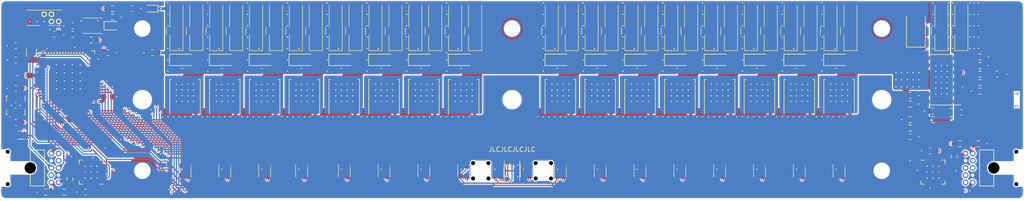
<source format=kicad_pcb>
(kicad_pcb (version 20230410) (generator pcbnew)
  (title_block (date "2023-01-30") (rev "5"))
  (layers (0 "F.Cu" signal "Front") (1 "In1.Cu" power) (2 "In2.Cu" power) (31 "B.Cu" signal "Back") (35 "F.Paste" user) (37 "F.SilkS" user "F.Silkscreen") (38 "B.Mask" user) (39 "F.Mask" user) (44 "Edge.Cuts" user))
  (property "Order-Number" "JLCJLCJLCJLC")
  (net 0 "")
  (net 1 "GND")
  (net 2 "/Current-Sense")
  (net 3 "+3V3")
  (net 4 "/LED-onboard")
  (net 5 "/LED-Button")
  (net 6 "/VDDCORE")
  (net 7 "/USB+")
  (net 8 "+5V")
  (net 9 "/XIN32")
  (net 10 "/USB-")
  (net 11 "/SWDIO")
  (net 12 "/XOUT32")
  (net 13 "/SWCLK")
  (net 14 "/RESET")
  (net 15 "/Power +24V/+24V-Supply")
  (net 16 "/Button")
  (net 17 "/PWM Channel 1/PWM-Sink")
  (net 18 "/PWM Channel 2/PWM-Sink")
  (net 19 "/PWM Channel 3/PWM-Sink")
  (net 20 "/PWM Channel 4/PWM-Sink")
  (net 21 "/PWM Channel 5/PWM-Sink")
  (net 22 "/PWM Channel 6/PWM-Sink")
  (net 23 "/PWM Channel 7/PWM-Sink")
  (net 24 "/PWM Channel 8/PWM-Sink")
  (net 25 "/PWM Channel 9/PWM-Sink")
  (net 26 "/PWM Channel 12/PWM-Sink")
  (net 27 "/PWM Channel 11/PWM-Sink")
  (net 28 "/PWM Channel 10/PWM-Sink")
  (net 29 "/PWM Channel 13/PWM-Sink")
  (net 30 "/PWM Channel 16/PWM-Sink")
  (net 31 "/PWM Channel 15/PWM-Sink")
  (net 32 "/Voltage-Sense")
  (net 33 "+24V")
  (net 34 "Net-(D101-OUT)")
  (net 35 "/LED9")
  (net 36 "Net-(D102-K)")
  (net 37 "/PWM Channel 14/PWM-Sink")
  (net 38 "/LED1")
  (net 39 "/PWM Channel 1/LED-Out")
  (net 40 "/PWM1")
  (net 41 "/PWM Channel 2/LED-Out")
  (net 42 "/PWM2")
  (net 43 "/Plug-TX")
  (net 44 "/Power-Enable")
  (net 45 "/PWM3")
  (net 46 "/PWM Channel 3/LED-Out")
  (net 47 "/PWM Channel 5/LED-Out")
  (net 48 "/PWM4")
  (net 49 "/PWM5")
  (net 50 "/PWM Channel 6/LED-Out")
  (net 51 "/PWM8")
  (net 52 "/PWM Channel 7/LED-Out")
  (net 53 "/PWM7")
  (net 54 "/PWM6")
  (net 55 "/PWM9")
  (net 56 "/LED5")
  (net 57 "/PWM12")
  (net 58 "/PWM Channel 10/LED-In")
  (net 59 "/PWM11")
  (net 60 "/PWM Channel 11/LED-Out")
  (net 61 "/PWM Channel 10/LED-Out")
  (net 62 "/PWM Channel 13/LED-Out")
  (net 63 "/PWM10")
  (net 65 "/PWM13")
  (net 66 "/PWM Channel 15/LED-Out")
  (net 67 "/PWM16")
  (net 68 "/PWM Channel 14/LED-Out")
  (net 69 "/PWM15")
  (net 72 "/LED13")
  (net 73 "/Plug-RX")
  (net 74 "/Socket-TX")
  (net 75 "/Socket-RX")
  (net 77 "/Link Plug/TX-Z")
  (net 78 "/Link Plug/TX-Y")
  (net 79 "/Link Plug/RX-A")
  (net 80 "/PWM14")
  (net 81 "/Link Plug/RX-B")
  (net 90 "/Socket-TX-Enable")
  (net 91 "/Plug-TX-Enable")
  (net 105 "Net-(R1807-Pad2)")
  (net 107 "/Resistance-Sense")
  (net 109 "/Link Socket/TX-Z")
  (net 110 "/Link Socket/TX-Y")
  (net 112 "/Link Socket/RX-A")
  (net 113 "/Link Socket/RX-B")
  (net 114 "/Power +24V/IS")
  (net 115 "/Power +24V/IN")
  (footprint "V2_LED:WS2812-2020" (layer "F.Cu") (at 172.5 110 90)
    (fp_text reference "D1302" hide)
    (fp_text value "WS2812" hide)
  )
  (footprint "V2_LED:WS2812-2020" (layer "F.Cu") (at 127.5 110 90)
    (fp_text reference "D602" hide)
    (fp_text value "WS2812" hide)
  )
  (footprint "Diode_SMD:D_SOD-123F" (layer "F.Cu") (at 172 90.5)
    (fp_text reference "D1301" hide)
    (fp_text value "S310FA" hide)
  )
  (footprint "V2_Button_Switch_SMD:SKSG" (layer "F.Cu") (at 157 110 -90)
    (fp_text reference "SW101" hide)
    (fp_text value "SW_Push" hide)
  )
  (footprint "V2_Connector_WAGO:2065-100" (layer "F.Cu") (at 115.5 85 -90)
    (fp_text reference "J402" hide)
    (fp_text value "WAGO-2065" hide)
  )
  (footprint "V2_Package_TO_SOT_SMD:TDSON-8-FL" (layer "F.Cu") (at 186.5 97 90)
    (fp_text reference "Q1101" hide)
    (fp_text value "BSC010N04LS" hide)
  )
  (footprint "V2_LED:WS2812-2020" (layer "F.Cu") (at 148.5 110 90)
    (fp_text reference "D902" hide)
    (fp_text value "WS2812" hide)
  )
  (footprint "V2_Connector_PinHeader_1.27mm:PinHeader_2x05_P1.27mm_Horizontal" (layer "F.Cu") (at 238 109.5 -90)
    (fp_text reference "J2001" hide)
    (fp_text value "2x05_Horizontal" hide)
  )
  (footprint "Capacitor_SMD:C_0603_1608Metric" (layer "F.Cu") (at 179 92.5)
    (fp_text reference "C1201" hide)
    (fp_text value "100n" hide)
  )
  (footprint "V2_LED:WS2812-2020" (layer "F.Cu") (at 165.5 110 90)
    (fp_text reference "D1002" hide)
    (fp_text value "WS2812" hide)
  )
  (footprint "V2_LED:WS2812-2020" (layer "F.Cu") (at 113.5 110 90)
    (fp_text reference "D402" hide)
    (fp_text value "WS2812" hide)
  )
  (footprint "V2_Production:Layer_Numbers" (layer "F.Cu") (at 245.75 97.5 90)
    (fp_text reference "INFO102" hide)
    (fp_text value "Layer_Numbers" hide)
  )
  (footprint "V2_LED:WS2812-2020" (layer "F.Cu") (at 99.5 110 90)
    (fp_text reference "D202" hide)
    (fp_text value "WS2812" hide)
  )
  (footprint "V2_Package_SON:VSON-8-1_3x3mm_P0.65_EP1.65x2.4mm" (layer "F.Cu") (at 69.75 98.5 -90)
    (fp_text reference "U103" hide)
    (fp_text value "TPS78433QWDRBRQ1 " hide)
  )
  (footprint "V2_Package_DFN_QFN:QFN-64-1EP_9x9mm_P0.5mm_EP4.8x4.8mm_ThermalVias" (layer "F.Cu") (at 79 93.5)
    (fp_text reference "U102" hide)
    (fp_text value "ATSAMD51J" hide)
  )
  (footprint "Diode_SMD:D_SOD-123F" (layer "F.Cu") (at 113 90.5)
    (fp_text reference "D401" hide)
    (fp_text value "S310FA" hide)
  )
  (footprint "V2_Fiducial:Fiducial_0.5mm_Mask1mm_Paste" (layer "F.Cu") (at 246 114)
    (fp_text reference "FID103" hide)
    (fp_text value "Fiducial" hide)
  )
  (footprint "V2_Package_TO_SOT_SMD:TDSON-8-FL" (layer "F.Cu") (at 193.5 97 90)
    (fp_text reference "Q1401" hide)
    (fp_text value "BSC010N04LS" hide)
  )
  (footprint "Capacitor_SMD:C_0603_1608Metric" (layer "F.Cu") (at 78.5 101)
    (fp_text reference "C111" hide)
    (fp_text value "100n" hide)
  )
  (footprint "Capacitor_SMD:C_0603_1608Metric" (layer "F.Cu") (at 69.75 90.5 180)
    (fp_text reference "C102" hide)
    (fp_text value "18p" hide)
  )
  (footprint "V2_LED:WS2812-2020" (layer "F.Cu") (at 186.5 110 90)
    (fp_text reference "D1102" hide)
    (fp_text value "WS2812" hide)
  )
  (footprint "Capacitor_SMD:C_0603_1608Metric" (layer "F.Cu") (at 242.25 93)
    (fp_text reference "C1801" hide)
    (fp_text value "100n" hide)
  )
  (footprint "V2_Package_DFN_QFN:WQFN-16-1EP_4x4mm_P0.65mm_EP2.7x2.7mm_ThermalVias" (layer "F.Cu") (at 231 110.25)
    (fp_text reference "U2002" hide)
    (fp_text value "SN65MLVD203B" hide)
  )
  (footprint "V2_Spacer_Wurth:9774030243" (layer "F.Cu") (at 157 85)
    (fp_text reference "SPACER105" hide)
    (fp_text value "9774030243" hide)
  )
  (footprint "V2_LED:WS2812-2020" (layer "F.Cu") (at 154.5 110 90)
    (fp_text reference "D101" hide)
    (fp_text value "WS2812" hide)
  )
  (footprint "V2_Connector_WAGO:2065-100" (layer "F.Cu") (at 119 85 -90)
    (fp_text reference "J501" hide)
    (fp_text value "WAGO-2065" hide)
  )
  (footprint "V2_Connector_WAGO:2065-100" (layer "F.Cu") (at 185 85 -90)
    (fp_text reference "J1101" hide)
    (fp_text value "WAGO-2065" hide)
  )
  (footprint "Resistor_SMD:R_0603_1608Metric" (layer "F.Cu") (at 239.25 90)
    (fp_text reference "R1804" hide)
    (fp_text value "2k7" hide)
  )
  (footprint "V2_Package_TO_SOT_SMD:TDSON-8-FL" (layer "F.Cu") (at 207.5 97 90)
    (fp_text reference "Q1601" hide)
    (fp_text value "BSC010N04LS" hide)
  )
  (footprint "Diode_SMD:D_SOD-123F" (layer "F.Cu") (at 207 90.5)
    (fp_text reference "D1601" hide)
    (fp_text value "S310FA" hide)
  )
  (footprint "V2_Package_TO_SOT_SMD:TDSON-8-FL" (layer "F.Cu") (at 113.5 97 90)
    (fp_text reference "Q401" hide)
    (fp_text value "BSC010N04LS" hide)
  )
  (footprint "Capacitor_SMD:C_0603_1608Metric" (layer "F.Cu") (at 86 97)
    (fp_text reference "C110" hide)
    (fp_text value "100n" hide)
  )
  (footprint "V2_Fiducial:Fiducial_0.5mm_Mask1mm_Paste" (layer "F.Cu") (at 68 114)
    (fp_text reference "FID101" hide)
    (fp_text value "Fiducial" hide)
  )
  (footprint "Resistor_SMD:R_0603_1608Metric" (layer "F.Cu") (at 239.25 96)
    (fp_text reference "R1801" hide)
    (fp_text value "100k" hide)
  )
  (footprint "Capacitor_SMD:C_0603_1608Metric" (layer "F.Cu") (at 231 99.5 180)
    (fp_text reference "C1803" hide)
    (fp_text value "100n" hide)
  )
  (footprint "V2_Connector_WAGO:2065-100" (layer "F.Cu") (at 171 85 -90)
    (fp_text reference "J1301" hide)
    (fp_text value "WAGO-2065" hide)
  )
  (footprint "Diode_SMD:D_SOD-123F" (layer "F.Cu") (at 193 90.5)
    (fp_text reference "D1401" hide)
    (fp_text value "S310FA" hide)
  )
  (footprint "V2_Cortex_Debug:Cortex_Debug_Pad" (layer "F.Cu") (at 74.75 83.75 180)
    (fp_text reference "J101" hide)
    (fp_text value "CORTEX-DEBUG" hide)
  )
  (footprint "V2_Connector_WAGO:2065-100" (layer "F.Cu") (at 188.5 85 -90)
    (fp_text reference "J1102" hide)
    (fp_text value "WAGO-2065" hide)
  )
  (footprint "V2_Spacer_Wurth:9774030243" (layer "F.Cu") (at 222 85)
    (fp_text reference "SPACER103" hide)
    (fp_text value "9774030243" hide)
  )
  (footprint "V2_Spacer_Wurth:9774030243" (layer "F.Cu") (at 92 110)
    (fp_text reference "SPACER102" hide)
    (fp_text value "9774030243" hide)
  )
  (footprint "V2_Connector_WAGO:2065-100" (layer "F.Cu") (at 216.5 85 -90)
    (fp_text reference "J1502" hide)
    (fp_text value "WAGO-2065" hide)
  )
  (footprint "V2_Connector_WAGO:2065-100" (layer "F.Cu") (at 213 85 -90)
    (fp_text reference "J1501" hide)
    (fp_text value "WAGO-2065" hide)
  )
  (footprint "V2_Connector_WAGO:2065-100" (layer "F.Cu") (at 181.5 85 -90)
    (fp_text reference "J1202" hide)
    (fp_text value "WAGO-2065" hide)
  )
  (footprint "Diode_SMD:D_SOD-123F" (layer "F.Cu") (at 127 90.5)
    (fp_text reference "D601" hide)
    (fp_text value "S310FA" hide)
  )
  (footprint "Capacitor_SMD:C_0603_1608Metric" (layer "F.Cu") (at 127 92.5)
    (fp_text reference "C601" hide)
    (fp_text value "100n" hide)
  )
  (footprint "V2_Connector_WAGO:2065-100" (layer "F.Cu") (at 150.5 85 -90)
    (fp_text reference "J902" hide)
    (fp_text value "WAGO-2065" hide)
  )
  (footprint "Capacitor_SMD:C_0603_1608Metric" (layer "F.Cu") (at 71.5 93.25 180)
    (fp_text reference "C107" hide)
    (fp_text value "100n" hide)
  )
  (footprint "V2_Production:Order_Number" (layer "F.Cu") (at 157 106.25)
    (fp_text reference "INFO101" hide)
    (fp_text value "ORDER-NUMBER" hide)
  )
  (footprint "Capacitor_SMD:C_0603_1608Metric" (layer "F.Cu") (at 90.25 81.5)
    (fp_text reference "C1806" hide)
    (fp_text value "100n" hide)
  )
  (footprint "Resistor_SMD:R_0603_1608Metric" (layer "F.Cu") (at 239.25 93 180)
    (fp_text reference "R1802" hide)
    (fp_text value "10k" hide)
  )
  (footprint "V2_LED:WS2812-2020" (layer "F.Cu") (at 120 110 90)
    (fp_text reference "D502" hide)
    (fp_text value "WS2812" hide)
  )
  (footprint "Diode_SMD:D_SOD-123F" (layer "F.Cu") (at 165 90.5)
    (fp_text reference "D1001" hide)
    (fp_text value "S310FA" hide)
  )
  (footprint "V2_Artwork:Logo_Small" (layer "F.Cu") (at 243.5 83.25)
    (fp_text reference "ICON102" hide)
    (fp_text value "V2-logo" hide)
  )
  (footprint "V2_Connector_WAGO:2065-100" (layer "F.Cu") (at 202.5 85 -90)
    (fp_text reference "J1702" hide)
    (fp_text value "WAGO-2065" hide)
  )
  (footprint "Capacitor_SMD:C_0603_1608Metric" (layer "F.Cu") (at 86 89.25)
    (fp_text reference "C109" hide)
    (fp_text value "100n" hide)
  )
  (footprint "Capacitor_SMD:C_0603_1608Metric" (layer "F.Cu") (at 82 113.75 180)
    (fp_text reference "C1901" hide)
    (fp_text value "100n" hide)
  )
  (footprint "Diode_SMD:D_SOD-123F" (layer "F.Cu") (at 148 90.5)
    (fp_text reference "D901" hide)
    (fp_text value "S310FA" hide)
  )
  (footprint "V2_Button_Switch_SMD:SKSG" (layer "F.Cu") (at 83.25 84.5)
    (fp_text reference "SW102" hide)
    (fp_text value "SW_Push" hide)
  )
  (footprint "Capacitor_SMD:C_0603_1608Metric" (layer "F.Cu") (at 69.75 88 180)
    (fp_text reference "C101" hide)
    (fp_text value "18p" hide)
  )
  (footprint "Diode_SMD:D_SOD-123F" (layer "F.Cu") (at 200 90.5)
    (fp_text reference "D1701" hide)
    (fp_text value "S310FA" hide)
  )
  (footprint "V2_Artwork:Board_pulse_Small" (layer "F.Cu") (at 242.25 102.5)
    (fp_text reference "ICON101" hide)
    (fp_text value "Board_pulse" hide)
  )
  (footprint "Capacitor_SMD:C_0603_1608Metric" (layer "F.Cu") (at 69.75 95.5 180)
    (fp_text reference "C112" hide)
    (fp_text value "10u" hide)
  )
  (footprint "V2_Mechanical:MountingHole_3mm" (layer "F.Cu") (at 92 97.5)
    (fp_text reference "H102" hide)
    (fp_text value "MountingHole_3mm" hide)
  )
  (footprint "Diode_SMD:D_SOD-123F" (layer "F.Cu") (at 106 90.5)
    (fp_text reference "D301" hide)
    (fp_text value "S310FA" hide)
  )
  (footprint "V2_Connector_WAGO:2065-100" (layer "F.Cu") (at 108.5 85 -90)
    (fp_text reference "J302" hide)
    (fp_text value "WAGO-2065" hide)
  )
  (footprint "Capacitor_SMD:C_0603_1608Metric" (layer "F.Cu") (at 113 92.5)
    (fp_text reference "C401" hide)
    (fp_text value "100n" hide)
  )
  (footprint "V2_Package_TO_SOT_SMD:TDSON-8-FL" (layer "F.Cu") (at 148.5 97 90)
    (fp_text reference "Q901" hide)
    (fp_text value "BSC010N04LS" hide)
  )
  (footprint "V2_LED:WS2812-2020" (layer "F.Cu") (at 200.5 110 90)
    (fp_text reference "D1702" hide)
    (fp_text value "WS2812" hide)
  )
  (footprint "V2_Connector_WAGO:2065-100" (layer "F.Cu") (at 112 85 -90)
    (fp_text reference "J401" hide)
    (fp_text value "WAGO-2065" hide)
  )
  (footprint "Resistor_SMD:R_0603_1608Metric" (layer "F.Cu") (at 83 87 180)
    (fp_text reference "R101" hide)
    (fp_text value "100k" hide)
  )
  (footprint "Capacitor_SMD:C_0603_1608Metric" (layer "F.Cu") (at 106 92.5)
    (fp_text reference "C301" hide)
    (fp_text value "100n" hide)
  )
  (footprint "V2_LED:WS2812-2020" (layer "F.Cu") (at 214.5 110 90)
    (fp_text reference "D1502" hide)
    (fp_text value "WS2812" hide)
  )
  (footprint "V2_Mechanical:MountingHole_3mm" (layer "F.Cu") (at 157 97.5)
    (fp_text reference "H103" hide)
    (fp_text value "MountingHole_3mm" hide)
  )
  (footprint "Capacitor_SMD:C_0805_2012Metric" (layer "F.Cu") (at 234.25 99.75)
    (fp_text reference "C1802" hide)
    (fp_text value "22u" hide)
  )
  (footprint "Diode_SMD:D_SOD-123F" (layer "F.Cu") (at 186 90.5)
    (fp_text reference "D1101" hide)
    (fp_text value "S310FA" hide)
  )
  (footprint "Capacitor_SMD:C_0603_1608Metric" (layer "F.Cu") (at 214 92.5)
    (fp_text reference "C1501" hide)
    (fp_text value "100n" hide)
  )
  (footprint "V2_Package_TO_SOT_SMD:TDSON-8-FL" (layer "F.Cu") (at 200.5 97 90)
    (fp_text reference "Q1701" hide)
    (fp_text value "BSC010N04LS" hide)
  )
  (footprint "V2_LED:WS2812-2020" (layer "F.Cu") (at 141.5 110 90)
    (fp_text reference "D802" hide)
    (fp_text value "WS2812" hide)
  )
  (footprint "V2_PCB_Devices:PCB_Plug_Horizontal" (layer "F.Cu") (at 76 109.5 90)
    (fp_text reference "PLUG101" hide)
    (fp_text value "PCB_Plug_Horizontal" hide)
    (fp_line (start -3.1 -8.85) (end -3.1 -7.4) (stroke (width 0.05)) (layer "Edge.Cuts"))
    (fp_line (start 3.1 -7.4) (end 3.1 -8.85) (stroke (width 0.05)) (layer "Edge.Cuts"))
    (fp_line (start 1.15 -7.4) (end 3.1 -7.4) (stroke (width 0.05)) (layer "Edge.Cuts"))
    (fp_line (start -3.1 -7.4) (end -1.15 -7.4) (stroke (width 0.05)) (layer "Edge.Cuts"))
    (fp_line (start -1 -7.25) (end -1 -3.7) (stroke (width 0.05)) (layer "Edge.Cuts"))
    (fp_line (start 1 -3.7) (end 1 -7.25) (stroke (width 0.05)) (layer "Edge.Cuts"))
    (fp_line (start -1 -3.7) (end 1 -3.7) (stroke (width 0.05)) (layer "Edge.Cuts"))
    (fp_arc (start -3.25 -9) (mid -3.143934 -8.956066) (end -3.1 -8.85) (stroke (width 0.05)) (layer "Edge.Cuts"))
    (fp_arc (start 3.1 -8.85) (mid 3.143934 -8.956066) (end 3.25 -9) (stroke (width 0.05)) (layer "Edge.Cuts"))
    (fp_arc (start -1.15 -7.4) (mid -1.043934 -7.356066) (end -1 -7.25) (stroke (width 0.05)) (layer "Edge.Cuts"))
    (fp_arc (start 1 -7.25) (mid 1.043934 -7.356066) (end 1.15 -7.4) (stroke (width 0.05)) (layer "Edge.Cuts"))
  )
  (footprint "V2_Connector_WAGO:2065-100" (layer "F.Cu") (at 101.5 85 -90)
    (fp_text reference "J202" hide)
    (fp_text value "WAGO-2065" hide)
  )
  (footprint "Resistor_SMD:R_0603_1608Metric" (layer "F.Cu") (at 75 113.75 180)
    (fp_text reference "R1903" hide)
    (fp_text value "10k" hide)
  )
  (footprint "V2_Spacer_Wurth:9774030243" (layer "F.Cu") (at 92 85)
    (fp_text reference "SPACER101" hide)
    (fp_text value "9774030243" hide)
  )
  (footprint "V2_Connector_WAGO:2065-100" (layer "F.Cu") (at 105 85 -90)
    (fp_text reference "J301" hide)
    (fp_text value "WAGO-2065" hide)
  )
  (footprint "V2_Connector_WAGO:2065-100" (layer "F.Cu") (at 236 85 -90)
    (fp_text reference "J1802" hide)
    (fp_text value "WAGO-2065" hide)
  )
  (footprint "Capacitor_SMD:C_0603_1608Metric" (layer "F.Cu") (at 79.75 84.5 180)
    (fp_text reference "C105" hide)
    (fp_text value "10u" hide)
  )
  (footprint "V2_Package_TO_SOT_SMD:TDSON-8-FL" (layer "F.Cu") (at 179.5 97 90)
    (fp_text reference "Q1201" hide)
    (fp_text value "BSC010N04LS" hide)
  )
  (footprint "V2_Connector_WAGO:2065-100" (layer "F.Cu") (at 192 85 -90)
    (fp_text reference "J1401" hide)
    (fp_text value "WAGO-2065" hide)
  )
  (footprint "V2_Connector_WAGO:2065-100" (layer "F.Cu") (at 143.5 85 -90)
    (fp_text reference "J802" hide)
    (fp_text value "WAGO-2065" hide)
  )
  (footprint "Diode_SMD:D_SOD-123F" (layer "F.Cu") (at 214 90.5)
    (fp_text reference "D1501" hide)
    (fp_text value "S310FA" hide)
  )
  (footprint "Diode_SMD:D_SOD-123F" (layer "F.Cu") (at 99 90.5)
    (fp_text reference "D201" hide)
    (fp_text value "S310FA" hide)
  )
  (footprint "Resistor_SMD:R_0603_1608Metric" (layer "F.Cu") (at 227 101 180)
    (fp_text reference "R1808" hide)
    (fp_text value "10k" hide)
  )
  (footprint "Resistor_SMD:R_0603_1608Metric" (layer "F.Cu") (at 239.25 94.5)
    (fp_text reference "R1803" hide)
    (fp_text value "10k" hide)
  )
  (footprint "V2_Package_TO_SOT_SMD:TDSON-8-FL" (layer "F.Cu") (at 120.5 97 90)
    (fp_text reference "Q501" hide)
    (fp_text value "BSC010N04LS" hide)
  )
  (footprint "V2_Connector_WAGO:2065-100" (layer "F.Cu") (at 133 85 -90)
    (fp_text reference "J701" hide)
    (fp_text value "WAGO-2065" hide)
  )
  (footprint "Diode_SMD:D_SOD-123F" (layer "F.Cu") (at 141 90.5)
    (fp_text reference "D801" hide)
    (fp_text value "S310FA" hide)
  )
  (footprint "Resistor_SMD:R_0603_1608Metric" (layer "F.Cu") (at 239 105.25)
    (fp_text reference "R2003" hide)
    (fp_text value "10k" hide)
  )
  (footprint "V2_Connector_WAGO:2065-100" (layer "F.Cu") (at 232.5 85 -90)
    (fp_text reference "J1801" hide)
    (fp_text value "WAGO-2065" hide)
  )
  (footprint "V2_Connector_WAGO:2065-100" (layer "F.Cu") (at 206 85 -90)
    (fp_text reference "J1601" hide)
    (fp_text value "WAGO-2065" hide)
  )
  (footprint "Diode_SMD:D_SOD-123F" (layer "F.Cu") (at 179 90.5)
    (fp_text reference "D1201" hide)
    (fp_text value "S310FA" hide)
  )
  (footprint "Resistor_SMD:R_0603_1608Metric" (layer "F.Cu") (at 227 102.5 180)
    (fp_text reference "R1810" hide)
    (fp_text value "10k" hide)
  )
  (footprint "V2_Connector_WAGO:2065-100" (layer "F.Cu") (at 164 85 -90)
    (fp_text reference "J1001" hide)
    (fp_text value "WAGO-2065" hide)
  )
  (footprint "V2_Connector_WAGO:2065-100" (layer "F.Cu") (at 129.5 85 -90)
    (fp_text reference "J602" hide)
    (fp_text value "WAGO-2065" hide)
  )
  (footprint "V2_Connector_WAGO:2065-100" (layer "F.Cu") (at 98 85 -90)
    (fp_text reference "J201" hide)
    (fp_text value "WAGO-2065" hide)
  )
  (footprint "Capacitor_SMD:C_0603_1608Metric" (layer "F.Cu") (at 172 92.5)
    (fp_text reference "C1301" hide)
    (fp_text value "100n" hide)
  )
  (footprint "Capacitor_SMD:C_0603_1608Metric" (layer "F.Cu") (at 93.75 89.25 180)
    (fp_text reference "C1805" hide)
    (fp_text value "100n" hide)
  )
  (footprint "Resistor_SMD:R_0603_1608Metric" (layer "F.Cu") (at 227 98.25)
    (fp_text reference "R1806" hide)
    (fp_text value "100k" hide)
  )
  (footprint "V2_Package_TO_SOT_SMD:TDSON-8-FL" (layer "F.Cu") (at 141.5 97 90)
    (fp_text reference "Q801" hide)
    (fp_text value "BSC010N04LS" hide)
  )
  (footprint "V2_LED:WS2812-2020" (layer "F.Cu") (at 207.5 110 90)
    (fp_text reference "D1602" hide)
    (fp_text value "WS2812" hide)
  )
  (footprint "V2_Package_TO_SOT_SMD:TDSON-8-FL" (layer "F.Cu") (at 127.5 97 90)
    (fp_text reference "Q601" hide)
    (fp_text value "BSC010N04LS" hide)
  )
  (footprint "V2_Connector_WAGO:2065-100" (layer "F.Cu") (at 147 85 -90)
    (fp_text reference "J901" hide)
    (fp_text value "WAGO-2065" hide)
  )
  (footprint "Capacitor_SMD:C_0603_1608Metric" (layer "F.Cu") (at 230.5 106.5 180)
    (fp_text reference "C2001" hide)
    (fp_text value "100n" hide)
  )
  (footprint "Resistor_SMD:R_0603_1608Metric" (layer "F.Cu") (at 78.25 113.75 180)
    (fp_text reference "R1902" hide)
    (fp_text value "10k" hide)
  )
  (footprint "Capacitor_SMD:C_0603_1608Metric" (layer "F.Cu") (at 134 92.5)
    (fp_text reference "C701" hide)
    (fp_text value "100n" hide)
  )
  (footprint "Resistor_SMD:R_0603_1608Metric" (layer "F.Cu") (at 86.75 81.5)
    (fp_text reference "R1809" hide)
    (fp_text value "100R" hide)
  )
  (footprint "Diode_SMD:D_SOD-123F" (layer "F.Cu") (at 120 90.5)
    (fp_text reference "D501" hide)
    (fp_text value "S310FA" hide)
  )
  (footprint "V2_Package_TO_SOT_SMD:TDSON-8-FL" (layer "F.Cu") (at 106.5 97 90)
    (fp_text reference "Q301" hide)
    (fp_text value "BSC010N04LS" hide)
  )
  (footprint "V2_Package_TO_SOT_SMD:TDSON-8-FL" (layer "F.Cu") (at 134.5 97 90)
    (fp_text reference "Q701" hide)
    (fp_text value "BSC010N04LS" hide)
  )
  (footprint "V2_Connector_WAGO:2065-100" (layer "F.Cu") (at 174.5 85 -90)
    (fp_text reference "J1302" hide)
    (fp_text value "WAGO-2065" hide)
  )
  (footprint "V2_Connector_WAGO:2065-100" (layer "F.Cu") (at 136.5 85 -90)
    (fp_text reference "J702" hide)
    (fp_text value "WAGO-2065" hide)
  )
  (footprint "V2_LED:WS2812-2020" (layer "F.Cu") (at 179.5 110 90)
    (fp_text reference "D1202" hide)
    (fp_text value "WS2812" hide)
  )
  (footprint "V2_LED:WS2812-2020" (layer "F.Cu") (at 134.5 110 90)
    (fp_text reference "D702" hide)
    (fp_text value "WS2812" hide)
  )
  (footprint "Diode_SMD:D_SOD-123F" (layer "F.Cu") (at 134 90.5)
    (fp_text reference "D701" hide)
    (fp_text value "S310FA" hide)
  )
  (footprint "V2_Connector_PinHeader_1.27mm:PinHeader_2x05_P1.27mm_Horizontal" (layer "F.Cu") (at 76 109.5 90)
    (fp_text reference "J1901" hide)
    (fp_text value "2x05_Horizontal" hide)
  )
  (footprint "Capacitor_SMD:C_0603_1608Metric" (layer "F.Cu") (at 186 92.5)
    (fp_text reference "C1101" hide)
    (fp_text value "100n" hide)
  )
  (footprint "V2_LED:WS2812-2020" (layer "F.Cu") (at 159.5 110 90)
    (fp_text reference "D103" hide)
    (fp_text value "WS2812" hide)
  )
  (footprint "Resistor_SMD:R_0603_1608Metric" (layer "F.Cu") (at 86.75 83)
    (fp_text reference "R102" hide)
    (fp_text value "330R" hide)
  )
  (footprint "Capacitor_SMD:C_0603_1608Metric" (layer "F.Cu") (at 141 92.5)
    (fp_text reference "C801" hide)
    (fp_text value "100n" hide)
  )
  (footprint "V2_Package_TO_SOT_SMD:TDSON-8-FL" (layer "F.Cu") (at 214.5 97 90)
    (fp_text reference "Q1501" hide)
    (fp_text value "BSC010N04LS" hide)
  )
  (footprint "V2_Package_SO:PG-TDS0-14" (layer "F.Cu") (at 232.5 94 180)
    (fp_text reference "U1801" hide)
    (fp_text value "BTT6010" hide)
  )
  (footprint "V2_Connector_WAGO:2065-100" (layer "F.Cu") (at 140 85 -90)
    (fp_text reference "J801" hide)
    (fp_text value "WAGO-2065" hide)
  )
  (footprint "V2_Package_TO_SOT_SMD:TDSON-8-FL" (layer "F.Cu") (at 99.5 97 90)
    (fp_text reference "Q201" hide)
    (fp_text value "BSC010N04LS" hide)
  )
  (footprint "V2_Package_DFN_QFN:WQFN-16-1EP_4x4mm_P0.65mm_EP2.7x2.7mm_ThermalVias" (layer "F.Cu") (at 83 110.25 180)
    (fp_text reference "U1902" hide)
    (fp_text value "SN65MLVD203B" hide)
  )
  (footprint "Resistor_SMD:R_0603_1608Metric" (layer "F.Cu") (at 235.75 105.25)
    (fp_text reference "R2002" hide)
    (fp_text value "10k" hide)
  )
  (footprint "V2_Connector_WAGO:2065-100" (layer "F.Cu") (at 167.5 85 -90)
    (fp_text reference "J1002" hide)
    (fp_text value "WAGO-2065" hide)
  )
  (footprint "V2_Package_TO_SOT_SMD:TDSON-8-FL" (layer "F.Cu") (at 172.5 97 90)
    (fp_text reference "Q1301" hide)
    (fp_text value "BSC010N04LS" hide)
  )
  (footprint "V2_LED:WS2812-2020" (layer "F.Cu") (at 193.5 110 90)
    (fp_text reference "D1402" hide)
    (fp_text value "WS2812" hide)
  )
  (footprint "V2_Connector_WAGO:2065-100" (layer "F.Cu") (at 178 85 -90)
    (fp_text reference "J1201" hide)
    (fp_text value "WAGO-2065" hide)
  )
  (footprint "Diode_SMD:D_SMA" (layer "F.Cu") (at 228 84.75 90)
    (fp_text reference "TVS1801" hide)
    (fp_text value "SMAJ24CA" hide)
  )
  (footprint "Resistor_SMD:R_0603_1608Metric" (layer "F.Cu") (at 239.25 91.5)
    (fp_text reference "R1805" hide)
    (fp_text value "2k7" hide)
  )
  (footprint "V2_PCB_Devices:PCB_Plug_Horizontal" (layer "F.Cu") (at 238 109.5 -90)
    (fp_text reference "PLUG102" hide)
    (fp_text value "PCB_Plug_Horizontal" hide)
    (fp_line (start -1 -3.7) (end 1 -3.7) (stroke (width 0.05)) (layer "Edge.Cuts"))
    (fp_line (start 1 -3.7) (end 1 -7.25) (stroke (width 0.05)) (layer "Edge.Cuts"))
    (fp_line (start -1 -7.25) (end -1 -3.7) (stroke (width 0.05)) (layer "Edge.Cuts"))
    (fp_line (start -3.1 -7.4) (end -1.15 -7.4) (stroke (width 0.05)) (layer "Edge.Cuts"))
    (fp_line (start 1.15 -7.4) (end 3.1 -7.4) (stroke (width 0.05)) (layer "Edge.Cuts"))
    (fp_line (start 3.1 -7.4) (end 3.1 -8.85) (stroke (width 0.05)) (layer "Edge.Cuts"))
    (fp_line (start -3.1 -8.85) (end -3.1 -7.4) (stroke (width 0.05)) (layer "Edge.Cuts"))
    (fp_arc (start 1 -7.25) (mid 1.043934 -7.356066) (end 1.15 -7.4) (stroke (width 0.05)) (layer "Edge.Cuts"))
    (fp_arc (start -1.15 -7.4) (mid -1.043934 -7.356066) (end -1 -7.25) (stroke (width 0.05)) (layer "Edge.Cuts"))
    (fp_arc (start 3.1 -8.85) (mid 3.143934 -8.956066) (end 3.25 -9) (stroke (width 0.05)) (layer "Edge.Cuts"))
    (fp_arc (start -3.25 -9) (mid -3.143934 -8.956066) (end -3.1 -8.85) (stroke (width 0.05)) (layer "Edge.Cuts"))
  )
  (footprint "Capacitor_SMD:C_0603_1608Metric" (layer "F.Cu") (at 76.5 86 180)
    (fp_text reference "C108" hide)
    (fp_text value "100n" hide)
  )
  (footprint "V2_Crystal:Crystal_SMD_3215-2Pin_3.2x1.5mm" (layer "F.Cu") (at 72.5 89.25 90)
    (fp_text reference "Y101" hide)
    (fp_text value "32.768kHz" hide)
  )
  (footprint "Capacitor_SMD:C_0603_1608Metric" (layer "F.Cu") (at 207 92.5)
    (fp_text reference "C1601" hide)
    (fp_text value "100n" hide)
  )
  (footprint "V2_Spacer_Wurth:9774030243" (layer "F.Cu") (at 222 110)
    (fp_text reference "SPACER104" hide)
    (fp_text value "9774030243" hide)
  )
  (footprint "Capacitor_SMD:C_0603_1608Metric" (layer "F.Cu") (at 79.75 86 180)
    (fp_text reference "C106" hide)
    (fp_text value "100n" hide)
  )
  (footprint "Capacitor_SMD:C_0603_1608Metric" (layer "F.Cu") (at 165 92.5)
    (fp_text reference "C1001" hide)
    (fp_text value "100n" hide)
  )
  (footprint "LED_SMD:LED_0603_1608Metric" (layer "F.Cu") (at 86.75 84.5)
    (fp_text reference "D102" hide)
    (fp_text value "Orange" hide)
  )
  (footprint "V2_PCB_Devices:PCB_Button-bottom" (layer "F.Cu") (at 157 110 90)
    (fp_text reference "SWB101" hide)
    (fp_text value "Button-bottom" hide)
    (fp_line (start 1.6 -7.1) (end -1.6 -7.1) (stroke (width 0.05)) (layer "Edge.Cuts"))
    (fp_line (start -1.6 -7.1) (end -1.6 -3.9) (stroke (width 0.05)) (layer "Edge.Cuts"))
    (fp_line (start 1.6 -3.9) (end 1.6 -7.1) (stroke (width 0.05)) (layer "Edge.Cuts"))
    (fp_line (start -1.6 -3.9) (end 1.6 -3.9) (stroke (width 0.05)) (layer "Edge.Cuts"))
    (fp_line (start 1.6 3.9) (end -1.6 3.9) (stroke (width 0.05)) (layer "Edge.Cuts"))
    (fp_line (start -1.6 3.9) (end -1.6 7.1) (stroke (width 0.05)) (layer "Edge.Cuts"))
    (fp_line (start 1.6 7.1) (end 1.6 3.9) (stroke (width 0.05)) (layer "Edge.Cuts"))
    (fp_line (start -1.6 7.1) (end 1.6 7.1) (stroke (width 0.05)) (layer "Edge.Cuts"))
  )
  (footprint "Resistor_SMD:R_0603_1608Metric" (layer "F.Cu") (at 234.75 107.5 -90)
    (fp_text reference "R2001" hide)
    (fp_text value "120R" hide)
  )
  (footprint "V2_LED:WS2812-2020" (layer "F.Cu") (at 106.5 110 90)
    (fp_text reference "D302" hide)
    (fp_text value "WS2812" hide)
  )
  (footprint "Capacitor_SMD:C_0603_1608Metric" (layer "F.Cu") (at 200 92.5)
    (fp_text reference "C1701" hide)
    (fp_text value "100n" hide)
  )
  (footprint "Capacitor_SMD:C_0603_1608Metric" (layer "F.Cu") (at 69.75 101.5 180)
    (fp_text reference "C103" hide)
    (fp_text value "10u" hide)
  )
  (footprint "Capacitor_SMD:C_0603_1608Metric" (layer "F.Cu") (at 99 92.5)
    (fp_text reference "C201" hide)
    (fp_text value "100n" hide)
  )
  (footprint "V2_ESD_Suppressor:SLP1210N6" (layer "F.Cu") (at 70.75 103.75)
    (fp_text reference "ESD101" hide)
    (fp_text value "RCLAMP0582N" hide)
  )
  (footprint "V2_Package_TO_SOT_SMD:TDSON-8-FL" (layer "F.Cu") (at 165.5 97 90)
    (fp_text reference "Q1001" hide)
    (fp_text value "BSC010N04LS" hide)
  )
  (footprint "Capacitor_SMD:C_0603_1608Metric" (layer "F.Cu") (at 148 92.5)
    (fp_text reference "C901" hide)
    (fp_text value "100n" hide)
  )
  (footprint "V2_Connector_WAGO:2065-100" (layer "F.Cu") (at 126 85 -90)
    (fp_text reference "J601" hide)
    (fp_text value "WAGO-2065" hide)
  )
  (footprint "Resistor_SMD:R_0603_1608Metric" (layer "F.Cu") (at 79.25 111.5 90)
    (fp_text reference "R1901" hide)
    (fp_text value "120R" hide)
  )
  (footprint "V2_Connector_WAGO:2065-100" (layer "F.Cu") (at 122.5 85 -90)
    (fp_text reference "J502" hide)
    (fp_text value "WAGO-2065" hide)
  )
  (footprint "Resistor_SMD:R_0603_1608Metric" (layer "F.Cu") (at 231 101 180)
    (fp_text reference "R1807" hide)
    (fp_text value "100k" hide)
  )
  (footprint "Capacitor_SMD:C_0603_1608Metric" (layer "F.Cu") (at 193 92.5)
    (fp_text reference "C1401" hide)
    (fp_text value "100n" hide)
  )
  (footprint "V2_Fiducial:Fiducial_0.5mm_Mask1mm_Paste" (layer "F.Cu") (at 68 81)
    (fp_text reference "FID102" hide)
    (fp_text value "Fiducial" hide)
  )
  (footprint "V2_Connector_WAGO:2065-100" (layer "F.Cu") (at 199 85 -90)
    (fp_text reference "J1701" hide)
    (fp_text value "WAGO-2065" hide)
  )
  (footprint "V2_Connector_WAGO:2065-100" (layer "F.Cu") (at 209.5 85 -90)
    (fp_text reference "J1602" hide)
    (fp_text value "WAGO-2065" hide)
  )
  (footprint "Capacitor_SMD:C_0603_1608Metric" (layer "F.Cu") (at 120 92.5)
    (fp_text reference "C501" hide)
    (fp_text value "100n" hide)
  )
  (footprint "Capacitor_SMD:C_0603_1608Metric" (layer "F.Cu") (at 227 104)
    (fp_text reference "C1807" hide)
    (fp_text value "100n" hide)
  )
  (footprint "Capacitor_SMD:C_0603_1608Metric" (layer "F.Cu") (at 227 96.75)
    (fp_text reference "C1804" hide)
    (fp_text value "100n" hide)
  )
  (footprint "V2_Connector_WAGO:2065-100" (layer "F.Cu") (at 195.5 85 -90)
    (fp_text reference "J1402" hide)
    (fp_text value "WAGO-2065" hide)
  )
  (footprint "V2_Mechanical:MountingHole_3mm" (layer "F.Cu") (at 222 97.5)
    (fp_text reference "H101" hide)
    (fp_text value "MountingHole_3mm" hide)
  )
  (footprint "Diode_SMD:D_SOD-523" (layer "F.Cu") (at 93.5 81.5 180)
    (fp_text reference "D1801" hide)
    (fp_text value "RB501SM" hide)
  )
  (gr_line (start 67 112.75) (end 67 114) (stroke (width 0.05)) (layer "Edge.Cuts"))
  (gr_line (start 247 112.75) (end 247 114) (stroke (width 0.05)) (layer "Edge.Cuts"))
  (gr_line (start 67 81) (end 67 106.25) (stroke (width 0.05)) (layer "Edge.Cuts"))
  (gr_line (start 68 80) (end 246 80) (stroke (width 0.05)) (layer "Edge.Cuts"))
  (gr_line (start 247 81) (end 247 106.25) (stroke (width 0.05)) (layer "Edge.Cuts"))
  (gr_arc (start 68 115) (mid 67.292893 114.707107) (end 67 114) (stroke (width 0.05)) (layer "Edge.Cuts"))
  (gr_arc (start 247 114) (mid 246.707107 114.707107) (end 246 115) (stroke (width 0.05)) (layer "Edge.Cuts"))
  (gr_arc (start 67 81) (mid 67.292893 80.292893) (end 68 80) (stroke (width 0.05)) (layer "Edge.Cuts"))
  (gr_arc (start 246 80) (mid 246.707107 80.292893) (end 247 81) (stroke (width 0.05)) (layer "Edge.Cuts"))
  (gr_line (start 68 115) (end 246 115) (stroke (width 0.05)) (layer "Edge.Cuts"))
  (segment (start 228.25 109.925) (end 229.025 109.925) (width 0.2) (layer "F.Cu") (net 1))
  (segment (start 237.75 96) (end 238.425 96) (width 0.5) (layer "F.Cu") (net 1))
  (segment (start 179 109.135) (end 178.95 109.085) (width 0.5) (layer "F.Cu") (net 1))
  (segment (start 80.1505 88.298911) (end 80.25 88.398411) (width 0.3) (layer "F.Cu") (net 1))
  (segment (start 240.5 105.25) (end 239.825 105.25) (width 0.3) (layer "F.Cu") (net 1))
  (segment (start 127 109.135) (end 126.95 109.085) (width 0.5) (layer "F.Cu") (net 1))
  (segment (start 68.75 100.5) (end 68.75 99.925) (width 0.5) (layer "F.Cu") (net 1))
  (segment (start 106 109.135) (end 105.95 109.085) (width 0.5) (layer "F.Cu") (net 1))
  (segment (start 141 109.135) (end 140.95 109.085) (width 0.5) (layer "F.Cu") (net 1))
  (segment (start 157.8375 108.8375) (end 157.8375 108.4375) (width 0.2) (layer "F.Cu") (net 1))
  (segment (start 229.5 99.5) (end 230.225 99.5) (width 0.5) (layer "F.Cu") (net 1))
  (segment (start 186 109.75) (end 186 109.135) (width 0.5) (layer "F.Cu") (net 1))
  (segment (start 228.5 104) (end 227.775 104) (width 0.5) (layer "F.Cu") (net 1))
  (segment (start 78.75 100.25) (end 78.75 100.475) (width 0.5) (layer "F.Cu") (net 1))
  (segment (start 207 109.135) (end 206.95 109.085) (width 0.5) (layer "F.Cu") (net 1))
  (segment (start 141 109.75) (end 141 109.135) (width 0.5) (layer "F.Cu") (net 1))
  (segment (start 84.25 90.3495) (end 84.1505 90.25) (width 0.3) (layer "F.Cu") (net 1))
  (segment (start 134 109.135) (end 133.95 109.085) (width 0.5) (layer "F.Cu") (net 1))
  (segment (start 148 109.75) (end 148 109.135) (width 0.5) (layer "F.Cu") (net 1))
  (segment (start 172 109.135) (end 171.95 109.085) (width 0.5) (layer "F.Cu") (net 1))
  (segment (start 134 109.75) (end 134 109.135) (width 0.5) (layer "F.Cu") (net 1))
  (segment (start 106 109.75) (end 106 109.135) (width 0.5) (layer "F.Cu") (net 1))
  (segment (start 154 109.135) (end 153.95 109.085) (width 0.5) (layer "F.Cu") (net 1))
  (segment (start 75.75 85.975) (end 75.725 86) (width 0.5) (layer "F.Cu") (net 1))
  (segment (start 84.2 83.6625) (end 84.8625 83.6625) (width 0.5) (layer "F.Cu") (net 1))
  (segment (start 75.24355 88.497133) (end 75.24355 89.08105) (width 0.3) (layer "F.Cu") (net 1))
  (segment (start 119.5 109.75) (end 119.5 109.135) (width 0.5) (layer "F.Cu") (net 1))
  (segment (start 244 93) (end 243.025 93) (width 0.5) (layer "F.Cu") (net 1))
  (segment (start 159 109.75) (end 159 109.135) (width 0.5) (layer "F.Cu") (net 1))
  (segment (start 87.5 97) (end 86.775 97) (width 0.5) (layer "F.Cu") (net 1))
  (segment (start 127 109.75) (end 127 109.135) (width 0.5) (layer "F.Cu") (net 1))
  (segment (start 240.075 91.5) (end 240.75 91.5) (width 0.5) (layer "F.Cu") (net 1))
  (segment (start 113 109.135) (end 112.95 109.085) (width 0.5) (layer "F.Cu") (net 1))
  (segment (start 230.675 112.825) (end 230.5 113) (width 0.5) (layer "F.Cu") (net 1))
  (segment (start 83.4 97.8) (end 83.4125 97.7875) (width 0.3) (layer "F.Cu") (net 1))
  (segment (start 225.5 101) (end 226.175 101) (width 0.5) (layer "F.Cu") (net 1))
  (segment (start 80.5 113.75) (end 81.225 113.75) (width 0.5) (layer "F.Cu") (net 1))
  (segment (start 70.25 103) (end 70.25 103.35) (width 0.2) (layer "F.Cu") (net 1))
  (segment (start 88.3 83) (end 87.625 83) (width 0.5) (layer "F.Cu") (net 1))
  (segment (start 113 109.75) (end 113 109.135) (width 0.5) (layer "F.Cu") (net 1))
  (segment (start 236.205596 95.247597) (end 235.252403 95.247597) (width 0.5) (layer "F.Cu") (net 1))
  (segment (start 77.8495 99.155571) (end 77.75 99.056071) (width 0.3) (layer "F.Cu") (net 1))
  (segment (start 85.61277 110.575) (end 84.975 110.575) (width 0.2) (layer "F.Cu") (net 1))
  (segment (start 85.623015 110.564755) (end 85.61277 110.575) (width 0.2) (layer "F.Cu") (net 1))
  (segment (start 157.8375 111.1625) (end 157.8375 111.5625) (width 0.2) (layer "F.Cu") (net 1))
  (segment (start 186 109.135) (end 185.95 109.085) (width 0.5) (layer "F.Cu") (net 1))
  (segment (start 73.5 113.75) (end 73.925 113.75) (width 0.3) (layer "F.Cu") (net 1))
  (segment (start 83.4125 97.7875) (end 83.4125 97.25) (width 0.3) (layer "F.Cu") (net 1))
  (segment (start 73.564919 92.6505) (end 73.664419 92.75) (width 0.3) (layer "F.Cu") (net 1))
  (segment (start 230.675 112.225) (end 230.675 112.825) (width 0.5) (layer "F.Cu") (net 1))
  (segment (start 92.25 89.25) (end 92.975 89.25) (width 0.5) (layer "F.Cu") (net 1))
  (segment (start 68.75 100.5) (end 68.75 101.275) (width 0.5) (layer "F.Cu") (net 1))
  (segment (start 158 111) (end 157.8375 111.1625) (width 0.2) (layer "F.Cu") (net 1))
  (segment (start 78.2 84.6) (end 79.025 84.6) (width 0.5) (layer "F.Cu") (net 1))
  (segment (start 75.75 85.2) (end 75.75 85.975) (width 0.5) (layer "F.Cu") (net 1))
  (segment (start 81.2 83.6625) (end 81.7375 83.6625) (width 0.5) (layer "F.Cu") (net 1))
  (segment (start 229 106.5) (end 229.725 106.5) (width 0.5) (layer "F.Cu") (net 1))
  (segment (start 207 109.75) (end 207 109.135) (width 0.5) (layer "F.Cu") (net 1))
  (segment (start 83.325 107.75) (end 83.325 108.275) (width 0.5) (layer "F.Cu") (net 1))
  (segment (start 227.775 96.75) (end 228.5 96.75) (width 0.5) (layer "F.Cu") (net 1))
  (segment (start 91.025 81.5) (end 91.75 81.5) (width 0.5) (layer "F.Cu") (net 1))
  (segment (start 78.2 86.1) (end 79.025 86.1) (width 0.5) (layer "F.Cu") (net 1))
  (segment (start 172 109.75) (end 172 109.135) (width 0.5) (layer "F.Cu") (net 1))
  (segment (start 165 109.75) (end 165 109.135) (width 0.5) (layer "F.Cu") (net 1))
  (segment (start 119.5 109.135) (end 119.45 109.085) (width 0.5) (layer "F.Cu") (net 1))
  (segment (start 84.1505 90.25) (end 83.4125 90.25) (width 0.3) (layer "F.Cu") (net 1))
  (segment (start 78.75 100.475) (end 79.275 101) (width 0.5) (layer "F.Cu") (net 1))
  (segment (start 68.25 88) (end 68.975 88) (width 0.5) (layer "F.Cu") (net 1))
  (segment (start 68.25 95.5) (end 68.975 95.5) (width 0.5) (layer "F.Cu") (net 1))
  (segment (start 83.325 108.275) (end 83.975 108.275) (width 0.5) (layer "F.Cu") (net 1))
  (segment (start 230.025 112.225) (end 230.675 112.225) (width 0.5) (layer "F.Cu") (net 1))
  (segment (start 240.075 90) (end 240.75 90) (width 0.5) (layer "F.Cu") (net 1))
  (segment (start 87.45 89.2) (end 86.775 89.2) (width 0.5) (layer "F.Cu") (net 1))
  (segment (start 154 109.75) (end 154 109.135) (width 0.5) (layer "F.Cu") (net 1))
  (segment (start 158 109) (end 157.8375 108.8375) (width 0.2) (layer "F.Cu") (net 1))
  (segment (start 179 109.75) (end 179 109.135) (width 0.5) (layer "F.Cu") (net 1))
  (segment (start 99 109.135) (end 98.95 109.085) (width 0.5) (layer "F.Cu") (net 1))
  (segment (start 214 109.135) (end 213.95 109.085) (width 0.5) (layer "F.Cu") (net 1))
  (segment (start 200 109.135) (end 199.95 109.085) (width 0.5) (layer "F.Cu") (net 1))
  (segment (start 165 109.135) (end 164.95 109.085) (width 0.5) (layer "F.Cu") (net 1))
  (segment (start 68.75 99.925) (end 68.775 99.9) (width 0.5) (layer "F.Cu") (net 1))
  (segment (start 159 109.135) (end 158.95 109.085) (width 0.5) (layer "F.Cu") (net 1))
  (segment (start 70 93.25) (end 70.725 93.25) (width 0.5) (layer "F.Cu") (net 1))
  (segment (start 68.25 90.5) (end 68.975 90.5) (width 0.5) (layer "F.Cu") (net 1))
  (segment (start 214 109.75) (end 214 109.135) (width 0.5) (layer "F.Cu") (net 1))
  (segment (start 77.75 99.056071) (end 77.75 97.9125) (width 0.3) (layer "F.Cu") (net 1))
  (segment (start 68.75 101.275) (end 68.975 101.5) (width 0.5) (layer "F.Cu") (net 1))
  (segment (start 200 109.75) (end 200 109.135) (width 0.5) (layer "F.Cu") (net 1))
  (segment (start 227.825 98.25) (end 228.5 98.25) (width 0.5) (layer "F.Cu") (net 1))
  (segment (start 235.252403 95.247597) (end 235.23 95.27) (width 0.5) (layer "F.Cu") (net 1))
  (segment (start 193 109.135) (end 192.95 109.085) (width 0.5) (layer "F.Cu") (net 1))
  (segment (start 99 109.75) (end 99 109.135) (width 0.5) (layer "F.Cu") (net 1))
  (segment (start 80.25 88.398411) (end 80.25 89.0875) (width 0.3) (layer "F.Cu") (net 1))
  (segment (start 148 109.135) (end 147.95 109.085) (width 0.5) (layer "F.Cu") (net 1))
  (segment (start 73.664419 92.75) (end 74.5875 92.75) (width 0.3) (layer "F.Cu") (net 1))
  (segment (start 75.24355 89.08105) (end 75.25 89.0875) (width 0.3) (layer "F.Cu") (net 1))
  (segment (start 193 109.75) (end 193 109.135) (width 0.5) (layer "F.Cu") (net 1))
  (via (at 75.75 85.2) (size 0.4) (drill 0.2) (layers "F.Cu" "B.Cu") (net 1))
  (via (at 104.5 100.5) (size 0.4) (drill 0.2) (layers "F.Cu" "B.Cu") (net 1))
  (via (at 128.5 100.5) (size 0.4) (drill 0.2) (layers "F.Cu" "B.Cu") (net 1))
  (via (at 173.5 100.5) (size 0.4) (drill 0.2) (layers "F.Cu" "B.Cu") (net 1))
  (via (at 110.5 100.5) (size 0.4) (drill 0.2) (layers "F.Cu" "B.Cu") (net 1))
  (via (at 144.5 100.5) (size 0.4) (drill 0.2) (layers "F.Cu" "B.Cu") (net 1))
  (via (at 130.5 100.5) (size 0.4) (drill 0.2) (layers "F.Cu" "B.Cu") (net 1))
  (via (at 229.75 86.5) (size 0.4) (drill 0.2) (layers "F.Cu" "B.Cu") (net 1))
  (via (at 211.5 100.5) (size 0.4) (drill 0.2) (layers "F.Cu" "B.Cu") (net 1))
  (via (at 199.5 100.5) (size 0.4) (drill 0.2) (layers "F.Cu" "B.Cu") (net 1))
  (via (at 68.25 90.5) (size 0.4) (drill 0.2) (layers "F.Cu" "B.Cu") (net 1))
  (via (at 90.5 105.5) (size 0.4) (drill 0.2) (layers "F.Cu" "B.Cu") (net 1))
  (via (at 95.5 100.5) (size 0.4) (drill 0.2) (layers "F.Cu" "B.Cu") (net 1))
  (via (at 234.5 84.5) (size 0.4) (drill 0.2) (layers "F.Cu" "B.Cu") (net 1))
  (via (at 230.5 113) (size 0.4) (drill 0.2) (layers "F.Cu" "B.Cu") (net 1))
  (via (at 73.5 113.75) (size 0.4) (drill 0.2) (layers "F.Cu" "B.Cu") (net 1))
  (via (at 91.75 81.5) (size 0.4) (drill 0.2) (layers "F.Cu" "B.Cu") (net 1))
  (via (at 111.5 100.5) (size 0.4) (drill 0.2) (layers "F.Cu" "B.Cu") (net 1))
  (via (at 186.5 100.5) (size 0.4) (drill 0.2) (layers "F.Cu" "B.Cu") (net 1))
  (via (at 123.5 100.5) (size 0.4) (drill 0.2) (layers "F.Cu" "B.Cu") (net 1))
  (via (at 228.5 98.25) (size 0.4) (drill 0.2) (layers "F.Cu" "B.Cu") (net 1))
  (via (at 87.5 97) (size 0.4) (drill 0.2) (layers "F.Cu" "B.Cu") (net 1))
  (via (at 134.5 100.5) (size 0.4) (drill 0.2) (layers "F.Cu" "B.Cu") (net 1))
  (via (at 97.5 100.5) (size 0.4) (drill 0.2) (layers "F.Cu" "B.Cu") (net 1))
  (via (at 78.2 84.6) (size 0.4) (drill 0.2) (layers "F.Cu" "B.Cu") (net 1))
  (via (at 168.5 100.5) (size 0.4) (drill 0.2) (layers "F.Cu" "B.Cu") (net 1))
  (via (at 191.5 100.5) (size 0.4) (drill 0.2) (layers "F.Cu" "B.Cu") (net 1))
  (via (at 148 109.75) (size 0.4) (drill 0.2) (layers "F.Cu" "B.Cu") (net 1))
  (via (at 200 109.75) (size 0.4) (drill 0.2) (layers "F.Cu" "B.Cu") (net 1))
  (via (at 85.75 94.25) (size 0.4) (drill 0.2) (layers "F.Cu" "B.Cu") (net 1))
  (via (at 244 93) (size 0.4) (drill 0.2) (layers "F.Cu" "B.Cu") (net 1))
  (via (at 210.5 100.5) (size 0.4) (drill 0.2) (layers "F.Cu" "B.Cu") (net 1))
  (via (at 165 109.75) (size 0.4) (drill 0.2) (layers "F.Cu" "B.Cu") (net 1))
  (via (at 93.5 99.25) (size 0.4) (drill 0.2) (layers "F.Cu" "B.Cu") (net 1))
  (via (at 239 80.5) (size 0.4) (drill 0.2) (layers "F.Cu" "B.Cu") (net 1))
  (via (at 142.5 100.5) (size 0.4) (drill 0.2) (layers "F.Cu" "B.Cu") (net 1))
  (via (at 189.5 100.5) (size 0.4) (drill 0.2) (layers "F.Cu" "B.Cu") (net 1))
  (via (at 78.75 100.25) (size 0.4) (drill 0.2) (layers "F.Cu" "B.Cu") (net 1))
  (via (at 77.8495 99.155571) (size 0.4) (drill 0.2) (layers "F.Cu" "B.Cu") (net 1))
  (via (at 140.5 100.5) (size 0.4) (drill 0.2) (layers "F.Cu" "B.Cu") (net 1))
  (via (at 163.5 100.5) (size 0.4) (drill 0.2) (layers "F.Cu" "B.Cu") (net 1))
  (via (at 98.724803 113.525) (size 0.4) (drill 0.2) (layers "F.Cu" "B.Cu") (net 1))
  (via (at 239 88.5) (size 0.4) (drill 0.2) (layers "F.Cu" "B.Cu") (net 1))
  (via (at 234.5 80.5) (size 0.4) (drill 0.2) (layers "F.Cu" "B.Cu") (net 1))
  (via (at 92.25 89.25) (size 0.4) (drill 0.2) (layers "F.Cu" "B.Cu") (net 1))
  (via (at 79.5 107.5) (size 0.4) (drill 0.2) (layers "F.Cu" "B.Cu") (net 1))
  (via (at 193.5 100.5) (size 0.4) (drill 0.2) (layers "F.Cu" "B.Cu") (net 1))
  (via (at 109.5 100.5) (size 0.4) (drill 0.2) (layers "F.Cu" "B.Cu") (net 1))
  (via (at 236 99.25) (size 0.4) (drill 0.2) (layers "F.Cu" "B.Cu") (net 1))
  (via (at 171.5 100.5) (size 0.4) (drill 0.2) (layers "F.Cu" "B.Cu") (net 1))
  (via (at 135.5 100.5) (size 0.4) (drill 0.2) (layers "F.Cu" "B.Cu") (net 1))
  (via (at 84.2 83.6625) (size 0.4) (drill 0.2) (layers "F.Cu" "B.Cu") (net 1))
  (via (at 176.5 100.5) (size 0.4) (drill 0.2) (layers "F.Cu" "B.Cu") (net 1))
  (via (at 236 100.25) (size 0.4) (drill 0.2) (layers "F.Cu" "B.Cu") (net 1))
  (via (at 95.25 107) (size 0.4) (drill 0.2) (layers "F.Cu" "B.Cu") (net 1))
  (via (at 96.236444 109.013556) (size 0.4) (drill 0.2) (layers "F.Cu" "B.Cu") (net 1))
  (via (at 85.623015 110.564755) (size 0.4) (drill 0.2) (layers "F.Cu" "B.Cu") (net 1))
  (via (at 113 109.75) (size 0.4) (drill 0.2) (layers "F.Cu" "B.Cu") (net 1))
  (via (at 182.5 100.5) (size 0.4) (drill 0.2) (layers "F.Cu" "B.Cu") (net 1))
  (via (at 179.5 100.5) (size 0.4) (drill 0.2) (layers "F.Cu" "B.Cu") (net 1))
  (via (at 127 109.75) (size 0.4) (drill 0.2) (layers "F.Cu" "B.Cu") (net 1))
  (via (at 229.75 84.5) (size 0.4) (drill 0.2) (layers "F.Cu" "B.Cu") (net 1))
  (via (at 84.25 90.3495) (size 0.4) (drill 0.2) (layers "F.Cu" "B.Cu") (net 1))
  (via (at 112.5 100.5) (size 0.4) (drill 0.2) (layers "F.Cu" "B.Cu") (net 1))
  (via (at 139.5 100.5) (size 0.4) (drill 0.2) (layers "F.Cu" "B.Cu") (net 1))
  (via (at 165.5 100.5) (size 0.4) (drill 0.2) (layers "F.Cu" "B.Cu") (net 1))
  (via (at 208.5 100.5) (size 0.4) (drill 0.2) (layers "F.Cu" "B.Cu") (net 1))
  (via (at 198.5 100.5) (size 0.4) (drill 0.2) (layers "F.Cu" "B.Cu") (net 1))
  (via (at 72.7995 104.939696) (size 0.4) (drill 0.2) (layers "F.Cu" "B.Cu") (net 1))
  (via (at 206.5 100.5) (size 0.4) (drill 0.2) (layers "F.Cu" "B.Cu") (net 1))
  (via (at 78.2 86.1) (size 0.4) (drill 0.2) (layers "F.Cu" "B.Cu") (net 1))
  (via (at 183.5 100.5) (size 0.4) (drill 0.2) (layers "F.Cu" "B.Cu") (net 1))
  (via (at 238.25 80.5) (size 0.4) (drill 0.2) (layers "F.Cu" "B.Cu") (net 1))
  (via (at 239 82.5) (size 0.4) (drill 0.2) (layers "F.Cu" "B.Cu") (net 1))
  (via (at 96.5 100.5) (size 0.4) (drill 0.2) (layers "F.Cu" "B.Cu") (net 1))
  (via (at 161.5 100.5) (size 0.4) (drill 0.2) (layers "F.Cu" "B.Cu") (net 1))
  (via (at 134 109.75) (size 0.4) (drill 0.2) (layers "F.Cu" "B.Cu") (net 1))
  (via (at 240.75 91.5) (size 0.4) (drill 0.2) (layers "F.Cu" "B.Cu") (net 1))
  (via (at 137.5 100.5) (size 0.4) (drill 0.2) (layers "F.Cu" "B.Cu") (net 1))
  (via (at 196.5 100.5) (size 0.4) (drill 0.2) (layers "F.Cu" "B.Cu") (net 1))
  (via (at 102.5 100.5) (size 0.4) (drill 0.2) (layers "F.Cu" "B.Cu") (net 1))
  (via (at 87.45 89.2) (size 0.4) (drill 0.2) (layers "F.Cu" "B.Cu") (net 1))
  (via (at 190.5 100.5) (size 0.4) (drill 0.2) (layers "F.Cu" "B.Cu") (net 1))
  (via (at 105.5 100.5) (size 0.4) (drill 0.2) (layers "F.Cu" "B.Cu") (net 1))
  (via (at 185.5 100.5) (size 0.4) (drill 0.2) (layers "F.Cu" "B.Cu") (net 1))
  (via (at 91 99.75) (size 0.4) (drill 0.2) (layers "F.Cu" "B.Cu") (net 1))
  (via (at 234.5 88.5) (size 0.4) (drill 0.2) (layers "F.Cu" "B.Cu") (net 1))
  (via (at 70.25 103) (size 0.4) (drill 0.2) (layers "F.Cu" "B.Cu") (net 1))
  (via (at 204.5 100.5) (size 0.4) (drill 0.2) (layers "F.Cu" "B.Cu") (net 1))
  (via (at 85.5 106) (size 0.4) (drill 0.2) (layers "F.Cu" "B.Cu") (net 1))
  (via (at 159 109.75) (size 0.4) (drill 0.2) (layers "F.Cu" "B.Cu") (net 1))
  (via (at 73.564919 92.6505) (size 0.4) (drill 0.2) (layers "F.Cu" "B.Cu") (net 1))
  (via (at 229.5 99.5) (size 0.4) (drill 0.2) (layers "F.Cu" "B.Cu") (net 1))
  (via (at 100.5 100.5) (size 0.4) (drill 0.2) (layers "F.Cu" "B.Cu") (net 1))
  (via (at 96.707395 113.25) (size 0.4) (drill 0.2) (layers "F.Cu" "B.Cu") (net 1))
  (via (at 89.75 99) (size 0.4) (drill 0.2) (layers "F.Cu" "B.Cu") (net 1))
  (via (at 86.75 95.25) (size 0.4) (drill 0.2) (layers "F.Cu" "B.Cu") (net 1))
  (via (at 207.5 100.5) (size 0.4) (drill 0.2) (layers "F.Cu" "B.Cu") (net 1))
  (via (at 237.75 96) (size 0.4) (drill 0.2) (layers "F.Cu" "B.Cu") (net 1))
  (via (at 177.5 100.5) (size 0.4) (drill 0.2) (layers "F.Cu" "B.Cu") (net 1))
  (via (at 238.25 84.5) (size 0.4) (drill 0.2) (layers "F.Cu" "B.Cu") (net 1))
  (via (at 98.5 100.5) (size 0.4) (drill 0.2) (layers "F.Cu" "B.Cu") (net 1))
  (via (at 162.5 100.5) (size 0.4) (drill 0.2) (layers "F.Cu" "B.Cu") (net 1))
  (via (at 227 108.25) (size 0.4) (drill 0.2) (layers "F.Cu" "B.Cu") (net 1))
  (via (at 240.75 90) (size 0.4) (drill 0.2) (layers "F.Cu" "B.Cu") (net 1))
  (via (at 103.5 100.5) (size 0.4) (drill 0.2) (layers "F.Cu" "B.Cu") (net 1))
  (via (at 80.1505 88.298911) (size 0.4) (drill 0.2) (layers "F.Cu" "B.Cu") (net 1))
  (via (at 74.7005 101) (size 0.4) (drill 0.2) (layers "F.Cu" "B.Cu") (net 1))
  (via (at 212.5 100.5) (size 0.4) (drill 0.2) (layers "F.Cu" "B.Cu") (net 1))
  (via (at 107.5 100.5) (size 0.4) (drill 0.2) (layers "F.Cu" "B.Cu") (net 1))
  (via (at 187.5 100.5) (size 0.4) (drill 0.2) (layers "F.Cu" "B.Cu") (net 1))
  (via (at 106 109.75) (size 0.4) (drill 0.2) (layers "F.Cu" "B.Cu") (net 1))
  (via (at 237.5 86.5) (size 0.4) (drill 0.2) (layers "F.Cu" "B.Cu") (net 1))
  (via (at 235 110) (size 0.4) (drill 0.2) (layers "F.Cu" "B.Cu") (net 1))
  (via (at 169.5 100.5) (size 0.4) (drill 0.2) (layers "F.Cu" "B.Cu") (net 1))
  (via (at 214 109.75) (size 0.4) (drill 0.2) (layers "F.Cu" "B.Cu") (net 1))
  (via (at 99 109.75) (size 0.4) (drill 0.2) (layers "F.Cu" "B.Cu") (net 1))
  (via (at 138.5 100.5) (size 0.4) (drill 0.2) (layers "F.Cu" "B.Cu") (net 1))
  (via (at 192.5 100.5) (size 0.4) (drill 0.2) (layers "F.Cu" "B.Cu") (net 1))
  (via (at 234.5 86.5) (size 0.4) (drill 0.2) (layers "F.Cu" "B.Cu") (net 1))
  (via (at 81.2 83.6625) (size 0.4) (drill 0.2) (layers "F.Cu" "B.Cu") (net 1))
  (via (at 179 109.75) (size 0.4) (drill 0.2) (layers "F.Cu" "B.Cu") (net 1))
  (via (at 127.5 100.5) (size 0.4) (drill 0.2) (layers "F.Cu" "B.Cu") (net 1))
  (via (at 180.5 100.5) (size 0.4) (drill 0.2) (layers "F.Cu" "B.Cu") (net 1))
  (via (at 119.5 109.75) (size 0.4) (drill 0.2) (layers "F.Cu" "B.Cu") (net 1))
  (via (at 99.5 100.5) (size 0.4) (drill 0.2) (layers "F.Cu" "B.Cu") (net 1))
  (via (at 149.5 100.5) (size 0.4) (drill 0.2) (layers "F.Cu" "B.Cu") (net 1))
  (via (at 88.25 104.5) (size 0.4) (drill 0.2) (layers "F.Cu" "B.Cu") (net 1))
  (via (at 116.5 100.5) (size 0.4) (drill 0.2) (layers "F.Cu" "B.Cu") (net 1))
  (via (at 119.5 100.5) (size 0.4) (drill 0.2) (layers "F.Cu" "B.Cu") (net 1))
  (via (at 80.5 113.75) (size 0.4) (drill 0.2) (layers "F.Cu" "B.Cu") (net 1))
  (via (at 141.5 100.5) (size 0.4) (drill 0.2) (layers "F.Cu" "B.Cu") (net 1))
  (via (at 197.5 100.5) (size 0.4) (drill 0.2) (layers "F.Cu" "B.Cu") (net 1))
  (via (at 146.5 100.5) (size 0.4) (drill 0.2) (layers "F.Cu" "B.Cu") (net 1))
  (via (at 113.5 100.5) (size 0.4) (drill 0.2) (layers "F.Cu" "B.Cu") (net 1))
  (via (at 73.48 83.75) (size 0.4) (drill 0.2) (layers "F.Cu" "B.Cu") (net 1))
  (via (at 225.5 101) (size 0.4) (drill 0.2) (layers "F.Cu" "B.Cu") (net 1))
  (via (at 239 84.5) (size 0.4) (drill 0.2) (layers "F.Cu" "B.Cu") (net 1))
  (via (at 214.5 100.5) (size 0.4) (drill 0.2) (layers "F.Cu" "B.Cu") (net 1))
  (via (at 68.25 95.5) (size 0.4) (drill 0.2) (layers "F.Cu" "B.Cu") (net 1))
  (via (at 74.7 98.6) (size 0.4) (drill 0.2) (layers "F.Cu" "B.Cu") (net 1))
  (via (at 193 109.75) (size 0.4) (drill 0.2) (layers "F.Cu" "B.Cu") (net 1))
  (via (at 213.5 100.5) (size 0.4) (drill 0.2) (layers "F.Cu" "B.Cu") (net 1))
  (via (at 205.5 100.5) (size 0.4) (drill 0.2) (layers "F.Cu" "B.Cu") (net 1))
  (via (at 68.25 88) (size 0.4) (drill 0.2) (layers "F.Cu" "B.Cu") (net 1))
  (via (at 237.5 80.5) (size 0.4) (drill 0.2) (layers "F.Cu" "B.Cu") (net 1))
  (via (at 237.5 82.5) (size 0.4) (drill 0.2) (layers "F.Cu" "B.Cu") (net 1))
  (via (at 238.25 86.5) (size 0.4) (drill 0.2) (layers "F.Cu" "B.Cu") (net 1))
  (via (at 184.5 100.5) (size 0.4) (drill 0.2) (layers "F.Cu" "B.Cu") (net 1))
  (via (at 203.5 100.5) (size 0.4) (drill 0.2) (layers "F.Cu" "B.Cu") (net 1))
  (via (at 240.5 105.25) (size 0.4) (drill 0.2) (layers "F.Cu" "B.Cu") (net 1))
  (via (at 125.5 100.5) (size 0.4) (drill 0.2) (layers "F.Cu" "B.Cu") (net 1))
  (via (at 68.75 100.5) (size 0.4) (drill 0.2) (layers "F.Cu" "B.Cu") (net 1))
  (via (at 147.5 100.5) (size 0.4) (drill 0.2) (layers "F.Cu" "B.Cu") (net 1))
  (via (at 186 109.75) (size 0.4) (drill 0.2) (layers "F.Cu" "B.Cu") (net 1))
  (via (at 237.5 113.5) (size 0.4) (drill 0.2) (layers "F.Cu" "B.Cu") (net 1))
  (via (at 194.5 100.5) (size 0.4) (drill 0.2) (layers "F.Cu" "B.Cu") (net 1))
  (via (at 238.25 88.5) (size 0.4) (drill 0.2) (layers "F.Cu" "B.Cu") (net 1))
  (via (at 239 86.5) (size 0.4) (drill 0.2) (layers "F.Cu" "B.Cu") (net 1))
  (via (at 158 109) (size 0.4) (drill 0.2) (layers "F.Cu" "B.Cu") (net 1))
  (via (at 178.5 100.5) (size 0.4) (drill 0.2) (layers "F.Cu" "B.Cu") (net 1))
  (via (at 114.5 100.5) (size 0.4) (drill 0.2) (layers "F.Cu" "B.Cu") (net 1))
  (via (at 70 93.25) (size 0.4) (drill 0.2) (layers "F.Cu" "B.Cu") (net 1))
  (via (at 117.5 100.5) (size 0.4) (drill 0.2) (layers "F.Cu" "B.Cu") (net 1))
  (via (at 75.24355 88.497133) (size 0.4) (drill 0.2) (layers "F.Cu" "B.Cu") (net 1))
  (via (at 166.5 100.5) (size 0.4) (drill 0.2) (layers "F.Cu" "B.Cu") (net 1))
  (via (at 234.5 82.5) (size 0.4) (drill 0.2) (layers "F.Cu" "B.Cu") (net 1))
  (via (at 228.5 96.75) (size 0.4) (drill 0.2) (layers "F.Cu" "B.Cu") (net 1))
  (via (at 82.5 106) (size 0.4) (drill 0.2) (layers "F.Cu" "B.Cu") (net 1))
  (via (at 172 109.75) (size 0.4) (drill 0.2) (layers "F.Cu" "B.Cu") (net 1))
  (via (at 170.5 100.5) (size 0.4) (drill 0.2) (layers "F.Cu" "B.Cu") (net 1))
  (via (at 154 109.75) (size 0.4) (drill 0.2) (layers "F.Cu" "B.Cu") (net 1))
  (via (at 164.5 100.5) (size 0.4) (drill 0.2) (layers "F.Cu" "B.Cu") (net 1))
  (via (at 175.5 100.5) (size 0.4) (drill 0.2) (layers "F.Cu" "B.Cu") (net 1))
  (via (at 148.5 100.5) (size 0.4) (drill 0.2) (layers "F.Cu" "B.Cu") (net 1))
  (via (at 207 109.75) (size 0.4) (drill 0.2) (layers "F.Cu" "B.Cu") (net 1))
  (via (at 201.5 100.5) (size 0.4) (drill 0.2) (layers "F.Cu" "B.Cu") (net 1))
  (via (at 200.5 100.5) (size 0.4) (drill 0.2) (layers "F.Cu" "B.Cu") (net 1))
  (via (at 83.4 97.8) (size 0.4) (drill 0.2) (layers "F.Cu" "B.Cu") (net 1))
  (via (at 106.5 100.5) (size 0.4) (drill 0.2) (layers "F.Cu" "B.Cu") (net 1))
  (via (at 228.25 109.925) (size 0.4) (drill 0.2) (layers "F.Cu" "B.Cu") (net 1))
  (via (at 228.5 104) (size 0.4) (drill 0.2) (layers "F.Cu" "B.Cu") (net 1))
  (via (at 158 111) (size 0.4) (drill 0.2) (layers "F.Cu" "B.Cu") (net 1))
  (via (at 131.5 100.5) (size 0.4) (drill 0.2) (layers "F.Cu" "B.Cu") (net 1))
  (via (at 83.325 107.75) (size 0.4) (drill 0.2) (layers "F.Cu" "B.Cu") (net 1))
  (via (at 215.5 100.5) (size 0.4) (drill 0.2) (layers "F.Cu" "B.Cu") (net 1))
  (via (at 133.5 100.5) (size 0.4) (drill 0.2) (layers "F.Cu" "B.Cu") (net 1))
  (via (at 118.5 100.5) (size 0.4) (drill 0.2) (layers "F.Cu" "B.Cu") (net 1))
  (via (at 132.5 100.5) (size 0.4) (drill 0.2) (layers "F.Cu" "B.Cu") (net 1))
  (via (at 145.5 100.5) (size 0.4) (drill 0.2) (layers "F.Cu" "B.Cu") (net 1))
  (via (at 229.75 88.5) (size 0.4) (drill 0.2) (layers "F.Cu" "B.Cu") (net 1))
  (via (at 237.5 84.5) (size 0.4) (drill 0.2) (layers "F.Cu" "B.Cu") (net 1))
  (via (at 124.5 100.5) (size 0.4) (drill 0.2) (layers "F.Cu" "B.Cu") (net 1))
  (via (at 88.3 83) (size 0.4) (drill 0.2) (layers "F.Cu" "B.Cu") (net 1))
  (via (at 172.5 100.5) (size 0.4) (drill 0.2) (layers "F.Cu" "B.Cu") (net 1))
  (via (at 238.25 82.5) (size 0.4) (drill 0.2) (layers "F.Cu" "B.Cu") (net 1))
  (via (at 236.205596 95.247597) (size 0.4) (drill 0.2) (layers "F.Cu" "B.Cu") (net 1))
  (via (at 120.5 100.5) (size 0.4) (drill 0.2) (layers "F.Cu" "B.Cu") (net 1))
  (via (at 74.75 83.75) (size 0.4) (drill 0.2) (layers "F.Cu" "B.Cu") (net 1))
  (via (at 141 109.75) (size 0.4) (drill 0.2) (layers "F.Cu" "B.Cu") (net 1))
  (via (at 229 106.5) (size 0.4) (drill 0.2) (layers "F.Cu" "B.Cu") (net 1))
  (via (at 126.5 100.5) (size 0.4) (drill 0.2) (layers "F.Cu" "B.Cu") (net 1))
  (via (at 237.5 88.5) (size 0.4) (drill 0.2) (layers "F.Cu" "B.Cu") (net 1))
  (via (at 121.5 100.5) (size 0.4) (drill 0.2) (layers "F.Cu" "B.Cu") (net 1))
  (segment (start 216.025 112.975) (end 98.159314 112.975) (width 0.2) (layer "F.Cu") (net 2))
  (segment (start 241.475 93) (end 241.475 97.025) (width 0.2) (layer "F.Cu") (net 2))
  (segment (start 93.171931 107) (end 88 107) (width 0.2) (layer "F.Cu") (net 2))
  (segment (start 72.75 95.75) (end 73.25 95.25) (width 0.2) (layer "F.Cu") (net 2))
  (segment (start 221.75 105.5) (end 217.75 109.5) (width 0.2) (layer "F.Cu") (net 2))
  (segment (start 217.75 109.5) (end 217.75 111.25) (width 0.2) (layer "F.Cu") (net 2))
  (segment (start 241.475 97.025) (end 233 105.5) (width 0.2) (layer "F.Cu") (net 2))
  (segment (start 72.75 101.269731) (end 72.75 95.75) (width 0.2) (layer "F.Cu") (net 2))
  (segment (start 86.05 105.05) (end 76.530269 105.05) (width 0.2) (layer "F.Cu") (net 2))
  (segment (start 95 109.815686) (end 95 108.828069) (width 0.2) (layer "F.Cu") (net 2))
  (segment (start 95 108.828069) (end 93.171931 107) (width 0.2) (layer "F.Cu") (net 2))
  (segment (start 233 105.5) (end 221.75 105.5) (width 0.2) (layer "F.Cu") (net 2))
  (segment (start 88 107) (end 86.05 105.05) (width 0.2) (layer "F.Cu") (net 2))
  (segment (start 76.530269 105.05) (end 72.75 101.269731) (width 0.2) (layer "F.Cu") (net 2))
  (segment (start 98.159314 112.975) (end 95 109.815686) (width 0.2) (layer "F.Cu") (net 2))
  (segment (start 217.75 111.25) (end 216.025 112.975) (width 0.2) (layer "F.Cu") (net 2))
  (segment (start 240.075 93) (end 241.475 93) (width 0.2) (layer "F.Cu") (net 2))
  (segment (start 73.25 95.25) (end 74.5875 95.25) (width 0.2) (layer "F.Cu") (net 2))
  (segment (start 77.249329 85.974329) (end 77.275 86) (width 0.5) (layer "F.Cu") (net 3))
  (segment (start 77.951472 86.7) (end 77.275 86.023528) (width 0.3) (layer "F.Cu") (net 3))
  (segment (start 85.25 88.5) (end 85.25 89.175) (width 0.5) (layer "F.Cu") (net 3))
  (segment (start 231.325 108.275) (end 231.325 106.55) (width 0.5) (layer "F.Cu") (net 3))
  (segment (start 84.4 97.8) (end 85 97.8) (width 0.5) (layer "F.Cu") (net 3))
  (segment (start 77.8 101.8) (end 77.8 101.075) (width 0.5) (layer "F.Cu") (net 3))
  (segment (start 79.25 87.975) (end 77.975 86.7) (width 0.3) (layer "F.Cu") (net 3))
  (segment (start 77.25 97.9125) (end 77.25 100.525) (width 0.3) (layer "F.Cu") (net 3))
  (segment (start 79.25 89.0875) (end 79.25 87.975) (width 0.3) (layer "F.Cu") (net 3))
  (segment (start 80.6 112.225) (end 82.025 112.225) (width 0.2) (layer "F.Cu") (net 3))
  (segment (start 79.075 113.75) (end 80.6 112.225) (width 0.2) (layer "F.Cu") (net 3))
  (segment (start 85.5 113.75) (end 82.775 113.75) (width 0.5) (layer "F.Cu") (net 3))
  (segment (start 84.975 96.75) (end 85.225 97) (width 0.3) (layer "F.Cu") (net 3))
  (segment (start 85.25 89.175) (end 85.225 89.2) (width 0.5) (layer "F.Cu") (net 3))
  (segment (start 77.275 86.023528) (end 77.275 86) (width 0.3) (layer "F.Cu") (net 3))
  (segment (start 77.8 101.075) (end 77.725 101) (width 0.5) (layer "F.Cu") (net 3))
  (segment (start 231.325 106.55) (end 231.275 106.5) (width 0.5) (layer "F.Cu") (net 3))
  (segment (start 236.23 92.73) (end 236.25 92.75) (width 0.5) (layer "F.Cu") (net 3))
  (segment (start 82.025 112.225) (end 82.675 112.225) (width 0.5) (layer "F.Cu") (net 3))
  (segment (start 70.725 97.1) (end 70.725 95.7) (width 0.5) (layer "F.Cu") (net 3))
  (segment (start 71.6245 93.25) (end 72.275 93.25) (width 0.5) (layer "F.Cu") (net 3))
  (segment (start 82.675 112.2) (end 82.675 113.65) (width 0.5) (layer "F.Cu") (net 3))
  (segment (start 73.5 91.5) (end 73.75 91.25) (width 0.2) (layer "F.Cu") (net 3))
  (segment (start 84.725 89.75) (end 85.225 89.25) (width 0.3) (layer "F.Cu") (net 3))
  (segment (start 73.75 91.25) (end 74.5875 91.25) (width 0.2) (layer "F.Cu") (net 3))
  (segment (start 83.4125 96.75) (end 84.975 96.75) (width 0.3) (layer "F.Cu") (net 3))
  (segment (start 70.525 95.5) (end 71.25 95.5) (width 0.5) (layer "F.Cu") (net 3))
  (segment (start 232.050497 106.5) (end 231.275 106.5) (width 0.5) (layer "F.Cu") (net 3))
  (segment (start 77.25 100.525) (end 77.725 101) (width 0.3) (layer "F.Cu") (net 3))
  (segment (start 86.7995 109.961124) (end 86.7995 112.4505) (width 0.5) (layer "F.Cu") (net 3))
  (segment (start 85.225 97.575) (end 85.225 97) (width 0.5) (layer "F.Cu") (net 3))
  (segment (start 234.25 105.25) (end 234.925 105.25) (width 0.3) (layer "F.Cu") (net 3))
  (segment (start 85.925 81.5) (end 85.25 81.5) (width 0.5) (layer "F.Cu") (net 3))
  (segment (start 70.725 95.7) (end 70.525 95.5) (width 0.5) (layer "F.Cu") (net 3))
  (segment (start 77.975 86.7) (end 77.951472 86.7) (width 0.3) (layer "F.Cu") (net 3))
  (segment (start 86.7995 112.4505) (end 85.5 113.75) (width 0.5) (layer "F.Cu") (net 3))
  (segment (start 83.725 87) (end 84.4 87) (width 0.5) (layer "F.Cu") (net 3))
  (segment (start 74.5875 93.25) (end 72.025 93.25) (width 0.3) (layer "F.Cu") (net 3))
  (segment (start 77.249329 85.25) (end 77.249329 85.974329) (width 0.5) (layer "F.Cu") (net 3))
  (segment (start 82.675 113.65) (end 82.775 113.75) (width 0.5) (layer "F.Cu") (net 3))
  (segment (start 231.975 108.275) (end 231.325 108.275) (width 0.5) (layer "F.Cu") (net 3))
  (segment (start 83.4125 89.75) (end 84.725 89.75) (width 0.3) (layer "F.Cu") (net 3))
  (segment (start 235.23 92.73) (end 236.23 92.73) (width 0.5) (layer "F.Cu") (net 3))
  (segment (start 85 97.8) (end 85.225 97.575) (width 0.5) (layer "F.Cu") (net 3))
  (via (at 234.25 105.25) (size 0.4) (drill 0.2) (layers "F.Cu" "B.Cu") (net 3))
  (via (at 232.050497 106.5) (size 0.4) (drill 0.2) (layers "F.Cu" "B.Cu") (net 3))
  (via (at 236.25 92.75) (size 0.4) (drill 0.2) (layers "F.Cu" "B.Cu") (net 3))
  (via (at 72.204814 83.763733) (size 0.4) (drill 0.2) (layers "F.Cu" "B.Cu") (net 3))
  (via (at 71.6245 93.25) (size 0.4) (drill 0.2) (layers "F.Cu" "B.Cu") (net 3))
  (via (at 85.25 81.5) (size 0.4) (drill 0.2) (layers "F.Cu" "B.Cu") (net 3))
  (via (at 86.7995 109.961124) (size 0.4) (drill 0.2) (layers "F.Cu" "B.Cu") (net 3))
  (via (at 77.8 101.8) (size 0.4) (drill 0.2) (layers "F.Cu" "B.Cu") (net 3))
  (via (at 85.25 88.5) (size 0.4) (drill 0.2) (layers "F.Cu" "B.Cu") (net 3))
  (via (at 77.249329 85.25) (size 0.4) (drill 0.2) (layers "F.Cu" "B.Cu") (net 3))
  (via (at 73.5 91.5) (size 0.4) (drill 0.2) (layers "F.Cu" "B.Cu") (net 3))
  (via (at 71.25 95.5) (size 0.4) (drill 0.2) (layers "F.Cu" "B.Cu") (net 3))
  (via (at 84.4 87) (size 0.4) (drill 0.2) (layers "F.Cu" "B.Cu") (net 3))
  (via (at 84.4 97.8) (size 0.4) (drill 0.2) (layers "F.Cu" "B.Cu") (net 3))
  (segment (start 85 88) (end 82.405025 88) (width 0.2) (layer "F.Cu") (net 4))
  (segment (start 81.75 88.655025) (end 81.75 89.0875) (width 0.2) (layer "F.Cu") (net 4))
  (segment (start 82.405025 88) (end 81.75 88.655025) (width 0.2) (layer "F.Cu") (net 4))
  (segment (start 87.5875 84.5) (end 87.5875 85.4125) (width 0.2) (layer "F.Cu") (net 4))
  (segment (start 87.5875 85.4125) (end 85 88) (width 0.2) (layer "F.Cu") (net 4))
  (segment (start 157 108) (end 157.55 107.45) (width 0.2) (layer "F.Cu") (net 5))
  (segment (start 215.05 109.019315) (end 215.05 109.085) (width 0.2) (layer "F.Cu") (net 5))
  (segment (start 154 111.5) (end 154 110.965) (width 0.2) (layer "F.Cu") (net 5))
  (segment (start 157 109.25) (end 157 108) (width 0.2) (layer "F.Cu") (net 5))
  (segment (start 154 110.965) (end 153.95 110.915) (width 0.2) (layer "F.Cu") (net 5))
  (segment (start 157.55 107.45) (end 213.480685 107.45) (width 0.2) (layer "F.Cu") (net 5))
  (segment (start 213.480685 107.45) (end 215.05 109.019315) (width 0.2) (layer "F.Cu") (net 5))
  (via (at 154 111.5) (size 0.4) (drill 0.2) (layers "F.Cu" "B.Cu") (net 5))
  (via (at 157 109.25) (size 0.4) (drill 0.2) (layers "F.Cu" "B.Cu") (net 5))
  (segment (start 157 109.25) (end 157 111.6) (width 0.2) (layer "B.Cu") (net 5))
  (segment (start 156.407945 112.192055) (end 154.792055 112.192055) (width 0.2) (layer "B.Cu") (net 5))
  (segment (start 154.1 111.5) (end 154 111.5) (width 0.2) (layer "B.Cu") (net 5))
  (segment (start 157 111.6) (end 156.407945 112.192055) (width 0.2) (layer "B.Cu") (net 5))
  (segment (start 154.792055 112.192055) (end 154.1 111.5) (width 0.2) (layer "B.Cu") (net 5))
  (segment (start 80.75 84.775) (end 80.575 84.6) (width 0.3) (layer "F.Cu") (net 6))
  (segment (start 80.75 89.0875) (end 80.75 84.775) (width 0.3) (layer "F.Cu") (net 6))
  (segment (start 82.980025 90.75) (end 83.4125 90.75) (width 0.2) (layer "F.Cu") (net 7))
  (segment (start 82.535898 90.401388) (end 82.631413 90.401388) (width 0.2) (layer "F.Cu") (net 7))
  (segment (start 72.03128 104.15) (end 71.25 104.15) (width 0.2) (layer "F.Cu") (net 7))
  (segment (start 82.631413 90.401388) (end 82.980025 90.75) (width 0.2) (layer "F.Cu") (net 7))
  (segment (start 72.18078 104.2995) (end 72.03128 104.15) (width 0.2) (layer "F.Cu") (net 7))
  (via (at 72.18078 104.2995) (size 0.4) (drill 0.2) (layers "F.Cu" "B.Cu") (net 7))
  (via (at 82.535898 90.401388) (size 0.4) (drill 0.2) (layers "F.Cu" "B.Cu") (net 7))
  (segment (start 72.25 104.36872) (end 72.25 105.75) (width 0.2) (layer "B.Cu") (net 7))
  (segment (start 72.25 105.75) (end 76 109.5) (width 0.2) (layer "B.Cu") (net 7))
  (segment (start 72.25 91.010734) (end 72.25 104.23028) (width 0.2) (layer "B.Cu") (net 7))
  (segment (start 72.25 104.23028) (end 72.18078 104.2995) (width 0.2) (layer "B.Cu") (net 7))
  (segment (start 73.760734 89.5) (end 72.25 91.010734) (width 0.2) (layer "B.Cu") (net 7))
  (segment (start 82.535898 90.401388) (end 81.63451 89.5) (width 0.2) (layer "B.Cu") (net 7))
  (segment (start 81.63451 89.5) (end 73.760734 89.5) (width 0.2) (layer "B.Cu") (net 7))
  (segment (start 72.18078 104.2995) (end 72.25 104.36872) (width 0.2) (layer "B.Cu") (net 7))
  (segment (start 142 111.5) (end 142.05 111.45) (width 0.5) (layer "F.Cu") (net 8))
  (segment (start 70.525 101.5) (end 71.25 101.5) (width 0.5) (layer "F.Cu") (net 8))
  (segment (start 173.05 111.45) (end 173.05 110.915) (width 0.5) (layer "F.Cu") (net 8))
  (segment (start 70.725 100.5) (end 70.725 101.3) (width 0.5) (layer "F.Cu") (net 8))
  (segment (start 114.05 111.45) (end 114.05 110.915) (width 0.5) (layer "F.Cu") (net 8))
  (segment (start 135 111.5) (end 135.05 111.45) (width 0.5) (layer "F.Cu") (net 8))
  (segment (start 149.05 111.45) (end 149 111.5) (width 0.5) (layer "F.Cu") (net 8))
  (segment (start 208.05 111.45) (end 208.05 110.915) (width 0.5) (layer "F.Cu") (net 8))
  (segment (start 180.05 111.45) (end 180.05 110.915) (width 0.5) (layer "F.Cu") (net 8))
  (segment (start 180 111.5) (end 180.05 111.45) (width 0.5) (layer "F.Cu") (net 8))
  (segment (start 208 111.5) (end 208.05 111.45) (width 0.5) (layer "F.Cu") (net 8))
  (segment (start 155.05 111.45) (end 155.05 110.915) (width 0.5) (layer "F.Cu") (net 8))
  (segment (start 194 111.5) (end 194.05 111.45) (width 0.5) (layer "F.Cu") (net 8))
  (segment (start 160.05 111.45) (end 160.05 110.915) (width 0.5) (layer "F.Cu") (net 8))
  (segment (start 135.05 111.45) (end 135.05 110.915) (width 0.5) (layer "F.Cu") (net 8))
  (segment (start 155 111.5) (end 155.05 111.45) (width 0.5) (layer "F.Cu") (net 8))
  (segment (start 71.25 103) (end 71.25 103.35) (width 0.2) (layer "F.Cu") (net 8))
  (segment (start 128.05 111.45) (end 128.05 110.915) (width 0.5) (layer "F.Cu") (net 8))
  (segment (start 70.075 99.9) (end 70.725 99.9) (width 0.2) (layer "F.Cu") (net 8))
  (segment (start 114 111.5) (end 114.05 111.45) (width 0.5) (layer "F.Cu") (net 8))
  (segment (start 149.05 110.915) (end 149.05 111.45) (width 0.5) (layer "F.Cu") (net 8))
  (segment (start 128 111.5) (end 128.05 111.45) (width 0.5) (layer "F.Cu") (net 8))
  (segment (start 201 111.5) (end 201.05 111.45) (width 0.5) (layer "F.Cu") (net 8))
  (segment (start 166 111.5) (end 166.05 111.45) (width 0.5) (layer "F.Cu") (net 8))
  (segment (start 107.05 111.45) (end 107.05 110.915) (width 0.5) (layer "F.Cu") (net 8))
  (segment (start 70.725 101.3) (end 70.525 101.5) (width 0.5) (layer "F.Cu") (net 8))
  (segment (start 215.05 111.45) (end 215.05 110.915) (width 0.5) (layer "F.Cu") (net 8))
  (segment (start 166.05 111.45) (end 166.05 110.915) (width 0.5) (layer "F.Cu") (net 8))
  (segment (start 194.05 111.45) (end 194.05 110.915) (width 0.5) (layer "F.Cu") (net 8))
  (segment (start 120.55 111.45) (end 120.55 110.915) (width 0.5) (layer "F.Cu") (net 8))
  (segment (start 201.05 111.45) (end 201.05 110.915) (width 0.5) (layer "F.Cu") (net 8))
  (segment (start 107 111.5) (end 107.05 111.45) (width 0.5) (layer "F.Cu") (net 8))
  (segment (start 142.05 111.45) (end 142.05 110.915) (width 0.5) (layer "F.Cu") (net 8))
  (segment (start 100 111.5) (end 100.05 111.45) (width 0.5) (layer "F.Cu") (net 8))
  (segment (start 120.5 111.5) (end 120.55 111.45) (width 0.5) (layer "F.Cu") (net 8))
  (segment (start 100.05 111.45) (end 100.05 110.915) (width 0.5) (layer "F.Cu") (net 8))
  (segment (start 187.05 111.45) (end 187.05 110.915) (width 0.5) (layer "F.Cu") (net 8))
  (segment (start 215 111.5) (end 215.05 111.45) (width 0.5) (layer "F.Cu") (net 8))
  (segment (start 187 111.5) (end 187.05 111.45) (width 0.5) (layer "F.Cu") (net 8))
  (segment (start 173 111.5) (end 173.05 111.45) (width 0.5) (layer "F.Cu") (net 8))
  (segment (start 70.725 100.5) (end 70.725 99.9) (width 0.5) (layer "F.Cu") (net 8))
  (via (at 120.5 111.5) (size 0.4) (drill 0.2) (layers "F.Cu" "B.Cu") (net 8))
  (via (at 114 111.5) (size 0.4) (drill 0.2) (layers "F.Cu" "B.Cu") (net 8))
  (via (at 187 111.5) (size 0.4) (drill 0.2) (layers "F.Cu" "B.Cu") (net 8))
  (via (at 142 111.5) (size 0.4) (drill 0.2) (layers "F.Cu" "B.Cu") (net 8))
  (via (at 155 111.5) (size 0.4) (drill 0.2) (layers "F.Cu" "B.Cu") (net 8))
  (via (at 215 111.5) (size 0.4) (drill 0.2) (layers "F.Cu" "B.Cu") (net 8))
  (via (at 128 111.5) (size 0.4) (drill 0.2) (layers "F.Cu" "B.Cu") (net 8))
  (via (at 180 111.5) (size 0.4) (drill 0.2) (layers "F.Cu" "B.Cu") (net 8))
  (via (at 208 111.5) (size 0.4) (drill 0.2) (layers "F.Cu" "B.Cu") (net 8))
  (via (at 194 111.5) (size 0.4) (drill 0.2) (layers "F.Cu" "B.Cu") (net 8))
  (via (at 201 111.5) (size 0.4) (drill 0.2) (layers "F.Cu" "B.Cu") (net 8))
  (via (at 107 111.5) (size 0.4) (drill 0.2) (layers "F.Cu" "B.Cu") (net 8))
  (via (at 149 111.5) (size 0.4) (drill 0.2) (layers "F.Cu" "B.Cu") (net 8))
  (via (at 71.25 101.5) (size 0.4) (drill 0.2) (layers "F.Cu" "B.Cu") (net 8))
  (via (at 160.05 111.45) (size 0.4) (drill 0.2) (layers "F.Cu" "B.Cu") (net 8))
  (via (at 135 111.5) (size 0.4) (drill 0.2) (layers "F.Cu" "B.Cu") (net 8))
  (via (at 71.25 103) (size 0.4) (drill 0.2) (layers "F.Cu" "B.Cu") (net 8))
  (via (at 100 111.5) (size 0.4) (drill 0.2) (layers "F.Cu" "B.Cu") (net 8))
  (via (at 166 111.5) (size 0.4) (drill 0.2) (layers "F.Cu" "B.Cu") (net 8))
  (via (at 173 111.5) (size 0.4) (drill 0.2) (layers "F.Cu" "B.Cu") (net 8))
  (segment (start 72.75 88.25) (end 74 88.25) (width 0.2) (layer "F.Cu") (net 9))
  (segment (start 74.5875 88.8375) (end 74.5875 89.75) (width 0.2) (layer "F.Cu") (net 9))
  (segment (start 72.5 88) (end 72.75 88.25) (width 0.2) (layer "F.Cu") (net 9))
  (segment (start 70.525 88) (end 72.5 88) (width 0.2) (layer "F.Cu") (net 9))
  (segment (start 74 88.25) (end 74.5875 88.8375) (width 0.2) (layer "F.Cu") (net 9))
  (segment (start 72.416217 103.75) (end 71.25 103.75) (width 0.2) (layer "F.Cu") (net 10))
  (segment (start 82.5 91.25) (end 83.4125 91.25) (width 0.2) (layer "F.Cu") (net 10))
  (segment (start 72.916217 104.25) (end 72.416217 103.75) (width 0.2) (layer "F.Cu") (net 10))
  (via (at 72.916217 104.25) (size 0.4) (drill 0.2) (layers "F.Cu" "B.Cu") (net 10))
  (via (at 82.5 91.25) (size 0.4) (drill 0.2) (layers "F.Cu" "B.Cu") (net 10))
  (segment (start 73.666217 105) (end 76.5 105) (width 0.2) (layer "B.Cu") (net 10))
  (segment (start 72.75 104.083783) (end 73.666217 105) (width 0.2) (layer "B.Cu") (net 10))
  (segment (start 81.15 89.9) (end 73.92642 89.9) (width 0.2) (layer "B.Cu") (net 10))
  (segment (start 78.2 108.57) (end 77.27 109.5) (width 0.2) (layer "B.Cu") (net 10))
  (segment (start 82.5 91.25) (end 81.15 89.9) (width 0.2) (layer "B.Cu") (net 10))
  (segment (start 76.5 105) (end 78.2 106.7) (width 0.2) (layer "B.Cu") (net 10))
  (segment (start 78.2 106.7) (end 78.2 108.57) (width 0.2) (layer "B.Cu") (net 10))
  (segment (start 73.92642 89.9) (end 72.75 91.07642) (width 0.2) (layer "B.Cu") (net 10))
  (segment (start 72.75 91.07642) (end 72.75 104.083783) (width 0.2) (layer "B.Cu") (net 10))
  (segment (start 71.402 84.152) (end 74.65 87.4) (width 0.2) (layer "F.Cu") (net 11))
  (segment (start 72.21 82.48) (end 71.402 83.288) (width 0.2) (layer "F.Cu") (net 11))
  (segment (start 76.994975 87.4) (end 78.25 88.655025) (width 0.2) (layer "F.Cu") (net 11))
  (segment (start 74.65 87.4) (end 76.994975 87.4) (width 0.2) (layer "F.Cu") (net 11))
  (segment (start 78.25 88.655025) (end 78.25 89.0875) (width 0.2) (layer "F.Cu") (net 11))
  (segment (start 71.402 83.288) (end 71.402 84.152) (width 0.2) (layer "F.Cu") (net 11))
  (segment (start 70.525 90.5) (end 72.5 90.5) (width 0.2) (layer "F.Cu") (net 12))
  (segment (start 72.5 90.5) (end 72.75 90.25) (width 0.2) (layer "F.Cu") (net 12))
  (segment (start 72.75 90.25) (end 74.5875 90.25) (width 0.2) (layer "F.Cu") (net 12))
  (segment (start 74.98 82.48) (end 75.558 83.058) (width 0.2) (layer "F.Cu") (net 13))
  (segment (start 74.75 85.25) (end 74.75 86.5) (width 0.2) (layer "F.Cu") (net 13))
  (segment (start 75.558 84.442) (end 74.75 85.25) (width 0.2) (layer "F.Cu") (net 13))
  (segment (start 75.558 83.058) (end 75.558 84.442) (width 0.2) (layer "F.Cu") (net 13))
  (segment (start 78.75 88.589339) (end 78.75 89.0875) (width 0.2) (layer "F.Cu") (net 13))
  (segment (start 73.48 82.48) (end 74.98 82.48) (width 0.2) (layer "F.Cu") (net 13))
  (segment (start 77.160661 87) (end 78.75 88.589339) (width 0.2) (layer "F.Cu") (net 13))
  (segment (start 74.75 86.5) (end 75.25 87) (width 0.2) (layer "F.Cu") (net 13))
  (segment (start 75.25 87) (end 77.160661 87) (width 0.2) (layer "F.Cu") (net 13))
  (segment (start 81.25 87.825) (end 81.25 89.0875) (width 0.2) (layer "F.Cu") (net 14))
  (segment (start 77.29 82.48) (end 81.705 82.48) (width 0.2) (layer "F.Cu") (net 14))
  (segment (start 82.075 87) (end 81.25 87.825) (width 0.2) (layer "F.Cu") (net 14))
  (segment (start 81.705 82.48) (end 82.3 83.075) (width 0.2) (layer "F.Cu") (net 14))
  (segment (start 81.7375 85.3375) (end 81.89286 85.49286) (width 0.2) (layer "F.Cu") (net 14))
  (segment (start 81.89286 86.81786) (end 82.075 87) (width 0.2) (layer "F.Cu") (net 14))
  (segment (start 81.89286 85.49286) (end 81.89286 86.81786) (width 0.2) (layer "F.Cu") (net 14))
  (segment (start 82.3 83.075) (end 82.3 84.775) (width 0.2) (layer "F.Cu") (net 14))
  (segment (start 81.7375 85.3375) (end 84.8625 85.3375) (width 0.2) (layer "F.Cu") (net 14))
  (segment (start 82.3 84.775) (end 81.7375 85.3375) (width 0.2) (layer "F.Cu") (net 14))
  (via (at 231 80.5) (size 0.4) (drill 0.2) (layers "F.Cu" "B.Cu") (net 15))
  (via (at 233.75 84.5) (size 0.4) (drill 0.2) (layers "F.Cu" "B.Cu") (net 15))
  (via (at 233.75 80.5) (size 0.4) (drill 0.2) (layers "F.Cu" "B.Cu") (net 15))
  (via (at 231 88.5) (size 0.4) (drill 0.2) (layers "F.Cu" "B.Cu") (net 15))
  (via (at 231 84.5) (size 0.4) (drill 0.2) (layers "F.Cu" "B.Cu") (net 15))
  (via (at 233.75 88.5) (size 0.4) (drill 0.2) (layers "F.Cu" "B.Cu") (net 15))
  (via (at 231 82.5) (size 0.4) (drill 0.2) (layers "F.Cu" "B.Cu") (net 15))
  (via (at 231 86.5) (size 0.4) (drill 0.2) (layers "F.Cu" "B.Cu") (net 15))
  (via (at 233.75 82.5) (size 0.4) (drill 0.2) (layers "F.Cu" "B.Cu") (net 15))
  (via (at 233.75 86.5) (size 0.4) (drill 0.2) (layers "F.Cu" "B.Cu") (net 15))
  (segment (start 74.25 97.25) (end 74 97.5) (width 0.2) (layer "F.Cu") (net 16))
  (segment (start 156.25 109) (end 156.25 108.525) (width 0.2) (layer "F.Cu") (net 16))
  (segment (start 156.25 108.525) (end 156.1625 108.4375) (width 0.2) (layer "F.Cu") (net 16))
  (segment (start 76.861641 104.25) (end 86.75 104.25) (width 0.2) (layer "F.Cu") (net 16))
  (segment (start 156.25 111) (end 156.25 111.475) (width 0.2) (layer "F.Cu") (net 16))
  (segment (start 74 97.5) (end 74 101.388359) (width 0.2) (layer "F.Cu") (net 16))
  (segment (start 74 101.388359) (end 76.861641 104.25) (width 0.2) (layer "F.Cu") (net 16))
  (segment (start 74.5875 97.25) (end 74.25 97.25) (width 0.2) (layer "F.Cu") (net 16))
  (segment (start 155.475 107.75) (end 156.1625 108.4375) (width 0.2) (layer "F.Cu") (net 16))
  (segment (start 86.75 104.25) (end 88.6495 106.1495) (width 0.2) (layer "F.Cu") (net 16))
  (segment (start 88.6495 106.1495) (end 93.452803 106.1495) (width 0.2) (layer "F.Cu") (net 16))
  (segment (start 95.053303 107.75) (end 155.475 107.75) (width 0.2) (layer "F.Cu") (net 16))
  (segment (start 156.25 111.475) (end 156.1625 111.5625) (width 0.2) (layer "F.Cu") (net 16))
  (segment (start 93.452803 106.1495) (end 95.053303 107.75) (width 0.2) (layer "F.Cu") (net 16))
  (via (at 156.25 111) (size 0.4) (drill 0.2) (layers "F.Cu" "B.Cu") (net 16))
  (via (at 156.25 109) (size 0.4) (drill 0.2) (layers "F.Cu" "B.Cu") (net 16))
  (segment (start 156.25 111) (end 156.25 109) (width 0.2) (layer "B.Cu") (net 16))
  (segment (start 226.225 102.55) (end 226.175 102.5) (width 0.2) (layer "F.Cu") (net 32))
  (segment (start 216.75 109) (end 221.75 104) (width 0.2) (layer "F.Cu") (net 32))
  (segment (start 215.325 112.175) (end 216.75 110.75) (width 0.2) (layer "F.Cu") (net 32))
  (segment (start 99.044315 112.175) (end 215.325 112.175) (width 0.2) (layer "F.Cu") (net 32))
  (segment (start 75.378964 91.906208) (end 75.222756 91.75) (width 0.2) (layer "F.Cu") (net 32))
  (segment (start 226.225 104) (end 226.225 102.55) (width 0.2) (layer "F.Cu") (net 32))
  (segment (start 221.75 104) (end 226.225 104) (width 0.2) (layer "F.Cu") (net 32))
  (segment (start 75.222756 91.75) (end 74.5875 91.75) (width 0.2) (layer "F.Cu") (net 32))
  (segment (start 216.75 110.75) (end 216.75 109) (width 0.2) (layer "F.Cu") (net 32))
  (segment (start 96.605759 109.736444) (end 99.044315 112.175) (width 0.2) (layer "F.Cu") (net 32))
  (segment (start 96.263556 109.736444) (end 96.605759 109.736444) (width 0.2) (layer "F.Cu") (net 32))
  (via (at 96.263556 109.736444) (size 0.4) (drill 0.2) (layers "F.Cu" "B.Cu") (net 32))
  (via (at 75.378964 91.906208) (size 0.4) (drill 0.2) (layers "F.Cu" "B.Cu") (net 32))
  (segment (start 85.75 108) (end 78.55 100.8) (width 0.2) (layer "B.Cu") (net 32))
  (segment (start 93.25 108) (end 85.75 108) (width 0.2) (layer "B.Cu") (net 32))
  (segment (start 78.522182 100.8) (end 75.25 97.527818) (width 0.2) (layer "B.Cu") (net 32))
  (segment (start 94.986444 109.736444) (end 93.25 108) (width 0.2) (layer "B.Cu") (net 32))
  (segment (start 75.25 92.035172) (end 75.378964 91.906208) (width 0.2) (layer "B.Cu") (net 32))
  (segment (start 96.263556 109.736444) (end 94.986444 109.736444) (width 0.2) (layer "B.Cu") (net 32))
  (segment (start 78.55 100.8) (end 78.522182 100.8) (width 0.2) (layer "B.Cu") (net 32))
  (segment (start 75.25 97.527818) (end 75.25 92.035172) (width 0.2) (layer "B.Cu") (net 32))
  (segment (start 95.25 89.25) (end 94.525 89.25) (width 0.5) (layer "F.Cu") (net 33))
  (segment (start 95.25 81.5) (end 94.2 81.5) (width 0.5) (layer "F.Cu") (net 33))
  (via (at 227.5 92.75) (size 0.4) (drill 0.2) (layers "F.Cu" "B.Cu") (net 33))
  (via (at 131.5 88.5) (size 0.4) (drill 0.2) (layers "F.Cu" "B.Cu") (net 33))
  (via (at 131.5 82.5) (size 0.4) (drill 0.2) (layers "F.Cu" "B.Cu") (net 33))
  (via (at 131.5 80.5) (size 0.4) (drill 0.2) (layers "F.Cu" "B.Cu") (net 33))
  (via (at 176.5 90.5) (size 0.4) (drill 0.2) (layers "F.Cu" "B.Cu") (net 33))
  (via (at 197.5 88.5) (size 0.4) (drill 0.2) (layers "F.Cu" "B.Cu") (net 33))
  (via (at 227.5 94) (size 0.4) (drill 0.2) (layers "F.Cu" "B.Cu") (net 33))
  (via (at 145.5 82.5) (size 0.4) (drill 0.2) (layers "F.Cu" "B.Cu") (net 33))
  (via (at 190.5 84.5) (size 0.4) (drill 0.2) (layers "F.Cu" "B.Cu") (net 33))
  (via (at 204.5 88.5) (size 0.4) (drill 0.2) (layers "F.Cu" "B.Cu") (net 33))
  (via (at 103.5 90.5) (size 0.4) (drill 0.2) (layers "F.Cu" "B.Cu") (net 33))
  (via (at 169.5 86.5) (size 0.4) (drill 0.2) (layers "F.Cu" "B.Cu") (net 33))
  (via (at 147.5 88.5) (size 0.4) (drill 0.2) (layers "F.Cu" "B.Cu") (net 33))
  (via (at 138.5 90.5) (size 0.4) (drill 0.2) (layers "F.Cu" "B.Cu") (net 33))
  (via (at 145.5 90.5) (size 0.4) (drill 0.2) (layers "F.Cu" "B.Cu") (net 33))
  (via (at 105.5 88.5) (size 0.4) (drill 0.2) (layers "F.Cu" "B.Cu") (net 33))
  (via (at 95.25 89.25) (size 0.4) (drill 0.2) (layers "F.Cu" "B.Cu") (net 33))
  (via (at 211.5 82.5) (size 0.4) (drill 0.2) (layers "F.Cu" "B.Cu") (net 33))
  (via (at 204.5 84.5) (size 0.4) (drill 0.2) (layers "F.Cu" "B.Cu") (net 33))
  (via (at 117.5 84.5) (size 0.4) (drill 0.2) (layers "F.Cu" "B.Cu") (net 33))
  (via (at 204.5 90.5) (size 0.4) (drill 0.2) (layers "F.Cu" "B.Cu") (net 33))
  (via (at 145.5 89.25) (size 0.4) (drill 0.2) (layers "F.Cu" "B.Cu") (net 33))
  (via (at 178.5 88.5) (size 0.4) (drill 0.2) (layers "F.Cu" "B.Cu") (net 33))
  (via (at 138.5 80.5) (size 0.4) (drill 0.2) (layers "F.Cu" "B.Cu") (net 33))
  (via (at 176.5 92.5) (size 0.4) (drill 0.2) (layers "F.Cu" "B.Cu") (net 33))
  (via (at 183.5 84.5) (size 0.4) (drill 0.2) (layers "F.Cu" "B.Cu") (net 33))
  (via (at 138.5 92.5) (size 0.4) (drill 0.2) (layers "F.Cu" "B.Cu") (net 33))
  (via (at 204.5 80.5) (size 0.4) (drill 0.2) (layers "F.Cu" "B.Cu") (net 33))
  (via (at 225.5 95.25) (size 0.4) (drill 0.2) (layers "F.Cu" "B.Cu") (net 33))
  (via (at 98.5 88.5) (size 0.4) (drill 0.2) (layers "F.Cu" "B.Cu") (net 33))
  (via (at 96.5 80.5) (size 0.4) (drill 0.2) (layers "F.Cu" "B.Cu") (net 33))
  (via (at 197.5 92.5) (size 0.4) (drill 0.2) (layers "F.Cu" "B.Cu") (net 33))
  (via (at 117.5 90.5) (size 0.4) (drill 0.2) (layers "F.Cu" "B.Cu") (net 33))
  (via (at 138.5 82.5) (size 0.4) (drill 0.2) (layers "F.Cu" "B.Cu") (net 33))
  (via (at 126.5 88.5) (size 0.4) (drill 0.2) (layers "F.Cu" "B.Cu") (net 33))
  (via (at 117.5 92.5) (size 0.4) (drill 0.2) (layers "F.Cu" "B.Cu") (net 33))
  (via (at 213.75 88.5) (size 0.4) (drill 0.2) (layers "F.Cu" "B.Cu") (net 33))
  (via (at 169.5 80.5) (size 0.4) (drill 0.2) (layers "F.Cu" "B.Cu") (net 33))
  (via (at 197.5 90.5) (size 0.4) (drill 0.2) (layers "F.Cu" "B.Cu") (net 33))
  (via (at 225.5 92.75) (size 0.4) (drill 0.2) (layers "F.Cu" "B.Cu") (net 33))
  (via (at 140.5 88.5) (size 0.4) (drill 0.2) (layers "F.Cu" "B.Cu") (net 33))
  (via (at 197.5 80.5) (size 0.4) (drill 0.2) (layers "F.Cu" "B.Cu") (net 33))
  (via (at 110.5 86.5) (size 0.4) (drill 0.2) (layers "F.Cu" "B.Cu") (net 33))
  (via (at 183.5 90.5) (size 0.4) (drill 0.2) (layers "F.Cu" "B.Cu") (net 33))
  (via (at 164.5 88.5) (size 0.4) (drill 0.2) (layers "F.Cu" "B.Cu") (net 33))
  (via (at 183.5 82.5) (size 0.4) (drill 0.2) (layers "F.Cu" "B.Cu") (net 33))
  (via (at 176.5 80.5) (size 0.4) (drill 0.2) (layers "F.Cu" "B.Cu") (net 33))
  (via (at 124.5 86.5) (size 0.4) (drill 0.2) (layers "F.Cu" "B.Cu") (net 33))
  (via (at 138.5 84.5) (size 0.4) (drill 0.2) (layers "F.Cu" "B.Cu") (net 33))
  (via (at 110.5 88.5) (size 0.4) (drill 0.2) (layers "F.Cu" "B.Cu") (net 33))
  (via (at 226.5 94) (size 0.4) (drill 0.2) (layers "F.Cu" "B.Cu") (net 33))
  (via (at 169.5 82.5) (size 0.4) (drill 0.2) (layers "F.Cu" "B.Cu") (net 33))
  (via (at 211.5 84.5) (size 0.4) (drill 0.2) (layers "F.Cu" "B.Cu") (net 33))
  (via (at 225.5 94) (size 0.4) (drill 0.2) (layers "F.Cu" "B.Cu") (net 33))
  (via (at 162.5 92.5) (size 0.4) (drill 0.2) (layers "F.Cu" "B.Cu") (net 33))
  (via (at 224.5 92.75) (size 0.4) (drill 0.2) (layers "F.Cu" "B.Cu") (net 33))
  (via (at 211.5 86.5) (size 0.4) (drill 0.2) (layers "F.Cu" "B.Cu") (net 33))
  (via (at 110.5 82.5) (size 0.4) (drill 0.2) (layers "F.Cu" "B.Cu") (net 33))
  (via (at 131.5 84.5) (size 0.4) (drill 0.2) (layers "F.Cu" "B.Cu") (net 33))
  (via (at 206.5 88.5) (size 0.4) (drill 0.2) (layers "F.Cu" "B.Cu") (net 33))
  (via (at 190.5 82.5) (size 0.4) (drill 0.2) (layers "F.Cu" "B.Cu") (net 33))
  (via (at 103.5 86.5) (size 0.4) (drill 0.2) (layers "F.Cu" "B.Cu") (net 33))
  (via (at 211.5 92.5) (size 0.4) (drill 0.2) (layers "F.Cu" "B.Cu") (net 33))
  (via (at 185.5 88.5) (size 0.4) (drill 0.2) (layers "F.Cu" "B.Cu") (net 33))
  (via (at 197.5 84.5) (size 0.4) (drill 0.2) (layers "F.Cu" "B.Cu") (net 33))
  (via (at 224.5 94) (size 0.4) (drill 0.2) (layers "F.Cu" "B.Cu") (net 33))
  (via (at 103.5 82.5) (size 0.4) (drill 0.2) (layers "F.Cu" "B.Cu") (net 33))
  (via (at 162.5 88.5) (size 0.4) (drill 0.2) (layers "F.Cu" "B.Cu") (net 33))
  (via (at 228.5 94) (size 0.4) (drill 0.2) (layers "F.Cu" "B.Cu") (net 33))
  (via (at 124.5 90.5) (size 0.4) (drill 0.2) (layers "F.Cu" "B.Cu") (net 33))
  (via (at 103.5 80.5) (size 0.4) (drill 0.2) (layers "F.Cu" "B.Cu") (net 33))
  (via (at 171.5 88.5) (size 0.4) (drill 0.2) (layers "F.Cu" "B.Cu") (net 33))
  (via (at 124.5 82.5) (size 0.4) (drill 0.2) (layers "F.Cu" "B.Cu") (net 33))
  (via (at 133.5 88.5) (size 0.4) (drill 0.2) (layers "F.Cu" "B.Cu") (net 33))
  (via (at 138.5 88.5) (size 0.4) (drill 0.2) (layers "F.Cu" "B.Cu") (net 33))
  (via (at 96.5 92.5) (size 0.4) (drill 0.2) (layers "F.Cu" "B.Cu") (net 33))
  (via (at 103.5 88.5) (size 0.4) (drill 0.2) (layers "F.Cu" "B.Cu") (net 33))
  (via (at 190.5 80.5) (size 0.4) (drill 0.2) (layers "F.Cu" "B.Cu") (net 33))
  (via (at 204.5 86.5) (size 0.4) (drill 0.2) (layers "F.Cu" "B.Cu") (net 33))
  (via (at 95.25 81.5) (size 0.4) (drill 0.2) (layers "F.Cu" "B.Cu") (net 33))
  (via (at 183.5 92.5) (size 0.4) (drill 0.2) (layers "F.Cu" "B.Cu") (net 33))
  (via (at 190.5 92.5) (size 0.4) (drill 0.2) (layers "F.Cu" "B.Cu") (net 33))
  (via (at 131.5 86.5) (size 0.4) (drill 0.2) (layers "F.Cu" "B.Cu") (net 33))
  (via (at 204.5 82.5) (size 0.4) (drill 0.2) (layers "F.Cu" "B.Cu") (net 33))
  (via (at 145.5 86.5) (size 0.4) (drill 0.2) (layers "F.Cu" "B.Cu") (net 33))
  (via (at 197.5 82.5) (size 0.4) (drill 0.2) (layers "F.Cu" "B.Cu") (net 33))
  (via (at 169.5 88.5) (size 0.4) (drill 0.2) (layers "F.Cu" "B.Cu") (net 33))
  (via (at 162.5 90.5) (size 0.4) (drill 0.2) (layers "F.Cu" "B.Cu") (net 33))
  (via (at 131.5 92.5) (size 0.4) (drill 0.2) (layers "F.Cu" "B.Cu") (net 33))
  (via (at 176.5 84.5) (size 0.4) (drill 0.2) (layers "F.Cu" "B.Cu") (net 33))
  (via (at 199.5 88.5) (size 0.4) (drill 0.2) (layers "F.Cu" "B.Cu") (net 33))
  (via (at 112.5 88.5) (size 0.4) (drill 0.2) (layers "F.Cu" "B.Cu") (net 33))
  (via (at 96.5 84.5) (size 0.4) (drill 0.2) (layers "F.Cu" "B.Cu") (net 33))
  (via (at 211.5 80.5) (size 0.4) (drill 0.2) (layers "F.Cu" "B.Cu") (net 33))
  (via (at 192.5 88.5) (size 0.4) (drill 0.2) (layers "F.Cu" "B.Cu") (net 33))
  (via (at 124.5 84.5) (size 0.4) (drill 0.2) (layers "F.Cu" "B.Cu") (net 33))
  (via (at 190.5 90.5) (size 0.4) (drill 0.2) (layers "F.Cu" "B.Cu") (net 33))
  (via (at 145.5 80.5) (size 0.4) (drill 0.2) (layers "F.Cu" "B.Cu") (net 33))
  (via (at 224.5 95.25) (size 0.4) (drill 0.2) (layers "F.Cu" "B.Cu") (net 33))
  (via (at 204.5 92.5) (size 0.4) (drill 0.2) (layers "F.Cu" "B.Cu") (net 33))
  (via (at 117.5 86.5) (size 0.4) (drill 0.2) (layers "F.Cu" "B.Cu") (net 33))
  (via (at 119.5 88.5) (size 0.4) (drill 0.2) (layers "F.Cu" "B.Cu") (net 33))
  (via (at 190.5 88.5) (size 0.4) (drill 0.2) (layers "F.Cu" "B.Cu") (net 33))
  (via (at 226.5 92.75) (size 0.4) (drill 0.2) (layers "F.Cu" "B.Cu") (net 33))
  (via (at 228.5 95.25) (size 0.4) (drill 0.2) (layers "F.Cu" "B.Cu") (net 33))
  (via (at 227.5 95.25) (size 0.4) (drill 0.2) (layers "F.Cu" "B.Cu") (net 33))
  (via (at 211.5 88.5) (size 0.4) (drill 0.2) (layers "F.Cu" "B.Cu") (net 33))
  (via (at 226.5 95.25) (size 0.4) (drill 0.2) (layers "F.Cu" "B.Cu") (net 33))
  (via (at 103.5 92.5) (size 0.4) (drill 0.2) (layers "F.Cu" "B.Cu") (net 33))
  (via (at 138.5 86.5) (size 0.4) (drill 0.2) (layers "F.Cu" "B.Cu") (net 33))
  (via (at 110.5 92.5) (size 0.4) (drill 0.2) (layers "F.Cu" "B.Cu") (net 33))
  (via (at 183.5 80.5) (size 0.4) (drill 0.2) (layers "F.Cu" "B.Cu") (net 33))
  (via (at 190.5 86.5) (size 0.4) (drill 0.2) (layers "F.Cu" "B.Cu") (net 33))
  (via (at 124.5 92.5) (size 0.4) (drill 0.2) (layers "F.Cu" "B.Cu") (net 33))
  (via (at 117.5 82.5) (size 0.4) (drill 0.2) (layers "F.Cu" "B.Cu") (net 33))
  (via (at 145.5 92.5) (size 0.4) (drill 0.2) (layers "F.Cu" "B.Cu") (net 33))
  (via (at 162.5 86.5) (size 0.4) (drill 0.2) (layers "F.Cu" "B.Cu") (net 33))
  (via (at 131.5 90.5) (size 0.4) (drill 0.2) (layers "F.Cu" "B.Cu") (net 33))
  (via (at 197.5 86.5) (size 0.4) (drill 0.2) (layers "F.Cu" "B.Cu") (net 33))
  (via (at 176.5 88.5) (size 0.4) (drill 0.2) (layers "F.Cu" "B.Cu") (net 33))
  (via (at 162.5 82.5) (size 0.4) (drill 0.2) (layers "F.Cu" "B.Cu") (net 33))
  (via (at 96.5 90.5) (size 0.4) (drill 0.2) (layers "F.Cu" "B.Cu") (net 33))
  (via (at 96.5 82.5) (size 0.4) (drill 0.2) (layers "F.Cu" "B.Cu") (net 33))
  (via (at 176.5 82.5) (size 0.4) (drill 0.2) (layers "F.Cu" "B.Cu") (net 33))
  (via (at 176.5 86.5) (size 0.4) (drill 0.2) (layers "F.Cu" "B.Cu") (net 33))
  (via (at 110.5 80.5) (size 0.4) (drill 0.2) (layers "F.Cu" "B.Cu") (net 33))
  (via (at 228.5 92.75) (size 0.4) (drill 0.2) (layers "F.Cu" "B.Cu") (net 33))
  (via (at 96.5 88.5) (size 0.4) (drill 0.2) (layers "F.Cu" "B.Cu") (net 33))
  (via (at 124.5 80.5) (size 0.4) (drill 0.2) (layers "F.Cu" "B.Cu") (net 33))
  (via (at 103.5 84.5) (size 0.4) (drill 0.2) (layers "F.Cu" "B.Cu") (net 33))
  (via (at 124.5 88.5) (size 0.4) (drill 0.2) (layers "F.Cu" "B.Cu") (net 33))
  (via (at 169.5 84.5) (size 0.4) (drill 0.2) (layers "F.Cu" "B.Cu") (net 33))
  (via (at 211.5 90.5) (size 0.4) (drill 0.2) (layers "F.Cu" "B.Cu") (net 33))
  (via (at 169.5 92.5) (size 0.4) (drill 0.2) (layers "F.Cu" "B.Cu") (net 33))
  (via (at 110.5 84.5) (size 0.4) (drill 0.2) (layers "F.Cu" "B.Cu") (net 33))
  (via (at 169.5 90.5) (size 0.4) (drill 0.2) (layers "F.Cu" "B.Cu") (net 33))
  (via (at 183.5 88.5) (size 0.4) (drill 0.2) (layers "F.Cu" "B.Cu") (net 33))
  (via (at 117.5 80.5) (size 0.4) (drill 0.2) (layers "F.Cu" "B.Cu") (net 33))
  (via (at 162.5 84.5) (size 0.4) (drill 0.2) (layers "F.Cu" "B.Cu") (net 33))
  (via (at 162.5 80.5) (size 0.4) (drill 0.2) (layers "F.Cu" "B.Cu") (net 33))
  (via (at 110.5 90.5) (size 0.4) (drill 0.2) (layers "F.Cu" "B.Cu") (net 33))
  (via (at 145.5 84.5) (size 0.4) (drill 0.2) (layers "F.Cu" "B.Cu") (net 33))
  (via (at 183.5 86.5) (size 0.4) (drill 0.2) (layers "F.Cu" "B.Cu") (net 33))
  (via (at 117.5 88.5) (size 0.4) (drill 0.2) (layers "F.Cu" "B.Cu") (net 33))
  (segment (start 156 110) (end 158.035 110) (width 0.2) (layer "F.Cu") (net 34))
  (segment (start 155.085 109.085) (end 156 110) (width 0.2) (layer "F.Cu") (net 34))
  (segment (start 155.05 109.085) (end 155.085 109.085) (width 0.2) (layer "F.Cu") (net 34))
  (segment (start 158.035 110) (end 158.95 110.915) (width 0.2) (layer "F.Cu") (net 34))
  (segment (start 164.95 110.915) (end 164.95 111.45) (width 0.2) (layer "F.Cu") (net 35))
  (segment (start 164.95 111.45) (end 165 111.5) (width 0.2) (layer "F.Cu") (net 35))
  (segment (start 149 109.75) (end 149 109.135) (width 0.2) (layer "F.Cu") (net 35))
  (segment (start 149 109.135) (end 149.05 109.085) (width 0.2) (layer "F.Cu") (net 35))
  (via (at 165 111.5) (size 0.4) (drill 0.2) (layers "F.Cu" "B.Cu") (net 35))
  (via (at 149 109.75) (size 0.4) (drill 0.2) (layers "F.Cu" "B.Cu") (net 35))
  (segment (start 153.558003 112.165846) (end 153.984212 112.592055) (width 0.2) (layer "B.Cu") (net 35))
  (segment (start 149 109.75) (end 148 110.75) (width 0.2) (layer "B.Cu") (net 35))
  (segment (start 163.907945 112.592055) (end 165 111.5) (width 0.2) (layer "B.Cu") (net 35))
  (segment (start 148 110.75) (end 148 111.5) (width 0.2) (layer "B.Cu") (net 35))
  (segment (start 148 111.5) (end 148.665846 112.165846) (width 0.2) (layer "B.Cu") (net 35))
  (segment (start 153.984212 112.592055) (end 163.907945 112.592055) (width 0.2) (layer "B.Cu") (net 35))
  (segment (start 148.665846 112.165846) (end 153.558003 112.165846) (width 0.2) (layer "B.Cu") (net 35))
  (segment (start 85.975 83) (end 85.975 84.4875) (width 0.2) (layer "F.Cu") (net 36))
  (segment (start 85.975 84.4875) (end 85.9625 84.5) (width 0.2) (layer "F.Cu") (net 36))
  (segment (start 98.915 110.915) (end 98.95 110.915) (width 0.2) (layer "F.Cu") (net 38))
  (segment (start 82.57205 99.667025) (end 81.25 98.344975) (width 0.2) (layer "F.Cu") (net 38))
  (segment (start 96.25 108.2995) (end 96.2995 108.2995) (width 0.2) (layer "F.Cu") (net 38))
  (segment (start 82.783475 99.667025) (end 82.57205 99.667025) (width 0.2) (layer "F.Cu") (net 38))
  (segment (start 81.25 98.344975) (end 81.25 97.9125) (width 0.2) (layer "F.Cu") (net 38))
  (segment (start 96.2995 108.2995) (end 98.915 110.915) (width 0.2) (layer "F.Cu") (net 38))
  (via (at 82.783475 99.667025) (size 0.4) (drill 0.2) (layers "F.Cu" "B.Cu") (net 38))
  (via (at 96.25 108.2995) (size 0.4) (drill 0.2) (layers "F.Cu" "B.Cu") (net 38))
  (segment (start 89.25 106.75) (end 82.783475 100.283475) (width 0.2) (layer "B.Cu") (net 38))
  (segment (start 95.036023 108.2995) (end 93.486523 106.75) (width 0.2) (layer "B.Cu") (net 38))
  (segment (start 93.486523 106.75) (end 89.25 106.75) (width 0.2) (layer "B.Cu") (net 38))
  (segment (start 82.783475 100.283475) (end 82.783475 99.667025) (width 0.2) (layer "B.Cu") (net 38))
  (segment (start 96.25 108.2995) (end 95.036023 108.2995) (width 0.2) (layer "B.Cu") (net 38))
  (segment (start 104.12 109.085) (end 105.95 110.915) (width 0.2) (layer "F.Cu") (net 39))
  (segment (start 100.05 109.085) (end 104.12 109.085) (width 0.2) (layer "F.Cu") (net 39))
  (segment (start 100.88 101.05) (end 82.247058 101.05) (width 0.2) (layer "F.Cu") (net 40))
  (segment (start 79.75 98.552942) (end 79.75 97.9125) (width 0.2) (layer "F.Cu") (net 40))
  (segment (start 101.405 100.525) (end 100.88 101.05) (width 0.2) (layer "F.Cu") (net 40))
  (segment (start 82.247058 101.05) (end 79.75 98.552942) (width 0.2) (layer "F.Cu") (net 40))
  (segment (start 101.405 99.9) (end 101.405 100.525) (width 0.2) (layer "F.Cu") (net 40))
  (segment (start 111.12 109.085) (end 112.95 110.915) (width 0.2) (layer "F.Cu") (net 41))
  (segment (start 107.05 109.085) (end 111.12 109.085) (width 0.2) (layer "F.Cu") (net 41))
  (segment (start 108.405 100.595) (end 107.55 101.45) (width 0.2) (layer "F.Cu") (net 42))
  (segment (start 107.55 101.45) (end 82.081373 101.45) (width 0.2) (layer "F.Cu") (net 42))
  (segment (start 108.405 99.9) (end 108.405 100.595) (width 0.2) (layer "F.Cu") (net 42))
  (segment (start 79.25 98.618628) (end 79.25 97.9125) (width 0.2) (layer "F.Cu") (net 42))
  (segment (start 82.081373 101.45) (end 79.25 98.618628) (width 0.2) (layer "F.Cu") (net 42))
  (segment (start 83.236444 106.263556) (end 83.263556 106.263556) (width 0.2) (layer "F.Cu") (net 43))
  (segment (start 73.599 95.75) (end 74.5875 95.75) (width 0.2) (layer "F.Cu") (net 43))
  (segment (start 83.263556 106.263556) (end 84.95 107.95) (width 0.2) (layer "F.Cu") (net 43))
  (segment (start 84.95 107.95) (end 84.95 109.275) (width 0.2) (layer "F.Cu") (net 43))
  (segment (start 73.5495 95.7995) (end 73.599 95.75) (width 0.2) (layer "F.Cu") (net 43))
  (via (at 73.5495 95.7995) (size 0.4) (drill 0.2) (layers "F.Cu" "B.Cu") (net 43))
  (via (at 83.236444 106.263556) (size 0.4) (drill 0.2) (layers "F.Cu" "B.Cu") (net 43))
  (segment (start 81.615686 106.55) (end 74 98.934314) (width 0.2) (layer "B.Cu") (net 43))
  (segment (start 74 98.934314) (end 74 96.25) (width 0.2) (layer "B.Cu") (net 43))
  (segment (start 74 96.25) (end 73.5495 95.7995) (width 0.2) (layer "B.Cu") (net 43))
  (segment (start 82.95 106.55) (end 81.615686 106.55) (width 0.2) (layer "B.Cu") (net 43))
  (segment (start 83.236444 106.263556) (end 82.95 106.55) (width 0.2) (layer "B.Cu") (net 43))
  (segment (start 217.25 109.25) (end 221.5 105) (width 0.2) (layer "F.Cu") (net 44))
  (segment (start 76.695955 104.65) (end 86.4 104.65) (width 0.2) (layer "F.Cu") (net 44))
  (segment (start 74.5875 96.75) (end 73.827513 96.75) (width 0.2) (layer "F.Cu") (net 44))
  (segment (start 232.75 105) (end 240.075 97.675) (width 0.2) (layer "F.Cu") (net 44))
  (segment (start 86.4 104.65) (end 88.2995 106.5495) (width 0.2) (layer "F.Cu") (net 44))
  (segment (start 93.287117 106.5495) (end 95.5 108.762383) (width 0.2) (layer "F.Cu") (net 44))
  (segment (start 98.325 112.575) (end 215.675 112.575) (width 0.2) (layer "F.Cu") (net 44))
  (segment (start 217.25 111) (end 217.25 109.25) (width 0.2) (layer "F.Cu") (net 44))
  (segment (start 95.5 108.762383) (end 95.5 109.75) (width 0.2) (layer "F.Cu") (net 44))
  (segment (start 240.075 97.675) (end 240.075 94.5) (width 0.2) (layer "F.Cu") (net 44))
  (segment (start 73.5 97.077513) (end 73.5 101.454045) (width 0.2) (layer "F.Cu") (net 44))
  (segment (start 215.675 112.575) (end 217.25 111) (width 0.2) (layer "F.Cu") (net 44))
  (segment (start 95.5 109.75) (end 98.325 112.575) (width 0.2) (layer "F.Cu") (net 44))
  (segment (start 73.827513 96.75) (end 73.5 97.077513) (width 0.2) (layer "F.Cu") (net 44))
  (segment (start 221.5 105) (end 232.75 105) (width 0.2) (layer "F.Cu") (net 44))
  (segment (start 88.2995 106.5495) (end 93.287117 106.5495) (width 0.2) (layer "F.Cu") (net 44))
  (segment (start 73.5 101.454045) (end 76.695955 104.65) (width 0.2) (layer "F.Cu") (net 44))
  (segment (start 81.915688 101.85) (end 78.75 98.684314) (width 0.2) (layer "F.Cu") (net 45))
  (segment (start 78.75 98.684314) (end 78.75 97.9125) (width 0.2) (layer "F.Cu") (net 45))
  (segment (start 115.405 100.595) (end 114.15 101.85) (width 0.2) (layer "F.Cu") (net 45))
  (segment (start 115.405 99.9) (end 115.405 100.595) (width 0.2) (layer "F.Cu") (net 45))
  (segment (start 114.15 101.85) (end 81.915688 101.85) (width 0.2) (layer "F.Cu") (net 45))
  (segment (start 114.05 109.085) (end 117.62 109.085) (width 0.2) (layer "F.Cu") (net 46))
  (segment (start 117.62 109.085) (end 119.45 110.915) (width 0.2) (layer "F.Cu") (net 46))
  (segment (start 128.05 109.085) (end 132.12 109.085) (width 0.2) (layer "F.Cu") (net 47))
  (segment (start 132.12 109.085) (end 133.95 110.915) (width 0.2) (layer "F.Cu") (net 47))
  (segment (start 81.750002 102.25) (end 78.25 98.75) (width 0.2) (layer "F.Cu") (net 48))
  (segment (start 78.25 98.75) (end 78.25 97.9125) (width 0.2) (layer "F.Cu") (net 48))
  (segment (start 122.405 99.9) (end 122.405 100.595) (width 0.2) (layer "F.Cu") (net 48))
  (segment (start 122.405 100.595) (end 120.75 102.25) (width 0.2) (layer "F.Cu") (net 48))
  (segment (start 120.75 102.25) (end 81.750002 102.25) (width 0.2) (layer "F.Cu") (net 48))
  (segment (start 77.524385 102.65) (end 76.75 101.875615) (width 0.2) (layer "F.Cu") (net 49))
  (segment (start 129.405 100.595) (end 127.35 102.65) (width 0.2) (layer "F.Cu") (net 49))
  (segment (start 127.35 102.65) (end 77.524385 102.65) (width 0.2) (layer "F.Cu") (net 49))
  (segment (start 129.405 99.9) (end 129.405 100.595) (width 0.2) (layer "F.Cu") (net 49))
  (segment (start 76.75 101.875615) (end 76.75 97.9125) (width 0.2) (layer "F.Cu") (net 49))
  (segment (start 135.05 109.085) (end 139.12 109.085) (width 0.2) (layer "F.Cu") (net 50))
  (segment (start 139.12 109.085) (end 140.95 110.915) (width 0.2) (layer "F.Cu") (net 50))
  (segment (start 147.15 103.85) (end 77.027327 103.85) (width 0.2) (layer "F.Cu") (net 51))
  (segment (start 75.25 102.072673) (end 75.25 97.9125) (width 0.2) (layer "F.Cu") (net 51))
  (segment (start 77.027327 103.85) (end 75.25 102.072673) (width 0.2) (layer "F.Cu") (net 51))
  (segment (start 150.405 100.595) (end 147.15 103.85) (width 0.2) (layer "F.Cu") (net 51))
  (segment (start 150.405 99.9) (end 150.405 100.595) (width 0.2) (layer "F.Cu") (net 51))
  (segment (start 146.12 109.085) (end 147.95 110.915) (width 0.2) (layer "F.Cu") (net 52))
  (segment (start 142.05 109.085) (end 146.12 109.085) (width 0.2) (layer "F.Cu") (net 52))
  (segment (start 143.405 99.9) (end 143.405 100.525) (width 0.2) (layer "F.Cu") (net 53))
  (segment (start 143.405 100.525) (end 140.48 103.45) (width 0.2) (layer "F.Cu") (net 53))
  (segment (start 140.48 103.45) (end 77.193013 103.45) (width 0.2) (layer "F.Cu") (net 53))
  (segment (start 77.193013 103.45) (end 75.75 102.006987) (width 0.2) (layer "F.Cu") (net 53))
  (segment (start 75.75 102.006987) (end 75.75 97.9125) (width 0.2) (layer "F.Cu") (net 53))
  (segment (start 76.25 101.941301) (end 76.25 97.9125) (width 0.2) (layer "F.Cu") (net 54))
  (segment (start 136.405 100.525) (end 133.88 103.05) (width 0.2) (layer "F.Cu") (net 54))
  (segment (start 136.405 99.9) (end 136.405 100.525) (width 0.2) (layer "F.Cu") (net 54))
  (segment (start 133.88 103.05) (end 77.358699 103.05) (width 0.2) (layer "F.Cu") (net 54))
  (segment (start 77.358699 103.05) (end 76.25 101.941301) (width 0.2) (layer "F.Cu") (net 54))
  (segment (start 89.3995 104.25) (end 163.68 104.25) (width 0.2) (layer "F.Cu") (net 55))
  (segment (start 84.75 94.75) (end 83.4125 94.75) (width 0.2) (layer "F.Cu") (net 55))
  (segment (start 163.68 104.25) (end 167.405 100.525) (width 0.2) (layer "F.Cu") (net 55))
  (segment (start 89.219037 104.430463) (end 89.3995 104.25) (width 0.2) (layer "F.Cu") (net 55))
  (segment (start 167.405 100.525) (end 167.405 99.9) (width 0.2) (layer "F.Cu") (net 55))
  (segment (start 85 94.5) (end 84.75 94.75) (width 0.2) (layer "F.Cu") (net 55))
  (via (at 85 94.5) (size 0.4) (drill 0.2) (layers "F.Cu" "B.Cu") (net 55))
  (via (at 89.219037 104.430463) (size 0.4) (drill 0.2) (layers "F.Cu" "B.Cu") (net 55))
  (segment (start 89.219037 104.430463) (end 89.219037 104.219037) (width 0.2) (layer "B.Cu") (net 55))
  (segment (start 89.219037 104.219037) (end 84.95 99.95) (width 0.2) (layer "B.Cu") (net 55))
  (segment (start 84.95 94.55) (end 85 94.5) (width 0.2) (layer "B.Cu") (net 55))
  (segment (start 84.95 99.95) (end 84.95 94.55) (width 0.2) (layer "B.Cu") (net 55))
  (segment (start 125.12 109.085) (end 126.95 110.915) (width 0.2) (layer "F.Cu") (net 56))
  (segment (start 120.55 109.085) (end 125.12 109.085) (width 0.2) (layer "F.Cu") (net 56))
  (segment (start 92 105.5995) (end 92.1495 105.45) (width 0.2) (layer "F.Cu") (net 57))
  (segment (start 86.3245 96.225) (end 83.4375 96.225) (width 0.2) (layer "F.Cu") (net 57))
  (segment (start 83.4375 96.225) (end 83.4125 96.25) (width 0.2) (layer "F.Cu") (net 57))
  (segment (start 188.405 100.595) (end 188.405 99.9) (width 0.2) (layer "F.Cu") (net 57))
  (segment (start 183.55 105.45) (end 188.405 100.595) (width 0.2) (layer "F.Cu") (net 57))
  (segment (start 92.1495 105.45) (end 183.55 105.45) (width 0.2) (layer "F.Cu") (net 57))
  (segment (start 86.5495 96) (end 86.3245 96.225) (width 0.2) (layer "F.Cu") (net 57))
  (via (at 86.5495 96) (size 0.4) (drill 0.2) (layers "F.Cu" "B.Cu") (net 57))
  (via (at 92 105.5995) (size 0.4) (drill 0.2) (layers "F.Cu" "B.Cu") (net 57))
  (segment (start 92 105.5995) (end 92 105.302942) (width 0.2) (layer "B.Cu") (net 57))
  (segment (start 86.5495 99.852442) (end 86.5495 96) (width 0.2) (layer "B.Cu") (net 57))
  (segment (start 92 105.302942) (end 86.5495 99.852442) (width 0.2) (layer "B.Cu") (net 57))
  (segment (start 166.05 109.085) (end 170.12 109.085) (width 0.2) (layer "F.Cu") (net 58))
  (segment (start 170.12 109.085) (end 171.95 110.915) (width 0.2) (layer "F.Cu") (net 58))
  (segment (start 181.405 100.525) (end 181.405 99.9) (width 0.2) (layer "F.Cu") (net 59))
  (segment (start 91.3995 105.05) (end 176.88 105.05) (width 0.2) (layer "F.Cu") (net 59))
  (segment (start 86 95.5) (end 85.75 95.75) (width 0.2) (layer "F.Cu") (net 59))
  (segment (start 91.184723 105.264777) (end 91.3995 105.05) (width 0.2) (layer "F.Cu") (net 59))
  (segment (start 85.75 95.75) (end 83.4125 95.75) (width 0.2) (layer "F.Cu") (net 59))
  (segment (start 176.88 105.05) (end 181.405 100.525) (width 0.2) (layer "F.Cu") (net 59))
  (via (at 86 95.5) (size 0.4) (drill 0.2) (layers "F.Cu" "B.Cu") (net 59))
  (via (at 91.184723 105.264777) (size 0.4) (drill 0.2) (layers "F.Cu" "B.Cu") (net 59))
  (segment (start 91.184723 105.264777) (end 91.184723 105.053351) (width 0.2) (layer "B.Cu") (net 59))
  (segment (start 86 99.868628) (end 86 95.5) (width 0.2) (layer "B.Cu") (net 59))
  (segment (start 91.184723 105.053351) (end 86 99.868628) (width 0.2) (layer "B.Cu") (net 59))
  (segment (start 180.05 109.085) (end 184.12 109.085) (width 0.2) (layer "F.Cu") (net 60))
  (segment (start 184.12 109.085) (end 185.95 110.915) (width 0.2) (layer "F.Cu") (net 60))
  (segment (start 177.12 109.085) (end 178.95 110.915) (width 0.2) (layer "F.Cu") (net 61))
  (segment (start 173.05 109.085) (end 177.12 109.085) (width 0.2) (layer "F.Cu") (net 61))
  (segment (start 198.12 109.085) (end 199.95 110.915) (width 0.2) (layer "F.Cu") (net 62))
  (segment (start 194.05 109.085) (end 198.12 109.085) (width 0.2) (layer "F.Cu") (net 62))
  (segment (start 174.405 100.595) (end 174.405 99.9) (width 0.2) (layer "F.Cu") (net 63))
  (segment (start 90.1495 104.65) (end 170.35 104.65) (width 0.2) (layer "F.Cu") (net 63))
  (segment (start 170.35 104.65) (end 174.405 100.595) (width 0.2) (layer "F.Cu") (net 63))
  (segment (start 85.25 95.25) (end 83.4125 95.25) (width 0.2) (layer "F.Cu") (net 63))
  (segment (start 85.5 95) (end 85.25 95.25) (width 0.2) (layer "F.Cu") (net 63))
  (segment (start 90 104.7995) (end 90.1495 104.65) (width 0.2) (layer "F.Cu") (net 63))
  (via (at 90 104.7995) (size 0.4) (drill 0.2) (layers "F.Cu" "B.Cu") (net 63))
  (via (at 85.5 95) (size 0.4) (drill 0.2) (layers "F.Cu" "B.Cu") (net 63))
  (segment (start 90 104.7995) (end 90 104.434314) (width 0.2) (layer "B.Cu") (net 63))
  (segment (start 85.45 95.05) (end 85.5 95) (width 0.2) (layer "B.Cu") (net 63))
  (segment (start 85.45 99.884314) (end 85.45 95.05) (width 0.2) (layer "B.Cu") (net 63))
  (segment (start 90 104.434314) (end 85.45 99.884314) (width 0.2) (layer "B.Cu") (net 63))
  (segment (start 88.7505 99.45) (end 83.95 99.45) (width 0.2) (layer "F.Cu") (net 65))
  (segment (start 94.25 106) (end 94.4 105.85) (width 0.2) (layer "F.Cu") (net 65))
  (segment (start 190.15 105.85) (end 195.405 100.595) (width 0.2) (layer "F.Cu") (net 65))
  (segment (start 195.405 100.595) (end 195.405 99.9) (width 0.2) (layer "F.Cu") (net 65))
  (segment (start 94.4 105.85) (end 190.15 105.85) (width 0.2) (layer "F.Cu") (net 65))
  (segment (start 82.75 98.25) (end 82.75 97.9125) (width 0.2) (layer "F.Cu") (net 65))
  (segment (start 89 99.2005) (end 88.7505 99.45) (width 0.2) (layer "F.Cu") (net 65))
  (segment (start 83.95 99.45) (end 82.75 98.25) (width 0.2) (layer "F.Cu") (net 65))
  (via (at 94.25 106) (size 0.4) (drill 0.2) (layers "F.Cu" "B.Cu") (net 65))
  (via (at 89 99.2005) (size 0.4) (drill 0.2) (layers "F.Cu" "B.Cu") (net 65))
  (segment (start 94.25 106) (end 94.25 105.267947) (width 0.2) (layer "B.Cu") (net 65))
  (segment (start 89 100.017947) (end 89 99.2005) (width 0.2) (layer "B.Cu") (net 65))
  (segment (start 94.25 105.267947) (end 89 100.017947) (width 0.2) (layer "B.Cu") (net 65))
  (segment (start 212.12 109.085) (end 213.95 110.915) (width 0.2) (layer "F.Cu") (net 66))
  (segment (start 208.05 109.085) (end 212.12 109.085) (width 0.2) (layer "F.Cu") (net 66))
  (segment (start 91.1005 100.65) (end 82.423654 100.65) (width 0.2) (layer "F.Cu") (net 67))
  (segment (start 91.320518 100.429982) (end 91.1005 100.65) (width 0.2) (layer "F.Cu") (net 67))
  (segment (start 96.72365 107.05) (end 209.95 107.05) (width 0.2) (layer "F.Cu") (net 67))
  (segment (start 216.405 100.595) (end 216.405 99.9) (width 0.2) (layer "F.Cu") (net 67))
  (segment (start 209.95 107.05) (end 216.405 100.595) (width 0.2) (layer "F.Cu") (net 67))
  (segment (start 80.25 98.476347) (end 80.25 97.9125) (width 0.2) (layer "F.Cu") (net 67))
  (segment (start 82.423654 100.65) (end 80.25 98.476347) (width 0.2) (layer "F.Cu") (net 67))
  (segment (start 96.57315 107.2005) (end 96.72365 107.05) (width 0.2) (layer "F.Cu") (net 67))
  (via (at 96.57315 107.2005) (size 0.4) (drill 0.2) (layers "F.Cu" "B.Cu") (net 67))
  (via (at 91.320518 100.429982) (size 0.4) (drill 0.2) (layers "F.Cu" "B.Cu") (net 67))
  (segment (start 96.57315 107.2005) (end 96.57315 105.881133) (width 0.2) (layer "B.Cu") (net 67))
  (segment (start 96.57315 105.881133) (end 91.320518 100.628501) (width 0.2) (layer "B.Cu") (net 67))
  (segment (start 91.320518 100.628501) (end 91.320518 100.429982) (width 0.2) (layer "B.Cu") (net 67))
  (segment (start 201.05 109.085) (end 205.12 109.085) (width 0.2) (layer "F.Cu") (net 68))
  (segment (start 205.12 109.085) (end 206.95 110.915) (width 0.2) (layer "F.Cu") (net 68))
  (segment (start 96.1495 106.65) (end 203.35 106.65) (width 0.2) (layer "F.Cu") (net 69))
  (segment (start 82.589339 100.25) (end 80.75 98.410661) (width 0.2) (layer "F.Cu") (net 69))
  (segment (start 80.75 98.410661) (end 80.75 97.9125) (width 0.2) (layer "F.Cu") (net 69))
  (segment (start 203.35 106.65) (end 209.405 100.595) (width 0.2) (layer "F.Cu") (net 69))
  (segment (start 90.5 100.1005) (end 90.3505 100.25) (width 0.2) (layer "F.Cu") (net 69))
  (segment (start 90.3505 100.25) (end 82.589339 100.25) (width 0.2) (layer "F.Cu") (net 69))
  (segment (start 209.405 100.595) (end 209.405 99.9) (width 0.2) (layer "F.Cu") (net 69))
  (segment (start 96 106.7995) (end 96.1495 106.65) (width 0.2) (layer "F.Cu") (net 69))
  (via (at 90.5 100.1005) (size 0.4) (drill 0.2) (layers "F.Cu" "B.Cu") (net 69))
  (via (at 96 106.7995) (size 0.4) (drill 0.2) (layers "F.Cu" "B.Cu") (net 69))
  (segment (start 96 106.7995) (end 96 105.886575) (width 0.2) (layer "B.Cu") (net 69))
  (segment (start 96 105.886575) (end 90.5 100.386575) (width 0.2) (layer "B.Cu") (net 69))
  (segment (start 90.5 100.386575) (end 90.5 100.1005) (width 0.2) (layer "B.Cu") (net 69))
  (segment (start 187.05 109.085) (end 191.12 109.085) (width 0.2) (layer "F.Cu") (net 72))
  (segment (start 191.12 109.085) (end 192.95 110.915) (width 0.2) (layer "F.Cu") (net 72))
  (segment (start 73.335075 96.465327) (end 73.450902 96.3495) (width 0.2) (layer "F.Cu") (net 73))
  (segment (start 74 96.25) (end 74.5875 96.25) (width 0.2) (layer "F.Cu") (net 73))
  (segment (start 86.025 111.225) (end 84.95 111.225) (width 0.2) (layer "F.Cu") (net 73))
  (segment (start 73.450902 96.3495) (end 73.9005 96.3495) (width 0.2) (layer "F.Cu") (net 73))
  (segment (start 73.9005 96.3495) (end 74 96.25) (width 0.2) (layer "F.Cu") (net 73))
  (via (at 86.025 111.225) (size 0.4) (drill 0.2) (layers "F.Cu" "B.Cu") (net 73))
  (via (at 73.335075 96.465327) (size 0.4) (drill 0.2) (layers "F.Cu" "B.Cu") (net 73))
  (segment (start 86.203242 109.203242) (end 84.073123 107.073123) (width 0.2) (layer "B.Cu") (net 73))
  (segment (start 73.335075 98.835075) (end 73.335075 96.465327) (width 0.2) (layer "B.Cu") (net 73))
  (segment (start 86.025 111.225) (end 86.203242 111.046758) (width 0.2) (layer "B.Cu") (net 73))
  (segment (start 86.203242 111.046758) (end 86.203242 109.203242) (width 0.2) (layer "B.Cu") (net 73))
  (segment (start 84.073123 107.073123) (end 81.573123 107.073123) (width 0.2) (layer "B.Cu") (net 73))
  (segment (start 81.573123 107.073123) (end 73.335075 98.835075) (width 0.2) (layer "B.Cu") (net 73))
  (segment (start 100.193711 114.175) (end 225.325 114.175) (width 0.2) (layer "F.Cu") (net 74))
  (segment (start 97.9745 114.4745) (end 99.894211 114.4745) (width 0.2) (layer "F.Cu") (net 74))
  (segment (start 99.894211 114.4745) (end 100.193711 114.175) (width 0.2) (layer "F.Cu") (net 74))
  (segment (start 94.5 95.5) (end 91.25 92.25) (width 0.2) (layer "F.Cu") (net 74))
  (segment (start 97.25 113.75) (end 97.9745 114.4745) (width 0.2) (layer "F.Cu") (net 74))
  (segment (start 94.5 98.75) (end 94.5 95.5) (width 0.2) (layer "F.Cu") (net 74))
  (segment (start 91.25 92.25) (end 83.4125 92.25) (width 0.2) (layer "F.Cu") (net 74))
  (segment (start 228.275 111.225) (end 229.025 111.225) (width 0.2) (layer "F.Cu") (net 74))
  (segment (start 225.325 114.175) (end 228.275 111.225) (width 0.2) (layer "F.Cu") (net 74))
  (via (at 94.5 98.75) (size 0.4) (drill 0.2) (layers "F.Cu" "B.Cu") (net 74))
  (via (at 97.25 113.75) (size 0.4) (drill 0.2) (layers "F.Cu" "B.Cu") (net 74))
  (segment (start 94.5 98.75) (end 94.5 101.3) (width 0.2) (layer "B.Cu") (net 74))
  (segment (start 98 113) (end 97.25 113.75) (width 0.2) (layer "B.Cu") (net 74))
  (segment (start 98 104.8) (end 98 113) (width 0.2) (layer "B.Cu") (net 74))
  (segment (start 94.5 101.3) (end 98 104.8) (width 0.2) (layer "B.Cu") (net 74))
  (segment (start 223.875 113.375) (end 227.975 109.275) (width 0.2) (layer "F.Cu") (net 75))
  (segment (start 91.5 91.75) (end 83.4125 91.75) (width 0.2) (layer "F.Cu") (net 75))
  (segment (start 95 95.25) (end 91.5 91.75) (width 0.2) (layer "F.Cu") (net 75))
  (segment (start 99.501414 113.5245) (end 99.650914 113.375) (width 0.2) (layer "F.Cu") (net 75))
  (segment (start 227.975 109.275) (end 229.025 109.275) (width 0.2) (layer "F.Cu") (net 75))
  (segment (start 99.650914 113.375) (end 223.875 113.375) (width 0.2) (layer "F.Cu") (net 75))
  (segment (start 95 99.75) (end 95 95.25) (width 0.2) (layer "F.Cu") (net 75))
  (via (at 95 99.75) (size 0.4) (drill 0.2) (layers "F.Cu" "B.Cu") (net 75))
  (via (at 99.501414 113.5245) (size 0.4) (drill 0.2) (layers "F.Cu" "B.Cu") (net 75))
  (segment (start 98.95 112.9745) (end 98.951414 112.9745) (width 0.2) (layer "B.Cu") (net 75))
  (segment (start 95 101.234314) (end 98.4 104.634314) (width 0.2) (layer "B.Cu") (net 75))
  (segment (start 95 99.75) (end 95 101.234314) (width 0.2) (layer "B.Cu") (net 75))
  (segment (start 98.4 104.634314) (end 98.4 112.4245) (width 0.2) (layer "B.Cu") (net 75))
  (segment (start 98.4 112.4245) (end 98.95 112.9745) (width 0.2) (layer "B.Cu") (net 75))
  (segment (start 98.951414 112.9745) (end 99.501414 113.5245) (width 0.2) (layer "B.Cu") (net 75))
  (segment (start 77.699834 106.149834) (end 76.600166 106.149834) (width 0.2) (layer "F.Cu") (net 77))
  (segment (start 78.2 106.65) (end 77.699834 106.149834) (width 0.2) (layer "F.Cu") (net 77))
  (segment (start 78.2 107.925) (end 78.2 106.65) (width 0.2) (layer "F.Cu") (net 77))
  (segment (start 76.600166 106.149834) (end 76 106.75) (width 0.2) (layer "F.Cu") (net 77))
  (segment (start 81.05 109.925) (end 80.2 109.925) (width 0.2) (layer "F.Cu") (net 77))
  (segment (start 76 106.75) (end 76 106.96) (width 0.2) (layer "F.Cu") (net 77))
  (segment (start 80.2 109.925) (end 78.2 107.925) (width 0.2) (layer "F.Cu") (net 77))
  (segment (start 80.275 109.275) (end 81.05 109.275) (width 0.2) (layer "F.Cu") (net 78))
  (segment (start 78.8 107) (end 78.8 107.8) (width 0.2) (layer "F.Cu") (net 78))
  (segment (start 78.8 107.8) (end 80.275 109.275) (width 0.2) (layer "F.Cu") (net 78))
  (via (at 78.8 107) (size 0.4) (drill 0.2) (layers "F.Cu" "B.Cu") (net 78))
  (segment (start 77.425 113.45) (end 77.425 113.75) (width 0.2) (layer "F.Cu") (net 79))
  (segment (start 77.425 113.465) (end 76 112.04) (width 0.2) (layer "F.Cu") (net 79))
  (segment (start 79.25 112.325) (end 78.55 112.325) (width 0.2) (layer "F.Cu") (net 79))
  (segment (start 78.55 112.325) (end 77.425 113.45) (width 0.2) (layer "F.Cu") (net 79))
  (segment (start 79.25 112.325) (end 79.4625 112.325) (width 0.2) (layer "F.Cu") (net 79))
  (segment (start 77.425 113.75) (end 77.425 113.465) (width 0.2) (layer "F.Cu") (net 79))
  (segment (start 80.5625 111.225) (end 81.05 111.225) (width 0.2) (layer "F.Cu") (net 79))
  (segment (start 79.4625 112.325) (end 80.5625 111.225) (width 0.2) (layer "F.Cu") (net 79))
  (segment (start 202.405 100.595) (end 202.405 99.9) (width 0.2) (layer "F.Cu") (net 80))
  (segment (start 95 106.25) (end 196.75 106.25) (width 0.2) (layer "F.Cu") (net 80))
  (segment (start 94.75 106.5) (end 95 106.25) (width 0.2) (layer "F.Cu") (net 80))
  (segment (start 83.744268 99.85) (end 82.25 98.355732) (width 0.2) (layer "F.Cu") (net 80))
  (segment (start 89.75 99.7005) (end 89.6005 99.85) (width 0.2) (layer "F.Cu") (net 80))
  (segment (start 196.75 106.25) (end 202.405 100.595) (width 0.2) (layer "F.Cu") (net 80))
  (segment (start 89.6005 99.85) (end 83.744268 99.85) (width 0.2) (layer "F.Cu") (net 80))
  (segment (start 82.25 98.355732) (end 82.25 97.9125) (width 0.2) (layer "F.Cu") (net 80))
  (via (at 94.75 106.5) (size 0.4) (drill 0.2) (layers "F.Cu" "B.Cu") (net 80))
  (via (at 89.75 99.7005) (size 0.4) (drill 0.2) (layers "F.Cu" "B.Cu") (net 80))
  (segment (start 94.8 105.252261) (end 89.75 100.202261) (width 0.2) (layer "B.Cu") (net 80))
  (segment (start 89.75 100.202261) (end 89.75 99.7005) (width 0.2) (layer "B.Cu") (net 80))
  (segment (start 94.75 106.5) (end 94.8 106.45) (width 0.2) (layer "B.Cu") (net 80))
  (segment (start 94.8 106.45) (end 94.8 105.252261) (width 0.2) (layer "B.Cu") (net 80))
  (segment (start 79.425 110.5) (end 79.25 110.675) (width 0.2) (layer "F.Cu") (net 81))
  (segment (start 79.25 110.675) (end 79.1625 110.675) (width 0.2) (layer "F.Cu") (net 81))
  (segment (start 77.7975 112.04) (end 77.27 112.04) (width 0.2) (layer "F.Cu") (net 81))
  (segment (start 75.971196 113.603804) (end 75.825 113.75) (width 0.2) (layer "F.Cu") (net 81))
  (segment (start 79.35 110.575) (end 79.25 110.675) (width 0.2) (layer "F.Cu") (net 81))
  (segment (start 75.971196 113.018307) (end 75.971196 113.603804) (width 0.2) (layer "F.Cu") (net 81))
  (segment (start 81.05 110.575) (end 79.35 110.575) (width 0.2) (layer "F.Cu") (net 81))
  (segment (start 79.1625 110.675) (end 77.7975 112.04) (width 0.2) (layer "F.Cu") (net 81))
  (via (at 75.971196 113.018307) (size 0.4) (drill 0.2) (layers "F.Cu" "B.Cu") (net 81))
  (segment (start 94.0005 100) (end 94 99.9995) (width 0.2) (layer "F.Cu") (net 90))
  (segment (start 94 95.75) (end 91 92.75) (width 0.2) (layer "F.Cu") (net 90))
  (segment (start 94 99.9995) (end 94 95.75) (width 0.2) (layer "F.Cu") (net 90))
  (segment (start 227.813767 110.575) (end 229.025 110.575) (width 0.2) (layer "F.Cu") (net 90))
  (segment (start 97.236124 112.828921) (end 98.481703 114.0745) (width 0.2) (layer "F.Cu") (net 90))
  (segment (start 100.028025 113.775) (end 224.613767 113.775) (width 0.2) (layer "F.Cu") (net 90))
  (segment (start 99.728525 114.0745) (end 100.028025 113.775) (width 0.2) (layer "F.Cu") (net 90))
  (segment (start 91 92.75) (end 83.4125 92.75) (width 0.2) (layer "F.Cu") (net 90))
  (segment (start 224.613767 113.775) (end 227.813767 110.575) (width 0.2) (layer "F.Cu") (net 90))
  (segment (start 98.481703 114.0745) (end 99.728525 114.0745) (width 0.2) (layer "F.Cu") (net 90))
  (via (at 94.0005 100) (size 0.4) (drill 0.2) (layers "F.Cu" "B.Cu") (net 90))
  (via (at 97.236124 112.828921) (size 0.4) (drill 0.2) (layers "F.Cu" "B.Cu") (net 90))
  (segment (start 97.6 112.465045) (end 97.236124 112.828921) (width 0.2) (layer "B.Cu") (net 90))
  (segment (start 97.6 104.965686) (end 97.6 112.465045) (width 0.2) (layer "B.Cu") (net 90))
  (segment (start 94.0005 100) (end 94.0005 101.366186) (width 0.2) (layer "B.Cu") (net 90))
  (segment (start 94.0005 101.366186) (end 97.6 104.965686) (width 0.2) (layer "B.Cu") (net 90))
  (segment (start 72.25 95.684315) (end 73.184315 94.75) (width 0.2) (layer "F.Cu") (net 91))
  (segment (start 76.2 105.45) (end 72.25 101.5) (width 0.2) (layer "F.Cu") (net 91))
  (segment (start 73.184315 94.75) (end 74.5875 94.75) (width 0.2) (layer "F.Cu") (net 91))
  (segment (start 85.7 109.574264) (end 85.7 107.917157) (width 0.2) (layer "F.Cu") (net 91))
  (segment (start 85.349264 109.925) (end 85.7 109.574264) (width 0.2) (layer "F.Cu") (net 91))
  (segment (start 83.232843 105.45) (end 76.2 105.45) (width 0.2) (layer "F.Cu") (net 91))
  (segment (start 84.975 109.925) (end 85.349264 109.925) (width 0.2) (layer "F.Cu") (net 91))
  (segment (start 85.7 107.917157) (end 83.232843 105.45) (width 0.2) (layer "F.Cu") (net 91))
  (segment (start 72.25 101.5) (end 72.25 95.684315) (width 0.2) (layer "F.Cu") (net 91))
  (segment (start 230.213226 101) (end 227.825 101) (width 0.2) (layer "F.Cu") (net 105))
  (segment (start 227.825 101) (end 227.825 102.5) (width 0.2) (layer "F.Cu") (net 105))
  (segment (start 75.79355 88.269315) (end 75.324235 87.8) (width 0.2) (layer "F.Cu") (net 107))
  (segment (start 70.75 82.375) (end 72.4 80.725) (width 0.2) (layer "F.Cu") (net 107))
  (segment (start 87.575 81.5) (end 89.475 81.5) (width 0.2) (layer "F.Cu") (net 107))
  (segment (start 92.025 80.725) (end 92.8 81.5) (width 0.2) (layer "F.Cu") (net 107))
  (segment (start 89.475 81.5) (end 90.25 80.725) (width 0.2) (layer "F.Cu") (net 107))
  (segment (start 75.79355 89.04395) (end 75.79355 88.269315) (width 0.2) (layer "F.Cu") (net 107))
  (segment (start 75.75 89.0875) (end 75.79355 89.04395) (width 0.2) (layer "F.Cu") (net 107))
  (segment (start 75.324235 87.8) (end 74.163877 87.8) (width 0.2) (layer "F.Cu") (net 107))
  (segment (start 86.8 80.725) (end 87.575 81.5) (width 0.2) (layer "F.Cu") (net 107))
  (segment (start 74.163877 87.8) (end 70.75 84.386123) (width 0.2) (layer "F.Cu") (net 107))
  (segment (start 72.4 80.725) (end 86.8 80.725) (width 0.2) (layer "F.Cu") (net 107))
  (segment (start 90.25 80.725) (end 92.025 80.725) (width 0.2) (layer "F.Cu") (net 107))
  (segment (start 70.75 84.386123) (end 70.75 82.375) (width 0.2) (layer "F.Cu") (net 107))
  (segment (start 236.34 112.84) (end 237.2 112.84) (width 0.2) (layer "F.Cu") (net 109))
  (segment (start 232.975 110.575) (end 234.075 110.575) (width 0.2) (layer "F.Cu") (net 109))
  (segment (start 234.075 110.575) (end 236.34 112.84) (width 0.2) (layer "F.Cu") (net 109))
  (segment (start 237.2 112.84) (end 238 112.04) (width 0.2) (layer "F.Cu") (net 109))
  (segment (start 233.725 111.225) (end 232.975 111.225) (width 0.2) (layer "F.Cu") (net 110))
  (segment (start 235.9995 113.4995) (end 233.725 111.225) (width 0.2) (layer "F.Cu") (net 110))
  (segment (start 236.73 113.4995) (end 235.9995 113.4995) (width 0.2) (layer "F.Cu") (net 110))
  (via (at 236.73 113.4995) (size 0.4) (drill 0.2) (layers "F.Cu" "B.Cu") (net 110))
  (segment (start 232.975 108.45) (end 234.75 106.675) (width 0.2) (layer "F.Cu") (net 112))
  (segment (start 236.52 105.305) (end 236.52 105.25) (width 0.2) (layer "F.Cu") (net 112))
  (segment (start 236.52 105.25) (end 238 106.73) (width 0.2) (layer "F.Cu") (net 112))
  (segment (start 232.975 109.275) (end 232.975 108.45) (width 0.2) (layer "F.Cu") (net 112))
  (segment (start 235.15 106.675) (end 236.52 105.305) (width 0.2) (layer "F.Cu") (net 112))
  (segment (start 234.75 106.675) (end 235.15 106.675) (width 0.2) (layer "F.Cu") (net 112))
  (segment (start 238 106.73) (end 238 106.96) (width 0.2) (layer "F.Cu") (net 112))
  (segment (start 234.75 108.325) (end 234.925 108.325) (width 0.2) (layer "F.Cu") (net 113))
  (segment (start 232.975 109.925) (end 233.4 109.925) (width 0.2) (layer "F.Cu") (net 113))
  (segment (start 236.29 106.96) (end 236.73 106.96) (width 0.2) (layer "F.Cu") (net 113))
  (segment (start 238.023556 105.976444) (end 238.175 105.825) (width 0.2) (layer "F.Cu") (net 113))
  (segment (start 234.925 108.325) (end 236.29 106.96) (width 0.2) (layer "F.Cu") (net 113))
  (segment (start 234.75 108.575) (end 234.75 108.325) (width 0.2) (layer "F.Cu") (net 113))
  (segment (start 238.175 105.825) (end 238.175 105.25) (width 0.2) (layer "F.Cu") (net 113))
  (segment (start 233.4 109.925) (end 234.75 108.575) (width 0.2) (layer "F.Cu") (net 113))
  (via (at 238.023556 105.976444) (size 0.4) (drill 0.2) (layers "F.Cu" "B.Cu") (net 113))
  (segment (start 238.425 90) (end 238.425 91.5) (width 0.3) (layer "F.Cu") (net 114))
  (segment (start 238.425 93) (end 238.425 91.5) (width 0.2) (layer "F.Cu") (net 114))
  (segment (start 235.27 91.5) (end 238.425 91.5) (width 0.3) (layer "F.Cu") (net 114))
  (segment (start 235.23 91.46) (end 235.27 91.5) (width 0.5) (layer "F.Cu") (net 114))
  (segment (start 235.23 94) (end 236.75 94) (width 0.2) (layer "F.Cu") (net 115))
  (segment (start 237.25 94.5) (end 238.425 94.5) (width 0.2) (layer "F.Cu") (net 115))
  (segment (start 236.75 94) (end 237.25 94.5) (width 0.2) (layer "F.Cu") (net 115))
  (zone (net 1) (net_name "GND") (layer "F.Cu") (connect_pads yes (clearance 0.2)) (min_thickness 0.254) (fill yes (thermal_gap 0.508) (thermal_bridge_width 0.508) (smoothing fillet) (radius 0.25))
    (polygon (pts (xy 180.75 100.75) (xy 175.25 100.75) (xy 175.25 99) (xy 180.75 99)))
  )
  (zone (net 29) (net_name "/PWM Channel 13/PWM-Sink") (layer "F.Cu") (connect_pads yes (clearance 0.2)) (min_thickness 0.254) (fill yes (thermal_gap 0.508) (thermal_bridge_width 0.508) (smoothing fillet) (radius 0.25))
    (polygon (pts (xy 196.75 98.75) (xy 190 98.75) (xy 190 93.25) (xy 193.25 93.25) (xy 193.25 80) (xy 196.75 80)))
  )
  (zone (net 1) (net_name "GND") (layer "F.Cu") (connect_pads yes (clearance 0.2)) (min_thickness 0.254) (fill yes (thermal_gap 0.508) (thermal_bridge_width 0.508) (smoothing fillet) (radius 0.25))
    (polygon (pts (xy 149.75 100.75) (xy 144.25 100.75) (xy 144.25 99) (xy 149.75 99)))
  )
  (zone (net 1) (net_name "GND") (layer "F.Cu") (connect_pads yes (clearance 0.2)) (min_thickness 0.254) (fill yes (thermal_gap 0.508) (thermal_bridge_width 0.508) (smoothing fillet) (radius 0.25))
    (polygon (pts (xy 166.75 100.75) (xy 161.25 100.75) (xy 161.25 99) (xy 166.75 99)))
  )
  (zone (net 28) (net_name "/PWM Channel 10/PWM-Sink") (layer "F.Cu") (connect_pads yes (clearance 0.2)) (min_thickness 0.254) (fill yes (thermal_gap 0.508) (thermal_bridge_width 0.508) (smoothing fillet) (radius 0.25))
    (polygon (pts (xy 175.75 98.75) (xy 169 98.75) (xy 169 93.25) (xy 172.25 93.25) (xy 172.25 80) (xy 175.75 80)))
  )
  (zone (net 33) (net_name "+24V") (layer "F.Cu") (connect_pads yes (clearance 0.2)) (min_thickness 0.254) (fill yes (thermal_gap 0.508) (thermal_bridge_width 0.508) (smoothing fillet) (radius 0.25))
    (polygon (pts (xy 193 93) (xy 190 93) (xy 190 80) (xy 193 80)))
  )
  (zone (net 33) (net_name "+24V") (layer "F.Cu") (connect_pads yes (clearance 0.2)) (min_thickness 0.254) (fill yes (thermal_gap 0.508) (thermal_bridge_width 0.508) (smoothing fillet) (radius 0.25))
    (polygon (pts (xy 214 93) (xy 211 93) (xy 211 80) (xy 214 80)))
  )
  (zone (net 33) (net_name "+24V") (layer "F.Cu") (connect_pads yes (clearance 0.2)) (min_thickness 0.254) (fill yes (thermal_gap 0.508) (thermal_bridge_width 0.508) (smoothing fillet) (radius 0.25))
    (polygon (pts (xy 134 93) (xy 131 93) (xy 131 80) (xy 134 80)))
  )
  (zone (net 1) (net_name "GND") (layer "F.Cu") (connect_pads yes (clearance 0.2)) (min_thickness 0.254) (fill yes (thermal_gap 0.508) (thermal_bridge_width 0.508) (smoothing fillet) (radius 0.25))
    (polygon (pts (xy 121.75 100.75) (xy 116.25 100.75) (xy 116.25 99) (xy 121.75 99)))
  )
  (zone (net 33) (net_name "+24V") (layer "F.Cu") (connect_pads yes (clearance 0.2)) (min_thickness 0.254) (fill yes (thermal_gap 0.508) (thermal_bridge_width 0.508) (smoothing fillet) (radius 0.25))
    (polygon (pts (xy 148 93) (xy 145 93) (xy 145 80) (xy 148 80)))
  )
  (zone (net 33) (net_name "+24V") (layer "F.Cu") (connect_pads yes (clearance 0.2)) (min_thickness 0.254) (fill yes (thermal_gap 0.508) (thermal_bridge_width 0.508) (smoothing fillet) (radius 0.25))
    (polygon (pts (xy 172 93) (xy 169 93) (xy 169 80) (xy 172 80)))
  )
  (zone (net 1) (net_name "GND") (layer "F.Cu") (connect_pads yes (clearance 0.2)) (min_thickness 0.254) (fill yes (thermal_gap 0.508) (thermal_bridge_width 0.508) (smoothing fillet) (radius 0.25))
    (polygon (pts (xy 173.75 100.75) (xy 168.25 100.75) (xy 168.25 99) (xy 173.75 99)))
  )
  (zone (net 1) (net_name "GND") (layer "F.Cu") (connect_pads yes (clearance 0.2)) (min_thickness 0.254) (fill yes (thermal_gap 0.508) (thermal_bridge_width 0.508) (smoothing fillet) (radius 0.25))
    (polygon (pts (xy 100.75 100.75) (xy 95.25 100.75) (xy 95.25 99) (xy 100.75 99)))
  )
  (zone (net 1) (net_name "GND") (layer "F.Cu") (connect_pads yes (clearance 0.2)) (min_thickness 0.254) (fill yes (thermal_gap 0.508) (thermal_bridge_width 0.508) (smoothing fillet) (radius 0.25))
    (polygon (pts (xy 239.5 89.25) (xy 234.25 89.25) (xy 234.25 80) (xy 239.5 80)))
  )
  (zone (net 18) (net_name "/PWM Channel 2/PWM-Sink") (layer "F.Cu") (connect_pads yes (clearance 0.2)) (min_thickness 0.254) (fill yes (thermal_gap 0.508) (thermal_bridge_width 0.508) (smoothing fillet) (radius 0.25))
    (polygon (pts (xy 109.75 98.75) (xy 103 98.75) (xy 103 93.25) (xy 106.25 93.25) (xy 106.25 80) (xy 109.75 80)))
  )
  (zone (net 1) (net_name "GND") (layer "F.Cu") (connect_pads yes (clearance 0.2)) (min_thickness 0.254) (fill yes (thermal_gap 0.508) (thermal_bridge_width 0.508) (smoothing fillet) (radius 0.25))
    (polygon (pts (xy 142.75 100.75) (xy 137.25 100.75) (xy 137.25 99) (xy 142.75 99)))
  )
  (zone (net 37) (net_name "/PWM Channel 14/PWM-Sink") (layer "F.Cu") (connect_pads yes (clearance 0.2)) (min_thickness 0.254) (fill yes (thermal_gap 0.508) (thermal_bridge_width 0.508) (smoothing fillet) (radius 0.25))
    (polygon (pts (xy 203.75 98.75) (xy 197 98.75) (xy 197 93.25) (xy 200.25 93.25) (xy 200.25 80) (xy 203.75 80)))
  )
  (zone (net 1) (net_name "GND") (layer "F.Cu") (connect_pads yes (clearance 0.2)) (min_thickness 0.254) (fill yes (thermal_gap 0.508) (thermal_bridge_width 0.508) (smoothing fillet) (radius 0.25))
    (polygon (pts (xy 201.75 100.75) (xy 196.25 100.75) (xy 196.25 99) (xy 201.75 99)))
  )
  (zone (net 33) (net_name "+24V") (layer "F.Cu") (connect_pads yes (clearance 0.2)) (min_thickness 0.254) (fill yes (thermal_gap 0.508) (thermal_bridge_width 0.508) (smoothing fillet) (radius 0.25))
    (polygon (pts (xy 200 93) (xy 197 93) (xy 197 80) (xy 200 80)))
  )
  (zone (net 20) (net_name "/PWM Channel 4/PWM-Sink") (layer "F.Cu") (connect_pads yes (clearance 0.2)) (min_thickness 0.254) (fill yes (thermal_gap 0.508) (thermal_bridge_width 0.508) (smoothing fillet) (radius 0.25))
    (polygon (pts (xy 123.75 98.75) (xy 117 98.75) (xy 117 93.25) (xy 120.25 93.25) (xy 120.25 80) (xy 123.75 80)))
  )
  (zone (net 22) (net_name "/PWM Channel 6/PWM-Sink") (layer "F.Cu") (connect_pads yes (clearance 0.2)) (min_thickness 0.254) (fill yes (thermal_gap 0.508) (thermal_bridge_width 0.508) (smoothing fillet) (radius 0.25))
    (polygon (pts (xy 137.75 98.75) (xy 131 98.75) (xy 131 93.25) (xy 134.25 93.25) (xy 134.25 80) (xy 137.75 80)))
  )
  (zone (net 1) (net_name "GND") (layer "F.Cu") (connect_pads yes (clearance 0.2)) (min_thickness 0.254) (fill yes (thermal_gap 0.508) (thermal_bridge_width 0.508) (smoothing fillet) (radius 0.25))
    (polygon (pts (xy 230 88.75) (xy 228.5 88.75) (xy 228.5 84.25) (xy 230 84.25)))
  )
  (zone (net 33) (net_name "+24V") (layer "F.Cu") (connect_pads yes (clearance 0.2)) (min_thickness 0.254) (fill yes (thermal_gap 0.508) (thermal_bridge_width 0.508) (smoothing fillet) (radius 0.25))
    (polygon (pts (xy 106 93) (xy 103 93) (xy 103 80) (xy 106 80)))
  )
  (zone (net 15) (net_name "/Power +24V/+24V-Supply") (layer "F.Cu") (connect_pads yes (clearance 0.2)) (min_thickness 0.254) (fill yes (thermal_gap 0.508) (thermal_bridge_width 0.508) (smoothing fillet) (radius 0.25))
    (polygon (pts (xy 234 101.5) (xy 231 101.5) (xy 231 89.25) (xy 230.75 89.25) (xy 230.75 84) (xy 228.5 84) (xy 228.5 80) (xy 234 80)))
  )
  (zone (net 21) (net_name "/PWM Channel 5/PWM-Sink") (layer "F.Cu") (connect_pads yes (clearance 0.2)) (min_thickness 0.254) (fill yes (thermal_gap 0.508) (thermal_bridge_width 0.508) (smoothing fillet) (radius 0.25))
    (polygon (pts (xy 130.75 98.75) (xy 124 98.75) (xy 124 93.25) (xy 127.25 93.25) (xy 127.25 80) (xy 130.75 80)))
  )
  (zone (net 25) (net_name "/PWM Channel 9/PWM-Sink") (layer "F.Cu") (connect_pads yes (clearance 0.2)) (min_thickness 0.254) (fill yes (thermal_gap 0.508) (thermal_bridge_width 0.508) (smoothing fillet) (radius 0.25))
    (polygon (pts (xy 168.75 98.75) (xy 162 98.75) (xy 162 93.25) (xy 165.25 93.25) (xy 165.25 80) (xy 168.75 80)))
  )
  (zone (net 33) (net_name "+24V") (layer "F.Cu") (connect_pads yes (clearance 0.2)) (min_thickness 0.254) (fill yes (thermal_gap 0.508) (thermal_bridge_width 0.508) (smoothing fillet) (radius 0.25))
    (polygon (pts (xy 127 93) (xy 124 93) (xy 124 80) (xy 127 80)))
  )
  (zone (net 33) (net_name "+24V") (layer "F.Cu") (connect_pads yes (clearance 0.2)) (min_thickness 0.254) (fill yes (thermal_gap 0.508) (thermal_bridge_width 0.508) (smoothing fillet) (radius 0.25))
    (polygon (pts (xy 99 93) (xy 96 93) (xy 96 80) (xy 99 80)))
  )
  (zone (net 33) (net_name "+24V") (layer "F.Cu") (connect_pads yes (clearance 0.2)) (min_thickness 0.254) (fill yes (thermal_gap 0.508) (thermal_bridge_width 0.508) (smoothing fillet) (radius 0.25))
    (polygon (pts (xy 165 93) (xy 162 93) (xy 162 80) (xy 165 80)))
  )
  (zone (net 1) (net_name "GND") (layer "F.Cu") (connect_pads yes (clearance 0.2)) (min_thickness 0.254) (fill yes (thermal_gap 0.508) (thermal_bridge_width 0.508) (smoothing fillet) (radius 0.2))
    (polygon (pts (xy 236.25 100.5) (xy 234.75 100.5) (xy 234.75 99) (xy 236.25 99)))
  )
  (zone (net 33) (net_name "+24V") (layer "F.Cu") (connect_pads yes (clearance 0.2)) (min_thickness 0.254) (fill yes (thermal_gap 0.508) (thermal_bridge_width 0.508) (smoothing fillet) (radius 0.25))
    (polygon (pts (xy 113 93) (xy 110 93) (xy 110 80) (xy 113 80)))
  )
  (zone (net 1) (net_name "GND") (layer "F.Cu") (connect_pads yes (clearance 0.2)) (min_thickness 0.254) (fill yes (thermal_gap 0.508) (thermal_bridge_width 0.508) (smoothing fillet) (radius 0.25))
    (polygon (pts (xy 128.75 100.75) (xy 123.25 100.75) (xy 123.25 99) (xy 128.75 99)))
  )
  (zone (net 23) (net_name "/PWM Channel 7/PWM-Sink") (layer "F.Cu") (connect_pads yes (clearance 0.2)) (min_thickness 0.254) (fill yes (thermal_gap 0.508) (thermal_bridge_width 0.508) (smoothing fillet) (radius 0.25))
    (polygon (pts (xy 144.75 98.75) (xy 138 98.75) (xy 138 93.25) (xy 141.25 93.25) (xy 141.25 80) (xy 144.75 80)))
  )
  (zone (net 1) (net_name "GND") (layer "F.Cu") (connect_pads yes (clearance 0.2)) (min_thickness 0.254) (fill yes (thermal_gap 0.508) (thermal_bridge_width 0.508) (smoothing fillet) (radius 0.25))
    (polygon (pts (xy 187.75 100.75) (xy 182.25 100.75) (xy 182.25 99) (xy 187.75 99)))
  )
  (zone (net 33) (net_name "+24V") (layer "F.Cu") (connect_pads yes (clearance 0.2)) (min_thickness 0.254) (fill yes (thermal_gap 0.508) (thermal_bridge_width 0.508) (smoothing fillet) (radius 0.25))
    (polygon (pts (xy 207 93) (xy 204 93) (xy 204 80) (xy 207 80)))
  )
  (zone (net 33) (net_name "+24V") (layer "F.Cu") (connect_pads yes (clearance 0.2)) (min_thickness 0.254) (fill yes (thermal_gap 0.508) (thermal_bridge_width 0.508) (smoothing fillet) (radius 0.25))
    (polygon (pts (xy 230.5 92.25) (xy 230.5 95.75) (xy 226.75 95.75) (xy 226.75 98.75) (xy 225.75 98.75) (xy 225.75 95.75) (xy 224 95.75) (xy 224 92.25)))
  )
  (zone (net 1) (net_name "GND") (layer "F.Cu") (connect_pads yes (clearance 0.2)) (min_thickness 0.254) (fill yes (thermal_gap 0.508) (thermal_bridge_width 0.508) (smoothing fillet) (radius 0.25))
    (polygon (pts (xy 208.75 100.75) (xy 203.25 100.75) (xy 203.25 99) (xy 208.75 99)))
  )
  (zone (net 1) (net_name "GND") (layer "F.Cu") (connect_pads yes (clearance 0.2)) (min_thickness 0.254) (fill yes (thermal_gap 0.508) (thermal_bridge_width 0.508) (smoothing fillet) (radius 0.25))
    (polygon (pts (xy 194.75 100.75) (xy 189.25 100.75) (xy 189.25 99) (xy 194.75 99)))
  )
  (zone (net 27) (net_name "/PWM Channel 11/PWM-Sink") (layer "F.Cu") (connect_pads yes (clearance 0.2)) (min_thickness 0.254) (fill yes (thermal_gap 0.508) (thermal_bridge_width 0.508) (smoothing fillet) (radius 0.25))
    (polygon (pts (xy 182.75 98.75) (xy 176 98.75) (xy 176 93.25) (xy 179.25 93.25) (xy 179.25 80) (xy 182.75 80)))
  )
  (zone (net 1) (net_name "GND") (layer "F.Cu") (connect_pads yes (clearance 0.2)) (min_thickness 0.254) (fill yes (thermal_gap 0.508) (thermal_bridge_width 0.508) (smoothing fillet) (radius 0.25))
    (polygon (pts (xy 215.75 100.75) (xy 210.25 100.75) (xy 210.25 99) (xy 215.75 99)))
  )
  (zone (net 24) (net_name "/PWM Channel 8/PWM-Sink") (layer "F.Cu") (connect_pads yes (clearance 0.2)) (min_thickness 0.254) (fill yes (thermal_gap 0.508) (thermal_bridge_width 0.508) (smoothing fillet) (radius 0.25))
    (polygon (pts (xy 151.75 98.75) (xy 145 98.75) (xy 145 93.25) (xy 148.25 93.25) (xy 148.25 80) (xy 151.75 80)))
  )
  (zone (net 30) (net_name "/PWM Channel 16/PWM-Sink") (layer "F.Cu") (connect_pads yes (clearance 0.2)) (min_thickness 0.254) (fill yes (thermal_gap 0.508) (thermal_bridge_width 0.508) (smoothing fillet) (radius 0.25))
    (polygon (pts (xy 217.75 98.75) (xy 211 98.75) (xy 211 93.25) (xy 214.25 93.25) (xy 214.25 80) (xy 217.75 80)))
  )
  (zone (net 1) (net_name "GND") (layer "F.Cu") (connect_pads yes (clearance 0.2)) (min_thickness 0.254) (fill yes (thermal_gap 0.508) (thermal_bridge_width 0.508) (smoothing fillet) (radius 0.25))
    (polygon (pts (xy 107.75 100.75) (xy 102.25 100.75) (xy 102.25 99) (xy 107.75 99)))
  )
  (zone (net 33) (net_name "+24V") (layer "F.Cu") (connect_pads yes (clearance 0.2)) (min_thickness 0.254) (fill yes (thermal_gap 0.508) (thermal_bridge_width 0.508) (smoothing fillet) (radius 0.25))
    (polygon (pts (xy 186 93) (xy 183 93) (xy 183 80) (xy 186 80)))
  )
  (zone (net 1) (net_name "GND") (layer "F.Cu") (connect_pads yes (clearance 0.2)) (min_thickness 0.254) (fill yes (thermal_gap 0.508) (thermal_bridge_width 0.508) (smoothing fillet) (radius 0.25))
    (polygon (pts (xy 135.75 100.75) (xy 130.25 100.75) (xy 130.25 99) (xy 135.75 99)))
  )
  (zone (net 1) (net_name "GND") (layer "F.Cu") (connect_pads yes (clearance 0.2)) (min_thickness 0.254) (fill yes (thermal_gap 0.508) (thermal_bridge_width 0.508) (smoothing fillet) (radius 0.25))
    (polygon (pts (xy 114.75 100.75) (xy 109.25 100.75) (xy 109.25 99) (xy 114.75 99)))
  )
  (zone (net 17) (net_name "/PWM Channel 1/PWM-Sink") (layer "F.Cu") (connect_pads yes (clearance 0.2)) (min_thickness 0.254) (fill yes (thermal_gap 0.508) (thermal_bridge_width 0.508) (smoothing fillet) (radius 0.25))
    (polygon (pts (xy 102.75 98.75) (xy 96 98.75) (xy 96 93.25) (xy 99.25 93.25) (xy 99.25 80) (xy 102.75 80)))
  )
  (zone (net 19) (net_name "/PWM Channel 3/PWM-Sink") (layer "F.Cu") (connect_pads yes (clearance 0.2)) (min_thickness 0.254) (fill yes (thermal_gap 0.508) (thermal_bridge_width 0.508) (smoothing fillet) (radius 0.25))
    (polygon (pts (xy 116.75 98.75) (xy 110 98.75) (xy 110 93.25) (xy 113.25 93.25) (xy 113.25 80) (xy 116.75 80)))
  )
  (zone (net 26) (net_name "/PWM Channel 12/PWM-Sink") (layer "F.Cu") (connect_pads yes (clearance 0.2)) (min_thickness 0.254) (fill yes (thermal_gap 0.508) (thermal_bridge_width 0.508) (smoothing fillet) (radius 0.25))
    (polygon (pts (xy 189.75 98.75) (xy 183 98.75) (xy 183 93.25) (xy 186.25 93.25) (xy 186.25 80) (xy 189.75 80)))
  )
  (zone (net 33) (net_name "+24V") (layer "F.Cu") (connect_pads yes (clearance 0.2)) (min_thickness 0.254) (fill yes (thermal_gap 0.508) (thermal_bridge_width 0.508) (smoothing fillet) (radius 0.25))
    (polygon (pts (xy 141 93) (xy 138 93) (xy 138 80) (xy 141 80)))
  )
  (zone (net 33) (net_name "+24V") (layer "F.Cu") (connect_pads yes (clearance 0.2)) (min_thickness 0.254) (fill yes (thermal_gap 0.508) (thermal_bridge_width 0.508) (smoothing fillet) (radius 0.25))
    (polygon (pts (xy 179 93) (xy 176 93) (xy 176 80) (xy 179 80)))
  )
  (zone (net 31) (net_name "/PWM Channel 15/PWM-Sink") (layer "F.Cu") (connect_pads yes (clearance 0.2)) (min_thickness 0.254) (fill yes (thermal_gap 0.508) (thermal_bridge_width 0.508) (smoothing fillet) (radius 0.25))
    (polygon (pts (xy 210.75 98.75) (xy 204 98.75) (xy 204 93.25) (xy 207.25 93.25) (xy 207.25 80) (xy 210.75 80)))
  )
  (zone (net 33) (net_name "+24V") (layer "F.Cu") (connect_pads yes (clearance 0.2)) (min_thickness 0.254) (fill yes (thermal_gap 0.508) (thermal_bridge_width 0.508) (smoothing fillet) (radius 0.25))
    (polygon (pts (xy 120 93) (xy 117 93) (xy 117 80) (xy 120 80)))
  )
  (zone (net 1) (net_name "GND") (layers "In1.Cu" "B.Cu") (connect_pads yes (clearance 0.2)) (min_thickness 0.254) (fill yes (thermal_gap 0.508) (thermal_bridge_width 0.508))
    (polygon (pts (xy 247 115) (xy 67 115) (xy 67 80) (xy 247 80)))
  )
  (zone (net 33) (net_name "+24V") (layers "In2.Cu" "B.Cu") (priority 1) (connect_pads yes (clearance 0.2)) (min_thickness 0.254) (fill yes (thermal_gap 0.508) (thermal_bridge_width 0.508) (smoothing fillet) (radius 0.25))
    (polygon (pts (xy 230.25 95.75) (xy 224 95.75) (xy 224 93) (xy 96 93) (xy 96 89.5) (xy 95 89.5) (xy 95 89) (xy 96 89) (xy 96 81.75) (xy 95 81.75) (xy 95 81.25) (xy 96 81.25) (xy 96 80) (xy 230.25 80)))
  )
  (zone (net 18) (net_name "/PWM Channel 2/PWM-Sink") (layer "B.Cu") (priority 1) (connect_pads yes (clearance 0.2)) (min_thickness 0.254) (fill yes (thermal_gap 0.508) (thermal_bridge_width 0.508) (smoothing fillet) (radius 0.25))
    (polygon (pts (xy 109.75 100) (xy 103 100) (xy 103 93.25) (xy 109.75 93.25)))
  )
  (zone (net 29) (net_name "/PWM Channel 13/PWM-Sink") (layer "B.Cu") (priority 1) (connect_pads yes (clearance 0.2)) (min_thickness 0.254) (fill yes (thermal_gap 0.508) (thermal_bridge_width 0.508) (smoothing fillet) (radius 0.25))
    (polygon (pts (xy 196.75 99.95) (xy 190 99.95) (xy 190 93.25) (xy 196.75 93.25)))
  )
  (zone (net 23) (net_name "/PWM Channel 7/PWM-Sink") (layer "B.Cu") (priority 1) (connect_pads yes (clearance 0.2)) (min_thickness 0.254) (fill yes (thermal_gap 0.508) (thermal_bridge_width 0.508) (smoothing fillet) (radius 0.25))
    (polygon (pts (xy 144.75 100) (xy 138 100) (xy 138 93.25) (xy 144.75 93.25)))
  )
  (zone (net 25) (net_name "/PWM Channel 9/PWM-Sink") (layer "B.Cu") (priority 1) (connect_pads yes (clearance 0.2)) (min_thickness 0.254) (fill yes (thermal_gap 0.508) (thermal_bridge_width 0.508) (smoothing fillet) (radius 0.25))
    (polygon (pts (xy 168.75 100) (xy 162 100) (xy 162 93.25) (xy 168.75 93.25)))
  )
  (zone (net 20) (net_name "/PWM Channel 4/PWM-Sink") (layer "B.Cu") (priority 1) (connect_pads yes (clearance 0.2)) (min_thickness 0.254) (fill yes (thermal_gap 0.508) (thermal_bridge_width 0.508) (smoothing fillet) (radius 0.25))
    (polygon (pts (xy 123.75 100) (xy 117 100) (xy 117 93.25) (xy 123.75 93.25)))
  )
  (zone (net 22) (net_name "/PWM Channel 6/PWM-Sink") (layer "B.Cu") (priority 1) (connect_pads yes (clearance 0.2)) (min_thickness 0.254) (fill yes (thermal_gap 0.508) (thermal_bridge_width 0.508) (smoothing fillet) (radius 0.25))
    (polygon (pts (xy 137.75 100) (xy 131 100) (xy 131 93.25) (xy 137.75 93.25)))
  )
  (zone (net 19) (net_name "/PWM Channel 3/PWM-Sink") (layer "B.Cu") (priority 1) (connect_pads yes (clearance 0.2)) (min_thickness 0.254) (fill yes (thermal_gap 0.508) (thermal_bridge_width 0.508) (smoothing fillet) (radius 0.25))
    (polygon (pts (xy 116.75 100) (xy 110 100) (xy 110 93.25) (xy 116.75 93.25)))
  )
  (zone (net 30) (net_name "/PWM Channel 16/PWM-Sink") (layer "B.Cu") (priority 1) (connect_pads yes (clearance 0.2)) (min_thickness 0.254) (fill yes (thermal_gap 0.508) (thermal_bridge_width 0.508) (smoothing fillet) (radius 0.25))
    (polygon (pts (xy 217.75 99.95) (xy 211 99.95) (xy 211 93.25) (xy 217.75 93.25)))
  )
  (zone (net 28) (net_name "/PWM Channel 10/PWM-Sink") (layer "B.Cu") (priority 1) (connect_pads yes (clearance 0.2)) (min_thickness 0.254) (fill yes (thermal_gap 0.508) (thermal_bridge_width 0.508) (smoothing fillet) (radius 0.25))
    (polygon (pts (xy 175.75 100) (xy 169 100) (xy 169 93.25) (xy 175.75 93.25)))
  )
  (zone (net 37) (net_name "/PWM Channel 14/PWM-Sink") (layer "B.Cu") (priority 1) (connect_pads yes (clearance 0.2)) (min_thickness 0.254) (fill yes (thermal_gap 0.508) (thermal_bridge_width 0.508) (smoothing fillet) (radius 0.25))
    (polygon (pts (xy 203.75 99.95) (xy 197 99.95) (xy 197 93.25) (xy 203.75 93.25)))
  )
  (zone (net 21) (net_name "/PWM Channel 5/PWM-Sink") (layer "B.Cu") (priority 1) (connect_pads yes (clearance 0.2)) (min_thickness 0.254) (fill yes (thermal_gap 0.508) (thermal_bridge_width 0.508) (smoothing fillet) (radius 0.25))
    (polygon (pts (xy 130.75 100) (xy 124 100) (xy 124 93.25) (xy 130.75 93.25)))
  )
  (zone (net 17) (net_name "/PWM Channel 1/PWM-Sink") (layer "B.Cu") (priority 1) (connect_pads yes (clearance 0.2)) (min_thickness 0.254) (fill yes (thermal_gap 0.508) (thermal_bridge_width 0.508) (smoothing fillet) (radius 0.25))
    (polygon (pts (xy 102.75 100) (xy 96 100) (xy 96 93.25) (xy 102.75 93.25)))
  )
  (zone (net 15) (net_name "/Power +24V/+24V-Supply") (layer "B.Cu") (priority 1) (connect_pads yes (clearance 0.2)) (min_thickness 0.254) (fill yes (thermal_gap 0.508) (thermal_bridge_width 0.508) (smoothing fillet) (radius 0.25))
    (polygon (pts (xy 234 89.5) (xy 234.5 89.5) (xy 234.5 101) (xy 230.5 101) (xy 230.5 80) (xy 234 80)))
  )
  (zone (net 24) (net_name "/PWM Channel 8/PWM-Sink") (layer "B.Cu") (priority 1) (connect_pads yes (clearance 0.2)) (min_thickness 0.254) (fill yes (thermal_gap 0.508) (thermal_bridge_width 0.508) (smoothing fillet) (radius 0.25))
    (polygon (pts (xy 151.75 100) (xy 145 100) (xy 145 93.25) (xy 151.75 93.25)))
  )
  (zone (net 27) (net_name "/PWM Channel 11/PWM-Sink") (layer "B.Cu") (priority 1) (connect_pads yes (clearance 0.2)) (min_thickness 0.254) (fill yes (thermal_gap 0.508) (thermal_bridge_width 0.508) (smoothing fillet) (radius 0.25))
    (polygon (pts (xy 182.75 100) (xy 176 100) (xy 176 93.25) (xy 182.75 93.25)))
  )
  (zone (net 26) (net_name "/PWM Channel 12/PWM-Sink") (layer "B.Cu") (priority 1) (connect_pads yes (clearance 0.2)) (min_thickness 0.254) (fill yes (thermal_gap 0.508) (thermal_bridge_width 0.508) (smoothing fillet) (radius 0.25))
    (polygon (pts (xy 189.75 100) (xy 183 100) (xy 183 93.25) (xy 189.75 93.25)))
  )
  (zone (net 31) (net_name "/PWM Channel 15/PWM-Sink") (layer "B.Cu") (priority 1) (connect_pads yes (clearance 0.2)) (min_thickness 0.254) (fill yes (thermal_gap 0.508) (thermal_bridge_width 0.508) (smoothing fillet) (radius 0.25))
    (polygon (pts (xy 210.75 99.95) (xy 204 99.95) (xy 204 93.25) (xy 210.75 93.25)))
  )
)
</source>
